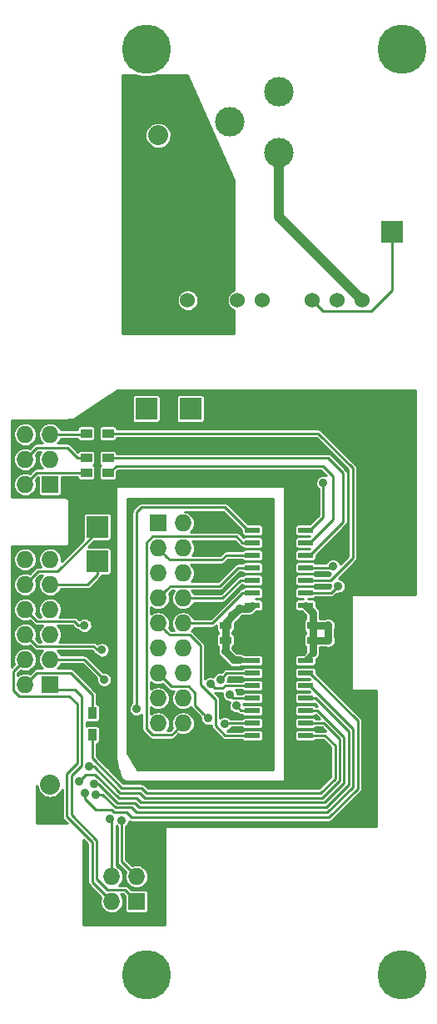
<source format=gbl>
G04 #@! TF.FileFunction,Copper,L2,Bot,Signal*
%FSLAX46Y46*%
G04 Gerber Fmt 4.6, Leading zero omitted, Abs format (unit mm)*
G04 Created by KiCad (PCBNEW 4.0.1-stable) date 13/02/2016 21:15:23*
%MOMM*%
G01*
G04 APERTURE LIST*
%ADD10C,0.100000*%
%ADD11R,1.727200X1.727200*%
%ADD12O,1.727200X1.727200*%
%ADD13R,1.200000X0.750000*%
%ADD14C,3.000000*%
%ADD15C,5.000000*%
%ADD16R,2.235200X2.235200*%
%ADD17R,2.032000X2.032000*%
%ADD18O,2.032000X2.032000*%
%ADD19R,0.900000X1.200000*%
%ADD20R,1.200000X0.900000*%
%ADD21C,1.524000*%
%ADD22R,1.500000X0.600000*%
%ADD23C,0.889000*%
%ADD24C,0.762000*%
%ADD25C,0.254000*%
%ADD26C,0.508000*%
%ADD27C,1.016000*%
%ADD28C,0.215900*%
G04 APERTURE END LIST*
D10*
D11*
X111040000Y-116540000D03*
D12*
X108500000Y-116540000D03*
X111040000Y-114000000D03*
X108500000Y-114000000D03*
D11*
X102235000Y-94500700D03*
D12*
X99695000Y-94500700D03*
X102235000Y-91960700D03*
X99695000Y-91960700D03*
X102235000Y-89420700D03*
X99695000Y-89420700D03*
X102235000Y-86880700D03*
X99695000Y-86880700D03*
X102235000Y-84340700D03*
X99695000Y-84340700D03*
X102235000Y-81800700D03*
X99695000Y-81800700D03*
D11*
X102222300Y-74180700D03*
D12*
X99682300Y-74180700D03*
X102222300Y-71640700D03*
X99682300Y-71640700D03*
X102222300Y-69100700D03*
X99682300Y-69100700D03*
D11*
X113210000Y-78120000D03*
D12*
X115750000Y-78120000D03*
X113210000Y-80660000D03*
X115750000Y-80660000D03*
X113210000Y-83200000D03*
X115750000Y-83200000D03*
X113210000Y-85740000D03*
X115750000Y-85740000D03*
X113210000Y-88280000D03*
X115750000Y-88280000D03*
X113210000Y-90820000D03*
X115750000Y-90820000D03*
X113210000Y-93360000D03*
X115750000Y-93360000D03*
X113210000Y-95900000D03*
X115750000Y-95900000D03*
X113210000Y-98440000D03*
X115750000Y-98440000D03*
X113210000Y-100980000D03*
X115750000Y-100980000D03*
D13*
X128950000Y-90000000D03*
X127050000Y-90000000D03*
X120050000Y-90000000D03*
X121950000Y-90000000D03*
X128950000Y-88500000D03*
X127050000Y-88500000D03*
X120050000Y-88500000D03*
X121950000Y-88500000D03*
D14*
X125500000Y-40500000D03*
X125500000Y-34300000D03*
X120500000Y-37400000D03*
D15*
X138000000Y-124000000D03*
X138000000Y-30000000D03*
X112000000Y-30000000D03*
X112000000Y-124000000D03*
D16*
X137000000Y-48500000D03*
D17*
X102235000Y-107213400D03*
D18*
X102235000Y-104673400D03*
D16*
X107000000Y-78500000D03*
X107000000Y-82000000D03*
X112000000Y-66500000D03*
X116500000Y-66500000D03*
D19*
X106500000Y-99600000D03*
X106500000Y-97400000D03*
D20*
X108100000Y-69000000D03*
X105900000Y-69000000D03*
X108100000Y-71500000D03*
X105900000Y-71500000D03*
X108100000Y-73000000D03*
X105900000Y-73000000D03*
D21*
X134000000Y-55500000D03*
X131460000Y-55500000D03*
X128920000Y-55500000D03*
X123840000Y-55500000D03*
X121300000Y-55500000D03*
X118760000Y-55500000D03*
X116220000Y-55500000D03*
D22*
X128200000Y-92055000D03*
X128200000Y-93325000D03*
X128200000Y-94595000D03*
X128200000Y-95865000D03*
X128200000Y-97135000D03*
X128200000Y-98405000D03*
X128200000Y-99675000D03*
X128200000Y-100945000D03*
X122800000Y-100945000D03*
X122800000Y-99675000D03*
X122800000Y-98405000D03*
X122800000Y-97135000D03*
X122800000Y-95865000D03*
X122800000Y-94595000D03*
X122800000Y-93325000D03*
X122800000Y-92055000D03*
X122800000Y-86445000D03*
X122800000Y-85175000D03*
X122800000Y-83905000D03*
X122800000Y-82635000D03*
X122800000Y-81365000D03*
X122800000Y-80095000D03*
X122800000Y-78825000D03*
X122800000Y-77555000D03*
X128200000Y-77555000D03*
X128200000Y-78825000D03*
X128200000Y-80095000D03*
X128200000Y-81365000D03*
X128200000Y-82635000D03*
X128200000Y-83905000D03*
X128200000Y-85175000D03*
X128200000Y-86445000D03*
D17*
X113210000Y-36210000D03*
D18*
X113210000Y-38750000D03*
D23*
X130000000Y-101000000D03*
X130000000Y-102000000D03*
X111500000Y-111000000D03*
X112500000Y-111000000D03*
X132500000Y-108000000D03*
X133500000Y-108000000D03*
X134500000Y-108000000D03*
X134500000Y-107000000D03*
X134500000Y-106000000D03*
X134500000Y-97000000D03*
X134500000Y-96000000D03*
X133500000Y-96000000D03*
X132000000Y-87500000D03*
X132000000Y-86500000D03*
X135500000Y-84500000D03*
X136500000Y-84500000D03*
X137500000Y-84500000D03*
X137500000Y-83500000D03*
X136500000Y-83500000D03*
X135500000Y-83500000D03*
X131500000Y-68000000D03*
X132500000Y-69000000D03*
X133500000Y-70000000D03*
X114000000Y-70000000D03*
X115500000Y-70000000D03*
X117000000Y-70000000D03*
X107000000Y-76000000D03*
X108000000Y-76000000D03*
X106000000Y-76000000D03*
X104000000Y-85500000D03*
X104000000Y-86500000D03*
X107500000Y-86500000D03*
X107500000Y-87500000D03*
X124000000Y-76500000D03*
X123000000Y-76500000D03*
X122000000Y-76500000D03*
X124000000Y-102000000D03*
X123000000Y-102000000D03*
X122000000Y-102000000D03*
X130500000Y-90000000D03*
X130500000Y-88500000D03*
X121486299Y-86774720D03*
X120761019Y-87500000D03*
X120050000Y-91137000D03*
X120913000Y-92000000D03*
X121142845Y-96656226D03*
X105774720Y-105500000D03*
X105725280Y-88500000D03*
X106697468Y-104586270D03*
X106216457Y-102843447D03*
X106856438Y-105666851D03*
X120500000Y-95500000D03*
X118274720Y-97934266D03*
X120000022Y-98500000D03*
X118547802Y-94452182D03*
X111000000Y-96999992D03*
X119534418Y-93983656D03*
X107725280Y-94000000D03*
X109500000Y-108274720D03*
X105148046Y-104319474D03*
X107500000Y-91000000D03*
X108331983Y-108141030D03*
X131500000Y-84500000D03*
X131000008Y-82500000D03*
X130000000Y-74000000D03*
D24*
X127050000Y-87363000D02*
X127050000Y-88500000D01*
X126865799Y-87178799D02*
X127050000Y-87363000D01*
X126865799Y-78057639D02*
X126865799Y-87178799D01*
X127368438Y-77555000D02*
X126865799Y-78057639D01*
X128200000Y-77555000D02*
X127368438Y-77555000D01*
X127050000Y-88500000D02*
X127050000Y-90000000D01*
X127368438Y-100945000D02*
X128200000Y-100945000D01*
X126865799Y-100442361D02*
X127368438Y-100945000D01*
X126865799Y-91321201D02*
X126865799Y-100442361D01*
X127050000Y-91137000D02*
X126865799Y-91321201D01*
X127050000Y-90000000D02*
X127050000Y-91137000D01*
X128145000Y-101000000D02*
X128200000Y-100945000D01*
X128255000Y-101000000D02*
X128200000Y-100945000D01*
X130000000Y-101000000D02*
X128255000Y-101000000D01*
X129255000Y-102000000D02*
X128200000Y-100945000D01*
X130000000Y-102000000D02*
X129255000Y-102000000D01*
D25*
X111500000Y-111000000D02*
X112500000Y-111000000D01*
X132500000Y-108000000D02*
X133500000Y-108000000D01*
X134500000Y-108000000D02*
X134500000Y-107000000D01*
X134500000Y-106000000D02*
X134500000Y-97000000D01*
X134500000Y-96000000D02*
X133500000Y-96000000D01*
X132000000Y-87500000D02*
X132000000Y-86500000D01*
X135500000Y-84500000D02*
X136500000Y-84500000D01*
X137500000Y-84500000D02*
X137500000Y-83500000D01*
X136500000Y-83500000D02*
X135500000Y-83500000D01*
X132500000Y-69000000D02*
X132000000Y-68500000D01*
X114000000Y-70000000D02*
X115500000Y-70000000D01*
X107955638Y-70000000D02*
X107000000Y-70955638D01*
X114000000Y-70000000D02*
X107955638Y-70000000D01*
X107000000Y-70955638D02*
X107000000Y-76000000D01*
X108000000Y-76000000D02*
X106000000Y-76000000D01*
X107628617Y-76000000D02*
X108500000Y-76871383D01*
X107000000Y-76000000D02*
X107628617Y-76000000D01*
X108500000Y-76871383D02*
X108500000Y-85000000D01*
X108000000Y-85500000D02*
X104000000Y-85500000D01*
X108500000Y-85000000D02*
X108000000Y-85500000D01*
X104000000Y-86500000D02*
X104000000Y-85500000D01*
X104000000Y-86500000D02*
X107500000Y-86500000D01*
D24*
X113210000Y-100980000D02*
X115750000Y-100980000D01*
X122765000Y-100980000D02*
X122800000Y-100945000D01*
X115750000Y-100980000D02*
X122765000Y-100980000D01*
X124312000Y-100945000D02*
X124500000Y-100757000D01*
X122800000Y-100945000D02*
X124312000Y-100945000D01*
X123312000Y-90000000D02*
X121950000Y-90000000D01*
X124500000Y-91188000D02*
X123312000Y-90000000D01*
X124500000Y-100757000D02*
X124500000Y-91188000D01*
X121950000Y-90000000D02*
X121950000Y-88500000D01*
X123312000Y-88500000D02*
X124500000Y-87312000D01*
X121950000Y-88500000D02*
X123312000Y-88500000D01*
X124312000Y-77555000D02*
X122800000Y-77555000D01*
X124500000Y-77743000D02*
X124312000Y-77555000D01*
X124500000Y-87312000D02*
X124500000Y-77743000D01*
D25*
X124312000Y-76812000D02*
X124000000Y-76500000D01*
X124312000Y-77555000D02*
X124312000Y-76812000D01*
X123000000Y-76500000D02*
X122000000Y-76500000D01*
X122945000Y-100945000D02*
X124000000Y-102000000D01*
X122800000Y-100945000D02*
X122945000Y-100945000D01*
X123000000Y-102000000D02*
X122000000Y-102000000D01*
D24*
X128950000Y-87195000D02*
X128200000Y-86445000D01*
X128950000Y-88500000D02*
X128950000Y-87195000D01*
X128950000Y-90000000D02*
X128950000Y-91305000D01*
X130500000Y-90000000D02*
X128950000Y-90000000D01*
D26*
X128950000Y-91305000D02*
X128200000Y-92055000D01*
D24*
X130500000Y-88500000D02*
X128950000Y-88500000D01*
X128950000Y-88500000D02*
X128950000Y-90000000D01*
X130500000Y-90000000D02*
X130500000Y-88500000D01*
X120050000Y-88500000D02*
X120050000Y-90000000D01*
X122470280Y-86774720D02*
X122114916Y-86774720D01*
X122800000Y-86445000D02*
X122470280Y-86774720D01*
X121041800Y-87219219D02*
X121486299Y-86774720D01*
X122114916Y-86774720D02*
X121486299Y-86774720D01*
X120050000Y-88500000D02*
X120050000Y-88211019D01*
X120050000Y-88211019D02*
X121041800Y-87219219D01*
X120050000Y-90000000D02*
X120050000Y-91137000D01*
X120913000Y-92000000D02*
X121500000Y-92000000D01*
D26*
X121542000Y-92055000D02*
X122800000Y-92055000D01*
X121500000Y-92013000D02*
X121542000Y-92055000D01*
X121500000Y-92000000D02*
X121500000Y-92013000D01*
D24*
X120050000Y-91137000D02*
X120913000Y-92000000D01*
D27*
X125500000Y-47000000D02*
X134000000Y-55500000D01*
X125500000Y-40500000D02*
X125500000Y-47000000D01*
D25*
X122800000Y-97135000D02*
X121621619Y-97135000D01*
X121621619Y-97135000D02*
X121587344Y-97100725D01*
X121587344Y-97100725D02*
X121142845Y-96656226D01*
X137000000Y-48500000D02*
X137000000Y-54500000D01*
X129681999Y-56261999D02*
X128920000Y-55500000D01*
X130012201Y-56592201D02*
X129681999Y-56261999D01*
X134907799Y-56592201D02*
X130012201Y-56592201D01*
X137000000Y-54500000D02*
X134907799Y-56592201D01*
X105774720Y-106128617D02*
X106871402Y-107225299D01*
X108492335Y-107225299D02*
X108767036Y-107500000D01*
X128650000Y-93325000D02*
X128200000Y-93325000D01*
X105774720Y-105500000D02*
X105774720Y-106128617D01*
X106871402Y-107225299D02*
X108492335Y-107225299D01*
X108767036Y-107500000D02*
X110000000Y-107500000D01*
X110000000Y-107500000D02*
X110500000Y-108000000D01*
X110500000Y-108000000D02*
X130586372Y-108000000D01*
X130586372Y-108000000D02*
X133500000Y-105086372D01*
X133500000Y-105086372D02*
X133500000Y-98175000D01*
X133500000Y-98175000D02*
X128650000Y-93325000D01*
X99695000Y-86880700D02*
X100888801Y-88074501D01*
X100888801Y-88074501D02*
X104671164Y-88074501D01*
X104671164Y-88074501D02*
X105096663Y-88500000D01*
X105096663Y-88500000D02*
X105725280Y-88500000D01*
X110853408Y-106500000D02*
X111310618Y-106957211D01*
X106697468Y-104586270D02*
X107146491Y-104586270D01*
X107146491Y-104586270D02*
X109060221Y-106500000D01*
X109060221Y-106500000D02*
X110853408Y-106500000D01*
X111310618Y-106957211D02*
X130335975Y-106957211D01*
X132585578Y-99246578D02*
X129204000Y-95865000D01*
X130335975Y-106957211D02*
X132585578Y-104707608D01*
X132585578Y-104707608D02*
X132585578Y-99246578D01*
X129204000Y-95865000D02*
X128200000Y-95865000D01*
X107000000Y-83371600D02*
X107000000Y-82000000D01*
X106030900Y-84340700D02*
X107000000Y-83371600D01*
X102235000Y-84340700D02*
X106030900Y-84340700D01*
X131671156Y-104242477D02*
X131671156Y-100024563D01*
X131671156Y-100024563D02*
X130051593Y-98405000D01*
X106216457Y-102843447D02*
X106696855Y-102843447D01*
X106696855Y-102843447D02*
X109353408Y-105500000D01*
X129204000Y-98405000D02*
X128200000Y-98405000D01*
X109353408Y-105500000D02*
X111353408Y-105500000D01*
X111353408Y-105500000D02*
X111853408Y-106000000D01*
X111853408Y-106000000D02*
X129913633Y-106000000D01*
X130051593Y-98405000D02*
X129204000Y-98405000D01*
X129913633Y-106000000D02*
X131671156Y-104242477D01*
X133042789Y-98987789D02*
X128650000Y-94595000D01*
X106856438Y-105666851D02*
X107580480Y-105666851D01*
X130439779Y-107500000D02*
X133042789Y-104896990D01*
X107580480Y-105666851D02*
X108913629Y-107000000D01*
X108913629Y-107000000D02*
X110500000Y-107000000D01*
X110500000Y-107000000D02*
X111000000Y-107500000D01*
X133042789Y-104896990D02*
X133042789Y-98987789D01*
X128650000Y-94595000D02*
X128200000Y-94595000D01*
X111000000Y-107500000D02*
X130439779Y-107500000D01*
X114073599Y-81523599D02*
X113210000Y-80660000D01*
X114403801Y-81853801D02*
X114073599Y-81523599D01*
X119646199Y-81853801D02*
X114403801Y-81853801D01*
X120135000Y-81365000D02*
X119646199Y-81853801D01*
X122800000Y-81365000D02*
X120135000Y-81365000D01*
X114073599Y-84876401D02*
X113210000Y-85740000D01*
X114450000Y-84500000D02*
X114073599Y-84876401D01*
X119500000Y-84500000D02*
X114450000Y-84500000D01*
X121365000Y-82635000D02*
X119500000Y-84500000D01*
X122800000Y-82635000D02*
X121365000Y-82635000D01*
X119760000Y-85740000D02*
X116971314Y-85740000D01*
X116971314Y-85740000D02*
X115750000Y-85740000D01*
X121595000Y-83905000D02*
X119760000Y-85740000D01*
X122800000Y-83905000D02*
X121595000Y-83905000D01*
X120028442Y-99675000D02*
X119049422Y-98695980D01*
X122800000Y-99675000D02*
X120028442Y-99675000D01*
X117500000Y-90500000D02*
X116473801Y-89473801D01*
X114073599Y-89143599D02*
X113210000Y-88280000D01*
X119049422Y-96049422D02*
X117500000Y-94500000D01*
X117500000Y-94500000D02*
X117500000Y-90500000D01*
X116473801Y-89473801D02*
X114403801Y-89473801D01*
X114403801Y-89473801D02*
X114073599Y-89143599D01*
X119049422Y-98695980D02*
X119049422Y-96049422D01*
X118700638Y-88280000D02*
X116971314Y-88280000D01*
X121805638Y-85175000D02*
X118700638Y-88280000D01*
X122800000Y-85175000D02*
X121805638Y-85175000D01*
X116971314Y-88280000D02*
X115750000Y-88280000D01*
X120865000Y-95865000D02*
X120500000Y-95500000D01*
X122800000Y-95865000D02*
X120865000Y-95865000D01*
X116943801Y-96603347D02*
X117830221Y-97489767D01*
X116323025Y-94706199D02*
X116943801Y-95326975D01*
X116943801Y-95326975D02*
X116943801Y-96603347D01*
X113210000Y-93360000D02*
X114556199Y-94706199D01*
X114556199Y-94706199D02*
X116323025Y-94706199D01*
X117830221Y-97489767D02*
X118274720Y-97934266D01*
X122800000Y-98405000D02*
X120095022Y-98405000D01*
X120095022Y-98405000D02*
X120000022Y-98500000D01*
X119749877Y-94896681D02*
X118992301Y-94896681D01*
X118992301Y-94896681D02*
X118547802Y-94452182D01*
X120051558Y-94595000D02*
X119749877Y-94896681D01*
X122800000Y-94595000D02*
X120051558Y-94595000D01*
X111000000Y-96371375D02*
X111000000Y-96999992D01*
X111500000Y-76500000D02*
X111000000Y-77000000D01*
X120000000Y-76500000D02*
X111500000Y-76500000D01*
X122325000Y-78825000D02*
X120000000Y-76500000D01*
X111000000Y-77000000D02*
X111000000Y-96371375D01*
X122800000Y-78825000D02*
X122325000Y-78825000D01*
X119978917Y-93539157D02*
X119534418Y-93983656D01*
X122800000Y-93325000D02*
X120193074Y-93325000D01*
X120193074Y-93325000D02*
X119978917Y-93539157D01*
X114886401Y-99303599D02*
X115750000Y-98440000D01*
X114556199Y-99633801D02*
X114886401Y-99303599D01*
X112636975Y-99633801D02*
X114556199Y-99633801D01*
X112636975Y-79466199D02*
X112016199Y-80086975D01*
X112016199Y-99013025D02*
X112636975Y-99633801D01*
X112016199Y-80086975D02*
X112016199Y-99013025D01*
X121167199Y-79466199D02*
X112636975Y-79466199D01*
X121796000Y-80095000D02*
X121167199Y-79466199D01*
X122800000Y-80095000D02*
X121796000Y-80095000D01*
X109846199Y-115346199D02*
X110000000Y-115500000D01*
X108078373Y-115346199D02*
X109846199Y-115346199D01*
X106957211Y-114225036D02*
X108078373Y-115346199D01*
X106957211Y-110310619D02*
X106957211Y-114225036D01*
X104373344Y-107726752D02*
X106957211Y-110310619D01*
X110000000Y-115500000D02*
X111040000Y-116540000D01*
X105457211Y-102689382D02*
X104373344Y-103773249D01*
X105457211Y-95699620D02*
X105457211Y-102689382D01*
X104757591Y-95000000D02*
X105457211Y-95699620D01*
X102734300Y-95000000D02*
X104757591Y-95000000D01*
X104373344Y-103773249D02*
X104373344Y-107726752D01*
X102235000Y-94500700D02*
X102734300Y-95000000D01*
X106500000Y-95500000D02*
X106500000Y-97400000D01*
X104306899Y-93306899D02*
X106500000Y-95500000D01*
X100888801Y-93306899D02*
X104306899Y-93306899D01*
X99695000Y-94500700D02*
X100888801Y-93306899D01*
X105685980Y-91960700D02*
X107280781Y-93555501D01*
X102235000Y-91960700D02*
X105685980Y-91960700D01*
X107280781Y-93555501D02*
X107725280Y-94000000D01*
X109500000Y-112460000D02*
X109500000Y-108903337D01*
X111040000Y-114000000D02*
X109500000Y-112460000D01*
X109500000Y-108903337D02*
X109500000Y-108274720D01*
X107636401Y-115676401D02*
X108500000Y-116540000D01*
X106500000Y-114540000D02*
X107636401Y-115676401D01*
X103916133Y-107916133D02*
X106500000Y-110500000D01*
X103916133Y-103583867D02*
X103916133Y-107916133D01*
X105000000Y-102500000D02*
X103916133Y-103583867D01*
X105000000Y-96500000D02*
X105000000Y-102500000D01*
X106500000Y-110500000D02*
X106500000Y-114540000D01*
X99121975Y-95694501D02*
X104194501Y-95694501D01*
X98501199Y-95073725D02*
X99121975Y-95694501D01*
X104194501Y-95694501D02*
X105000000Y-96500000D01*
X98501199Y-93154501D02*
X98501199Y-95073725D01*
X99695000Y-91960700D02*
X98501199Y-93154501D01*
X132128367Y-104518226D02*
X132128367Y-99835182D01*
X105849372Y-103618148D02*
X106824963Y-103618148D01*
X111000000Y-106000000D02*
X111457211Y-106457211D01*
X109206815Y-106000000D02*
X111000000Y-106000000D01*
X111457211Y-106457211D02*
X130189382Y-106457211D01*
X130189382Y-106457211D02*
X132128367Y-104518226D01*
X129204000Y-97135000D02*
X128200000Y-97135000D01*
X105148046Y-104319474D02*
X105849372Y-103618148D01*
X106824963Y-103618148D02*
X109206815Y-106000000D01*
X129428185Y-97135000D02*
X129204000Y-97135000D01*
X132128367Y-99835182D02*
X129428185Y-97135000D01*
X100888801Y-90614501D02*
X106614501Y-90614501D01*
X99695000Y-89420700D02*
X100888801Y-90614501D01*
X107000000Y-91000000D02*
X107500000Y-91000000D01*
X106614501Y-90614501D02*
X107000000Y-91000000D01*
X108500000Y-114000000D02*
X108500000Y-108309047D01*
X108500000Y-108309047D02*
X108331983Y-108141030D01*
X105046000Y-73000000D02*
X105900000Y-73000000D01*
X105032899Y-72986899D02*
X105046000Y-73000000D01*
X100876101Y-72986899D02*
X105032899Y-72986899D01*
X99682300Y-74180700D02*
X100876101Y-72986899D01*
X105046000Y-71500000D02*
X105900000Y-71500000D01*
X103992899Y-70446899D02*
X105046000Y-71500000D01*
X100876101Y-70446899D02*
X103992899Y-70446899D01*
X99682300Y-71640700D02*
X100876101Y-70446899D01*
X105799300Y-69100700D02*
X105900000Y-69000000D01*
X102222300Y-69100700D02*
X105799300Y-69100700D01*
X129204000Y-99675000D02*
X128200000Y-99675000D01*
X130175000Y-99675000D02*
X129204000Y-99675000D01*
X131213945Y-100713945D02*
X130175000Y-99675000D01*
X131213945Y-104053095D02*
X131213945Y-100713945D01*
X112000000Y-105500000D02*
X129767040Y-105500000D01*
X111500000Y-105000000D02*
X112000000Y-105500000D01*
X109500000Y-105000000D02*
X111500000Y-105000000D01*
X129767040Y-105500000D02*
X131213945Y-104053095D01*
X106500000Y-102000000D02*
X109500000Y-105000000D01*
X106500000Y-99600000D02*
X106500000Y-102000000D01*
X130825000Y-85175000D02*
X131500000Y-84500000D01*
X128200000Y-85175000D02*
X130825000Y-85175000D01*
X108954000Y-69000000D02*
X108100000Y-69000000D01*
X129500000Y-69000000D02*
X108954000Y-69000000D01*
X133000000Y-72500000D02*
X129500000Y-69000000D01*
X133000000Y-81646560D02*
X133000000Y-72500000D01*
X130741560Y-83905000D02*
X133000000Y-81646560D01*
X128200000Y-83905000D02*
X130741560Y-83905000D01*
X128200000Y-82635000D02*
X130865008Y-82635000D01*
X130865008Y-82635000D02*
X131000008Y-82500000D01*
X108954000Y-71500000D02*
X108100000Y-71500000D01*
X130500000Y-71500000D02*
X108954000Y-71500000D01*
X132042789Y-73042789D02*
X130500000Y-71500000D01*
X132042789Y-77972211D02*
X132042789Y-73042789D01*
X128650000Y-81365000D02*
X132042789Y-77972211D01*
X128200000Y-81365000D02*
X128650000Y-81365000D01*
X131000000Y-77745000D02*
X128650000Y-80095000D01*
X129942560Y-72296000D02*
X131000000Y-73353440D01*
X131000000Y-73353440D02*
X131000000Y-77745000D01*
X108250000Y-73000000D02*
X108954000Y-72296000D01*
X108100000Y-73000000D02*
X108250000Y-73000000D01*
X128650000Y-80095000D02*
X128200000Y-80095000D01*
X108954000Y-72296000D02*
X129942560Y-72296000D01*
X128650000Y-78825000D02*
X130000000Y-77475000D01*
X128200000Y-78825000D02*
X128650000Y-78825000D01*
X130000000Y-77475000D02*
X130000000Y-74000000D01*
X107000000Y-79000000D02*
X107000000Y-78500000D01*
X103005499Y-82994501D02*
X107000000Y-79000000D01*
X101041199Y-82994501D02*
X103005499Y-82994501D01*
X99695000Y-84340700D02*
X101041199Y-82994501D01*
D28*
X124892050Y-75607950D02*
X110107950Y-75607950D01*
X124892050Y-75773050D02*
X110107950Y-75773050D01*
X124892050Y-75938150D02*
X110107950Y-75938150D01*
X111290400Y-76103250D02*
X110107950Y-76103250D01*
X124892050Y-76103250D02*
X120209700Y-76103250D01*
X111094052Y-76268350D02*
X110107950Y-76268350D01*
X124892050Y-76268350D02*
X120405948Y-76268350D01*
X110928952Y-76433450D02*
X110107950Y-76433450D01*
X124892050Y-76433450D02*
X120571048Y-76433450D01*
X110763852Y-76598550D02*
X110107950Y-76598550D01*
X124892050Y-76598550D02*
X120736148Y-76598550D01*
X110617599Y-76763650D02*
X110107950Y-76763650D01*
X124892050Y-76763650D02*
X120901248Y-76763650D01*
X110556230Y-76928750D02*
X110107950Y-76928750D01*
X124892050Y-76928750D02*
X121066348Y-76928750D01*
X110549150Y-77093850D02*
X110107950Y-77093850D01*
X119956252Y-77093850D02*
X116342271Y-77093850D01*
X124892050Y-77093850D02*
X121231448Y-77093850D01*
X110549150Y-77258950D02*
X110107950Y-77258950D01*
X120121352Y-77258950D02*
X116568115Y-77258950D01*
X124892050Y-77258950D02*
X121396548Y-77258950D01*
X110549150Y-77424050D02*
X110107950Y-77424050D01*
X120286452Y-77424050D02*
X116712582Y-77424050D01*
X124892050Y-77424050D02*
X121561648Y-77424050D01*
X110549150Y-77589150D02*
X110107950Y-77589150D01*
X120451552Y-77589150D02*
X116811759Y-77589150D01*
X124892050Y-77589150D02*
X121726748Y-77589150D01*
X110549150Y-77754250D02*
X110107950Y-77754250D01*
X120616652Y-77754250D02*
X116880004Y-77754250D01*
X124892050Y-77754250D02*
X121891848Y-77754250D01*
X110549150Y-77919350D02*
X110107950Y-77919350D01*
X120781752Y-77919350D02*
X116924153Y-77919350D01*
X124892050Y-77919350D02*
X122056948Y-77919350D01*
X110549150Y-78084450D02*
X110107950Y-78084450D01*
X120946852Y-78084450D02*
X116939178Y-78084450D01*
X124892050Y-78084450D02*
X122222048Y-78084450D01*
X110549150Y-78249550D02*
X110107950Y-78249550D01*
X121111952Y-78249550D02*
X116930422Y-78249550D01*
X124892050Y-78249550D02*
X123722924Y-78249550D01*
X110549150Y-78414650D02*
X110107950Y-78414650D01*
X121277052Y-78414650D02*
X116901645Y-78414650D01*
X124892050Y-78414650D02*
X123853101Y-78414650D01*
X110549150Y-78579750D02*
X110107950Y-78579750D01*
X121442152Y-78579750D02*
X116850537Y-78579750D01*
X124892050Y-78579750D02*
X123875416Y-78579750D01*
X110549150Y-78744850D02*
X110107950Y-78744850D01*
X121607252Y-78744850D02*
X116761362Y-78744850D01*
X124892050Y-78744850D02*
X123875416Y-78744850D01*
X110549150Y-78909950D02*
X110107950Y-78909950D01*
X121724584Y-78909950D02*
X116636003Y-78909950D01*
X124892050Y-78909950D02*
X123875416Y-78909950D01*
X110549150Y-79075050D02*
X110107950Y-79075050D01*
X121724584Y-79075050D02*
X121387235Y-79075050D01*
X124892050Y-79075050D02*
X123875416Y-79075050D01*
X110549150Y-79240150D02*
X110107950Y-79240150D01*
X121748385Y-79240150D02*
X121578748Y-79240150D01*
X124892050Y-79240150D02*
X123851492Y-79240150D01*
X110549150Y-79405250D02*
X110107950Y-79405250D01*
X121887724Y-79405250D02*
X121743848Y-79405250D01*
X124892050Y-79405250D02*
X123710236Y-79405250D01*
X110549150Y-79570350D02*
X110107950Y-79570350D01*
X124892050Y-79570350D02*
X123783101Y-79570350D01*
X110549150Y-79735450D02*
X110107950Y-79735450D01*
X124892050Y-79735450D02*
X123868833Y-79735450D01*
X110549150Y-79900550D02*
X110107950Y-79900550D01*
X124892050Y-79900550D02*
X123875416Y-79900550D01*
X110549150Y-80065650D02*
X110107950Y-80065650D01*
X121129052Y-80065650D02*
X116778562Y-80065650D01*
X124892050Y-80065650D02*
X123875416Y-80065650D01*
X110549150Y-80230750D02*
X110107950Y-80230750D01*
X121294152Y-80230750D02*
X116861315Y-80230750D01*
X124892050Y-80230750D02*
X123875416Y-80230750D01*
X110549150Y-80395850D02*
X110107950Y-80395850D01*
X121459252Y-80395850D02*
X116909907Y-80395850D01*
X124892050Y-80395850D02*
X123875295Y-80395850D01*
X110549150Y-80560950D02*
X110107950Y-80560950D01*
X121773515Y-80560950D02*
X116933399Y-80560950D01*
X124892050Y-80560950D02*
X123828593Y-80560950D01*
X110549150Y-80726050D02*
X110107950Y-80726050D01*
X124892050Y-80726050D02*
X116937096Y-80726050D01*
X110549150Y-80891150D02*
X110107950Y-80891150D01*
X121774968Y-80891150D02*
X116919743Y-80891150D01*
X124892050Y-80891150D02*
X123821280Y-80891150D01*
X110549150Y-81056250D02*
X110107950Y-81056250D01*
X119806152Y-81056250D02*
X116870194Y-81056250D01*
X124892050Y-81056250D02*
X123874719Y-81056250D01*
X110549150Y-81221350D02*
X110107950Y-81221350D01*
X119641052Y-81221350D02*
X116795696Y-81221350D01*
X124892050Y-81221350D02*
X123875416Y-81221350D01*
X110549150Y-81386450D02*
X110107950Y-81386450D01*
X119475952Y-81386450D02*
X116688534Y-81386450D01*
X124892050Y-81386450D02*
X123875416Y-81386450D01*
X110549150Y-81551550D02*
X110107950Y-81551550D01*
X124892050Y-81551550D02*
X123875416Y-81551550D01*
X110549150Y-81716650D02*
X110107950Y-81716650D01*
X124892050Y-81716650D02*
X123868076Y-81716650D01*
X110549150Y-81881750D02*
X110107950Y-81881750D01*
X121807629Y-81881750D02*
X120255848Y-81881750D01*
X124892050Y-81881750D02*
X123788585Y-81881750D01*
X110549150Y-82046850D02*
X110107950Y-82046850D01*
X121901753Y-82046850D02*
X120090748Y-82046850D01*
X124892050Y-82046850D02*
X123694750Y-82046850D01*
X110549150Y-82211950D02*
X110107950Y-82211950D01*
X121212859Y-82211950D02*
X119916998Y-82211950D01*
X124892050Y-82211950D02*
X123849168Y-82211950D01*
X110549150Y-82377050D02*
X110107950Y-82377050D01*
X120985352Y-82377050D02*
X116610471Y-82377050D01*
X124892050Y-82377050D02*
X123875416Y-82377050D01*
X110549150Y-82542150D02*
X110107950Y-82542150D01*
X120820252Y-82542150D02*
X116743215Y-82542150D01*
X124892050Y-82542150D02*
X123875416Y-82542150D01*
X110549150Y-82707250D02*
X110107950Y-82707250D01*
X120655152Y-82707250D02*
X116831677Y-82707250D01*
X124892050Y-82707250D02*
X123875416Y-82707250D01*
X110549150Y-82872350D02*
X110107950Y-82872350D01*
X120490052Y-82872350D02*
X116891218Y-82872350D01*
X124892050Y-82872350D02*
X123875416Y-82872350D01*
X110549150Y-83037450D02*
X110107950Y-83037450D01*
X120324952Y-83037450D02*
X116927620Y-83037450D01*
X124892050Y-83037450D02*
X123857217Y-83037450D01*
X110549150Y-83202550D02*
X110107950Y-83202550D01*
X120159852Y-83202550D02*
X116942645Y-83202550D01*
X121867234Y-83202550D02*
X121435048Y-83202550D01*
X124892050Y-83202550D02*
X123729509Y-83202550D01*
X110549150Y-83367650D02*
X110107950Y-83367650D01*
X119994752Y-83367650D02*
X116926417Y-83367650D01*
X121828972Y-83367650D02*
X121269948Y-83367650D01*
X124892050Y-83367650D02*
X123768200Y-83367650D01*
X110549150Y-83532750D02*
X110107950Y-83532750D01*
X119829652Y-83532750D02*
X116889850Y-83532750D01*
X121341490Y-83532750D02*
X121104848Y-83532750D01*
X124892050Y-83532750D02*
X123864900Y-83532750D01*
X110549150Y-83697850D02*
X110107950Y-83697850D01*
X119664552Y-83697850D02*
X116830030Y-83697850D01*
X121164552Y-83697850D02*
X120939748Y-83697850D01*
X124892050Y-83697850D02*
X123875416Y-83697850D01*
X110549150Y-83862950D02*
X110107950Y-83862950D01*
X119499452Y-83862950D02*
X116740762Y-83862950D01*
X120999452Y-83862950D02*
X120774648Y-83862950D01*
X124892050Y-83862950D02*
X123875416Y-83862950D01*
X110549150Y-84028050D02*
X110107950Y-84028050D01*
X119334352Y-84028050D02*
X116604484Y-84028050D01*
X120834352Y-84028050D02*
X120609548Y-84028050D01*
X124892050Y-84028050D02*
X123875416Y-84028050D01*
X110549150Y-84193150D02*
X110107950Y-84193150D01*
X120669252Y-84193150D02*
X120444448Y-84193150D01*
X124892050Y-84193150D02*
X123875416Y-84193150D01*
X110549150Y-84358250D02*
X110107950Y-84358250D01*
X120504152Y-84358250D02*
X120279348Y-84358250D01*
X124892050Y-84358250D02*
X123834318Y-84358250D01*
X110549150Y-84523350D02*
X110107950Y-84523350D01*
X120339052Y-84523350D02*
X120114248Y-84523350D01*
X122000275Y-84523350D02*
X121614248Y-84523350D01*
X124892050Y-84523350D02*
X123611107Y-84523350D01*
X110549150Y-84688450D02*
X110107950Y-84688450D01*
X120173952Y-84688450D02*
X119949148Y-84688450D01*
X121785676Y-84688450D02*
X121449148Y-84688450D01*
X124892050Y-84688450D02*
X123812911Y-84688450D01*
X110549150Y-84853550D02*
X110107950Y-84853550D01*
X120008852Y-84853550D02*
X119776438Y-84853550D01*
X121489527Y-84853550D02*
X121284048Y-84853550D01*
X124892050Y-84853550D02*
X123873706Y-84853550D01*
X110549150Y-85018650D02*
X110107950Y-85018650D01*
X114807246Y-85018650D02*
X114568948Y-85018650D01*
X119843752Y-85018650D02*
X116692160Y-85018650D01*
X121324390Y-85018650D02*
X121118948Y-85018650D01*
X124892050Y-85018650D02*
X123875416Y-85018650D01*
X110549150Y-85183750D02*
X110107950Y-85183750D01*
X114701546Y-85183750D02*
X114403848Y-85183750D01*
X119678652Y-85183750D02*
X116798480Y-85183750D01*
X121159290Y-85183750D02*
X120953848Y-85183750D01*
X124892050Y-85183750D02*
X123875416Y-85183750D01*
X110549150Y-85348850D02*
X110107950Y-85348850D01*
X114628228Y-85348850D02*
X114332529Y-85348850D01*
X120994190Y-85348850D02*
X120788748Y-85348850D01*
X124892050Y-85348850D02*
X123875416Y-85348850D01*
X110549150Y-85513950D02*
X110107950Y-85513950D01*
X114579721Y-85513950D02*
X114381120Y-85513950D01*
X120829090Y-85513950D02*
X120623648Y-85513950D01*
X124892050Y-85513950D02*
X123869881Y-85513950D01*
X110549150Y-85679050D02*
X110107950Y-85679050D01*
X114562368Y-85679050D02*
X114396866Y-85679050D01*
X120663990Y-85679050D02*
X120458548Y-85679050D01*
X124892050Y-85679050D02*
X123799409Y-85679050D01*
X110549150Y-85844150D02*
X110107950Y-85844150D01*
X114567065Y-85844150D02*
X114393091Y-85844150D01*
X120498890Y-85844150D02*
X120293448Y-85844150D01*
X124892050Y-85844150D02*
X123666577Y-85844150D01*
X110549150Y-86009250D02*
X110107950Y-86009250D01*
X114591594Y-86009250D02*
X114369507Y-86009250D01*
X120333790Y-86009250D02*
X120128348Y-86009250D01*
X124892050Y-86009250D02*
X123845235Y-86009250D01*
X110549150Y-86174350D02*
X110107950Y-86174350D01*
X114640186Y-86174350D02*
X114318400Y-86174350D01*
X120168690Y-86174350D02*
X119873783Y-86174350D01*
X124892050Y-86174350D02*
X123875416Y-86174350D01*
X110549150Y-86339450D02*
X110107950Y-86339450D01*
X114724104Y-86339450D02*
X114235096Y-86339450D01*
X120003590Y-86339450D02*
X116775096Y-86339450D01*
X124892050Y-86339450D02*
X123875416Y-86339450D01*
X110549150Y-86504550D02*
X110107950Y-86504550D01*
X114842574Y-86504550D02*
X114117016Y-86504550D01*
X119838490Y-86504550D02*
X116657016Y-86504550D01*
X124892050Y-86504550D02*
X123875416Y-86504550D01*
X110549150Y-86669650D02*
X110107950Y-86669650D01*
X112473640Y-86669650D02*
X112467049Y-86669650D01*
X115013640Y-86669650D02*
X113945705Y-86669650D01*
X119673390Y-86669650D02*
X116485705Y-86669650D01*
X124892050Y-86669650D02*
X123875416Y-86669650D01*
X110549150Y-86834750D02*
X110107950Y-86834750D01*
X112746943Y-86834750D02*
X112467049Y-86834750D01*
X115286943Y-86834750D02*
X113674082Y-86834750D01*
X119508290Y-86834750D02*
X116214082Y-86834750D01*
X124892050Y-86834750D02*
X123862662Y-86834750D01*
X110549150Y-86999850D02*
X110107950Y-86999850D01*
X119343190Y-86999850D02*
X112467049Y-86999850D01*
X124892050Y-86999850D02*
X123748782Y-86999850D01*
X110549150Y-87164950D02*
X110107950Y-87164950D01*
X112808715Y-87164950D02*
X112467049Y-87164950D01*
X115348715Y-87164950D02*
X113609063Y-87164950D01*
X119178090Y-87164950D02*
X116149063Y-87164950D01*
X124892050Y-87164950D02*
X123076858Y-87164950D01*
X110549150Y-87330050D02*
X110107950Y-87330050D01*
X112499185Y-87330050D02*
X112467049Y-87330050D01*
X115039186Y-87330050D02*
X113922168Y-87330050D01*
X119012990Y-87330050D02*
X116462168Y-87330050D01*
X124892050Y-87330050D02*
X122899273Y-87330050D01*
X110549150Y-87495150D02*
X110107950Y-87495150D01*
X114859778Y-87495150D02*
X114101104Y-87495150D01*
X118847890Y-87495150D02*
X116641104Y-87495150D01*
X124892050Y-87495150D02*
X121762677Y-87495150D01*
X110549150Y-87660250D02*
X110107950Y-87660250D01*
X114735880Y-87660250D02*
X114225283Y-87660250D01*
X118682790Y-87660250D02*
X116765283Y-87660250D01*
X124892050Y-87660250D02*
X121597577Y-87660250D01*
X110549150Y-87825350D02*
X110107950Y-87825350D01*
X114647884Y-87825350D02*
X114311595Y-87825350D01*
X118517690Y-87825350D02*
X116851595Y-87825350D01*
X124892050Y-87825350D02*
X121457264Y-87825350D01*
X110549150Y-87990450D02*
X110107950Y-87990450D01*
X114596777Y-87990450D02*
X114362431Y-87990450D01*
X124892050Y-87990450D02*
X121355371Y-87990450D01*
X110549150Y-88155550D02*
X110107950Y-88155550D01*
X114569042Y-88155550D02*
X114391087Y-88155550D01*
X124892050Y-88155550D02*
X121162051Y-88155550D01*
X110549150Y-88320650D02*
X110107950Y-88320650D01*
X114561286Y-88320650D02*
X114399765Y-88320650D01*
X124892050Y-88320650D02*
X120975416Y-88320650D01*
X110549150Y-88485750D02*
X110107950Y-88485750D01*
X114576312Y-88485750D02*
X114382413Y-88485750D01*
X124892050Y-88485750D02*
X120975416Y-88485750D01*
X110549150Y-88650850D02*
X110107950Y-88650850D01*
X114621497Y-88650850D02*
X114338056Y-88650850D01*
X119124584Y-88650850D02*
X118955864Y-88650850D01*
X124892050Y-88650850D02*
X120975416Y-88650850D01*
X110549150Y-88815950D02*
X110107950Y-88815950D01*
X114690907Y-88815950D02*
X114383548Y-88815950D01*
X119124584Y-88815950D02*
X116809430Y-88815950D01*
X124892050Y-88815950D02*
X120975416Y-88815950D01*
X110549150Y-88981050D02*
X110107950Y-88981050D01*
X114791519Y-88981050D02*
X114548648Y-88981050D01*
X119145567Y-88981050D02*
X116709548Y-88981050D01*
X124892050Y-88981050D02*
X120955595Y-88981050D01*
X110549150Y-89146150D02*
X110107950Y-89146150D01*
X119271458Y-89146150D02*
X116781824Y-89146150D01*
X124892050Y-89146150D02*
X120824046Y-89146150D01*
X110549150Y-89311250D02*
X110107950Y-89311250D01*
X119345150Y-89311250D02*
X116948848Y-89311250D01*
X124892050Y-89311250D02*
X120754850Y-89311250D01*
X110549150Y-89476350D02*
X110107950Y-89476350D01*
X119163609Y-89476350D02*
X117113948Y-89476350D01*
X124892050Y-89476350D02*
X120937885Y-89476350D01*
X110549150Y-89641450D02*
X110107950Y-89641450D01*
X119124584Y-89641450D02*
X117279048Y-89641450D01*
X124892050Y-89641450D02*
X120975416Y-89641450D01*
X110549150Y-89806550D02*
X110107950Y-89806550D01*
X119124584Y-89806550D02*
X117444148Y-89806550D01*
X124892050Y-89806550D02*
X120975416Y-89806550D01*
X110549150Y-89971650D02*
X110107950Y-89971650D01*
X119124584Y-89971650D02*
X117609248Y-89971650D01*
X124892050Y-89971650D02*
X120975416Y-89971650D01*
X110549150Y-90136750D02*
X110107950Y-90136750D01*
X119124584Y-90136750D02*
X117774348Y-90136750D01*
X124892050Y-90136750D02*
X120975416Y-90136750D01*
X110549150Y-90301850D02*
X110107950Y-90301850D01*
X119124584Y-90301850D02*
X117902825Y-90301850D01*
X124892050Y-90301850D02*
X120975416Y-90301850D01*
X110549150Y-90466950D02*
X110107950Y-90466950D01*
X119141201Y-90466950D02*
X117947610Y-90466950D01*
X124892050Y-90466950D02*
X120961951Y-90466950D01*
X110549150Y-90632050D02*
X110107950Y-90632050D01*
X119254914Y-90632050D02*
X117950850Y-90632050D01*
X124892050Y-90632050D02*
X120845444Y-90632050D01*
X110549150Y-90797150D02*
X110107950Y-90797150D01*
X119345150Y-90797150D02*
X117950850Y-90797150D01*
X124892050Y-90797150D02*
X120754850Y-90797150D01*
X110549150Y-90962250D02*
X110107950Y-90962250D01*
X119301596Y-90962250D02*
X117950850Y-90962250D01*
X124892050Y-90962250D02*
X120872058Y-90962250D01*
X110549150Y-91127350D02*
X110107950Y-91127350D01*
X119281677Y-91127350D02*
X117950850Y-91127350D01*
X124892050Y-91127350D02*
X121037158Y-91127350D01*
X110549150Y-91292450D02*
X110107950Y-91292450D01*
X119297313Y-91292450D02*
X117950850Y-91292450D01*
X124892050Y-91292450D02*
X121212651Y-91292450D01*
X110549150Y-91457550D02*
X110107950Y-91457550D01*
X119350497Y-91457550D02*
X117950850Y-91457550D01*
X124892050Y-91457550D02*
X123674119Y-91457550D01*
X110549150Y-91622650D02*
X110107950Y-91622650D01*
X119450808Y-91622650D02*
X117950850Y-91622650D01*
X124892050Y-91622650D02*
X123846288Y-91622650D01*
X110549150Y-91787750D02*
X110107950Y-91787750D01*
X119639951Y-91787750D02*
X117950850Y-91787750D01*
X124892050Y-91787750D02*
X123875416Y-91787750D01*
X110549150Y-91952850D02*
X110107950Y-91952850D01*
X119869042Y-91952850D02*
X117950850Y-91952850D01*
X124892050Y-91952850D02*
X123875416Y-91952850D01*
X110549150Y-92117950D02*
X110107950Y-92117950D01*
X120034142Y-92117950D02*
X117950850Y-92117950D01*
X124892050Y-92117950D02*
X123875416Y-92117950D01*
X110549150Y-92283050D02*
X110107950Y-92283050D01*
X120198650Y-92283050D02*
X117950850Y-92283050D01*
X124892050Y-92283050D02*
X123875416Y-92283050D01*
X110549150Y-92448150D02*
X110107950Y-92448150D01*
X120287687Y-92448150D02*
X117950850Y-92448150D01*
X124892050Y-92448150D02*
X123861410Y-92448150D01*
X110549150Y-92613250D02*
X110107950Y-92613250D01*
X120448995Y-92613250D02*
X117950850Y-92613250D01*
X124892050Y-92613250D02*
X123743622Y-92613250D01*
X110549150Y-92778350D02*
X110107950Y-92778350D01*
X121838774Y-92778350D02*
X117950850Y-92778350D01*
X124892050Y-92778350D02*
X123757288Y-92778350D01*
X110549150Y-92943450D02*
X110107950Y-92943450D01*
X119954151Y-92943450D02*
X117950850Y-92943450D01*
X124892050Y-92943450D02*
X123862020Y-92943450D01*
X110549150Y-93108550D02*
X110107950Y-93108550D01*
X119771926Y-93108550D02*
X117950850Y-93108550D01*
X124892050Y-93108550D02*
X123875416Y-93108550D01*
X110549150Y-93273650D02*
X110107950Y-93273650D01*
X119240571Y-93273650D02*
X117950850Y-93273650D01*
X124892050Y-93273650D02*
X123875416Y-93273650D01*
X110549150Y-93438750D02*
X110107950Y-93438750D01*
X118992640Y-93438750D02*
X117950850Y-93438750D01*
X124892050Y-93438750D02*
X123875416Y-93438750D01*
X110549150Y-93603850D02*
X110107950Y-93603850D01*
X118863232Y-93603850D02*
X117950850Y-93603850D01*
X124892050Y-93603850D02*
X123875416Y-93603850D01*
X110549150Y-93768950D02*
X110107950Y-93768950D01*
X118188613Y-93768950D02*
X117950850Y-93768950D01*
X124892050Y-93768950D02*
X123838510Y-93768950D01*
X110549150Y-93934050D02*
X110107950Y-93934050D01*
X117978683Y-93934050D02*
X117950850Y-93934050D01*
X121951614Y-93934050D02*
X120302441Y-93934050D01*
X124892050Y-93934050D02*
X123641138Y-93934050D01*
X110549150Y-94099150D02*
X110107950Y-94099150D01*
X121793602Y-94099150D02*
X120296142Y-94099150D01*
X124892050Y-94099150D02*
X123806783Y-94099150D01*
X110549150Y-94264250D02*
X110107950Y-94264250D01*
X124892050Y-94264250D02*
X123872964Y-94264250D01*
X110549150Y-94429350D02*
X110107950Y-94429350D01*
X112696309Y-94429350D02*
X112467049Y-94429350D01*
X124892050Y-94429350D02*
X123875416Y-94429350D01*
X110549150Y-94594450D02*
X110107950Y-94594450D01*
X113806852Y-94594450D02*
X112467049Y-94594450D01*
X124892050Y-94594450D02*
X123875416Y-94594450D01*
X110549150Y-94759550D02*
X110107950Y-94759550D01*
X112892844Y-94759550D02*
X112467049Y-94759550D01*
X113971952Y-94759550D02*
X113528993Y-94759550D01*
X124892050Y-94759550D02*
X123875416Y-94759550D01*
X110549150Y-94924650D02*
X110107950Y-94924650D01*
X112530329Y-94924650D02*
X112467049Y-94924650D01*
X114137052Y-94924650D02*
X113891897Y-94924650D01*
X124892050Y-94924650D02*
X123871202Y-94924650D01*
X110549150Y-95089750D02*
X110107950Y-95089750D01*
X114321993Y-95089750D02*
X114080682Y-95089750D01*
X121792492Y-95089750D02*
X121149948Y-95089750D01*
X124892050Y-95089750D02*
X123807335Y-95089750D01*
X110549150Y-95254850D02*
X110107950Y-95254850D01*
X114749614Y-95254850D02*
X114212005Y-95254850D01*
X121962414Y-95254850D02*
X121230050Y-95254850D01*
X124892050Y-95254850D02*
X123645946Y-95254850D01*
X110549150Y-95419950D02*
X110107950Y-95419950D01*
X114660346Y-95419950D02*
X114298316Y-95419950D01*
X119732661Y-95419950D02*
X119057548Y-95419950D01*
X124892050Y-95419950D02*
X123840257Y-95419950D01*
X110549150Y-95585050D02*
X110107950Y-95585050D01*
X114604639Y-95585050D02*
X114354956Y-95585050D01*
X119734392Y-95585050D02*
X119222648Y-95585050D01*
X124892050Y-95585050D02*
X123875416Y-95585050D01*
X110549150Y-95750150D02*
X110107950Y-95750150D01*
X114571712Y-95750150D02*
X114388776Y-95750150D01*
X119772624Y-95750150D02*
X119384651Y-95750150D01*
X124892050Y-95750150D02*
X123875416Y-95750150D01*
X110549150Y-95915250D02*
X110107950Y-95915250D01*
X114558975Y-95915250D02*
X114402435Y-95915250D01*
X119853484Y-95915250D02*
X119477693Y-95915250D01*
X124892050Y-95915250D02*
X123875416Y-95915250D01*
X110549150Y-96080350D02*
X110107950Y-96080350D01*
X114574000Y-96080350D02*
X114385083Y-96080350D01*
X119992259Y-96080350D02*
X119500272Y-96080350D01*
X124892050Y-96080350D02*
X123875416Y-96080350D01*
X110549150Y-96245450D02*
X110107950Y-96245450D01*
X114614021Y-96245450D02*
X114345919Y-96245450D01*
X120312221Y-96245450D02*
X119500272Y-96245450D01*
X124892050Y-96245450D02*
X123863983Y-96245450D01*
X110503700Y-96410550D02*
X110107950Y-96410550D01*
X114677628Y-96410550D02*
X114283163Y-96410550D01*
X120412158Y-96410550D02*
X119500272Y-96410550D01*
X124892050Y-96410550D02*
X123762896Y-96410550D01*
X110359308Y-96575650D02*
X110107950Y-96575650D01*
X114771097Y-96575650D02*
X114190560Y-96575650D01*
X120375513Y-96575650D02*
X119500272Y-96575650D01*
X124892050Y-96575650D02*
X123742387Y-96575650D01*
X110275127Y-96740750D02*
X110107950Y-96740750D01*
X114907693Y-96740750D02*
X114053977Y-96740750D01*
X120377140Y-96740750D02*
X119500272Y-96740750D01*
X124892050Y-96740750D02*
X123858087Y-96740750D01*
X110234462Y-96905850D02*
X110107950Y-96905850D01*
X112580803Y-96905850D02*
X112467049Y-96905850D01*
X115120803Y-96905850D02*
X113841278Y-96905850D01*
X116611150Y-96905850D02*
X116381278Y-96905850D01*
X120415261Y-96905850D02*
X119500272Y-96905850D01*
X124892050Y-96905850D02*
X123875416Y-96905850D01*
X110231805Y-97070950D02*
X110107950Y-97070950D01*
X113041608Y-97070950D02*
X112467049Y-97070950D01*
X115581608Y-97070950D02*
X113384024Y-97070950D01*
X116773806Y-97070950D02*
X115924024Y-97070950D01*
X120495990Y-97070950D02*
X119500272Y-97070950D01*
X124892050Y-97070950D02*
X123875416Y-97070950D01*
X110267045Y-97236050D02*
X110107950Y-97236050D01*
X116938906Y-97236050D02*
X112467049Y-97236050D01*
X120634596Y-97236050D02*
X119500272Y-97236050D01*
X124892050Y-97236050D02*
X123875416Y-97236050D01*
X110344403Y-97401150D02*
X110107950Y-97401150D01*
X112640786Y-97401150D02*
X112467049Y-97401150D01*
X115180786Y-97401150D02*
X113779170Y-97401150D01*
X117104006Y-97401150D02*
X116319170Y-97401150D01*
X120952674Y-97401150D02*
X119500272Y-97401150D01*
X124892050Y-97401150D02*
X123875416Y-97401150D01*
X110478650Y-97566250D02*
X110107950Y-97566250D01*
X111565349Y-97566250D02*
X111519584Y-97566250D01*
X114945755Y-97566250D02*
X114012979Y-97566250D01*
X117269106Y-97566250D02*
X116552979Y-97566250D01*
X121497153Y-97566250D02*
X119500272Y-97566250D01*
X124892050Y-97566250D02*
X123844235Y-97566250D01*
X110754729Y-97731350D02*
X110107950Y-97731350D01*
X111565349Y-97731350D02*
X111239255Y-97731350D01*
X114796740Y-97731350D02*
X114162371Y-97731350D01*
X117434206Y-97731350D02*
X116702371Y-97731350D01*
X119928789Y-97731350D02*
X119500272Y-97731350D01*
X121923440Y-97731350D02*
X119964455Y-97731350D01*
X124892050Y-97731350D02*
X123682148Y-97731350D01*
X111565349Y-97896450D02*
X110107950Y-97896450D01*
X114694680Y-97896450D02*
X114265120Y-97896450D01*
X117506791Y-97896450D02*
X116805120Y-97896450D01*
X119519066Y-97896450D02*
X119500272Y-97896450D01*
X121804426Y-97896450D02*
X120479317Y-97896450D01*
X124892050Y-97896450D02*
X123798414Y-97896450D01*
X111565349Y-98061550D02*
X110107950Y-98061550D01*
X114624296Y-98061550D02*
X114336266Y-98061550D01*
X117516863Y-98061550D02*
X116876266Y-98061550D01*
X124892050Y-98061550D02*
X123871951Y-98061550D01*
X111565349Y-98226650D02*
X110107950Y-98226650D01*
X114578386Y-98226650D02*
X114382997Y-98226650D01*
X117564065Y-98226650D02*
X116922997Y-98226650D01*
X124892050Y-98226650D02*
X123875416Y-98226650D01*
X111565349Y-98391750D02*
X110107950Y-98391750D01*
X114561033Y-98391750D02*
X114398022Y-98391750D01*
X117655422Y-98391750D02*
X116938022Y-98391750D01*
X124892050Y-98391750D02*
X123875416Y-98391750D01*
X111565349Y-98556850D02*
X110107950Y-98556850D01*
X114568221Y-98556850D02*
X114391757Y-98556850D01*
X117824145Y-98556850D02*
X116931757Y-98556850D01*
X124892050Y-98556850D02*
X123875416Y-98556850D01*
X111565349Y-98721950D02*
X110107950Y-98721950D01*
X114595332Y-98721950D02*
X114365576Y-98721950D01*
X118601118Y-98721950D02*
X116905576Y-98721950D01*
X124892050Y-98721950D02*
X123873007Y-98721950D01*
X111565349Y-98887050D02*
X110107950Y-98887050D01*
X114644432Y-98887050D02*
X114314468Y-98887050D01*
X118642832Y-98887050D02*
X116854468Y-98887050D01*
X121784124Y-98887050D02*
X120667315Y-98887050D01*
X124892050Y-98887050D02*
X123818159Y-98887050D01*
X111569185Y-99052150D02*
X110107950Y-99052150D01*
X114500252Y-99052150D02*
X114228229Y-99052150D01*
X118767994Y-99052150D02*
X116768229Y-99052150D01*
X122017826Y-99052150D02*
X120534421Y-99052150D01*
X124892050Y-99052150D02*
X123568058Y-99052150D01*
X111616604Y-99217250D02*
X110107950Y-99217250D01*
X118933094Y-99217250D02*
X116646509Y-99217250D01*
X121767711Y-99217250D02*
X120275650Y-99217250D01*
X124892050Y-99217250D02*
X123831889Y-99217250D01*
X111747926Y-99382350D02*
X110107950Y-99382350D01*
X119098194Y-99382350D02*
X116470133Y-99382350D01*
X124892050Y-99382350D02*
X123875416Y-99382350D01*
X111913026Y-99547450D02*
X110107950Y-99547450D01*
X115326978Y-99547450D02*
X115280148Y-99547450D01*
X119263294Y-99547450D02*
X116176457Y-99547450D01*
X124892050Y-99547450D02*
X123875416Y-99547450D01*
X112078126Y-99712550D02*
X110107950Y-99712550D01*
X119428394Y-99712550D02*
X115115048Y-99712550D01*
X124892050Y-99712550D02*
X123875416Y-99712550D01*
X112243226Y-99877650D02*
X110107950Y-99877650D01*
X119593494Y-99877650D02*
X114949948Y-99877650D01*
X124892050Y-99877650D02*
X123875416Y-99877650D01*
X112449465Y-100042750D02*
X110107950Y-100042750D01*
X119768659Y-100042750D02*
X114742830Y-100042750D01*
X124892050Y-100042750D02*
X123865788Y-100042750D01*
X121826520Y-100207850D02*
X110107950Y-100207850D01*
X124892050Y-100207850D02*
X123774863Y-100207850D01*
X124892050Y-100372950D02*
X110107950Y-100372950D01*
X124892050Y-100538050D02*
X110107950Y-100538050D01*
X124892050Y-100703150D02*
X110107950Y-100703150D01*
X124892050Y-100868250D02*
X110107950Y-100868250D01*
X124892050Y-101033350D02*
X110107950Y-101033350D01*
X124892050Y-101198450D02*
X110107950Y-101198450D01*
X124892050Y-101363550D02*
X110107950Y-101363550D01*
X124892050Y-101528650D02*
X110140704Y-101528650D01*
X124892050Y-101693750D02*
X110235046Y-101693750D01*
X124892050Y-101858850D02*
X110329389Y-101858850D01*
X124892050Y-102023950D02*
X110423732Y-102023950D01*
X124892050Y-102189050D02*
X110518075Y-102189050D01*
X124892050Y-102354150D02*
X110612418Y-102354150D01*
X124892050Y-102519250D02*
X110706761Y-102519250D01*
X124892050Y-102684350D02*
X110801104Y-102684350D01*
X124892050Y-102849450D02*
X110895446Y-102849450D01*
X124892050Y-103014550D02*
X110989789Y-103014550D01*
X124892050Y-103142050D02*
X111062646Y-103142050D01*
X110107950Y-101471332D01*
X110107950Y-97064597D01*
X110230640Y-97064597D01*
X110257841Y-97212803D01*
X110313310Y-97352903D01*
X110394935Y-97479560D01*
X110499607Y-97587951D01*
X110623339Y-97673947D01*
X110761418Y-97734272D01*
X110908584Y-97766629D01*
X111059232Y-97769785D01*
X111207624Y-97743619D01*
X111348108Y-97689129D01*
X111475333Y-97608390D01*
X111565349Y-97522669D01*
X111565349Y-99013025D01*
X111569418Y-99054524D01*
X111573043Y-99095959D01*
X111573703Y-99098231D01*
X111573935Y-99100596D01*
X111585991Y-99140527D01*
X111597591Y-99180456D01*
X111598681Y-99182559D01*
X111599367Y-99184831D01*
X111618930Y-99221624D01*
X111638084Y-99258576D01*
X111639563Y-99260429D01*
X111640676Y-99262522D01*
X111666996Y-99294793D01*
X111692980Y-99327342D01*
X111696234Y-99330642D01*
X111696289Y-99330709D01*
X111696351Y-99330760D01*
X111697400Y-99331824D01*
X112318176Y-99952600D01*
X112350400Y-99979070D01*
X112382260Y-100005803D01*
X112384332Y-100006942D01*
X112386169Y-100008451D01*
X112422935Y-100028165D01*
X112459366Y-100048193D01*
X112461624Y-100048909D01*
X112463716Y-100050031D01*
X112503594Y-100062223D01*
X112543238Y-100074799D01*
X112545591Y-100075063D01*
X112547861Y-100075757D01*
X112589316Y-100079967D01*
X112630680Y-100084607D01*
X112635316Y-100084639D01*
X112635401Y-100084648D01*
X112635480Y-100084641D01*
X112636975Y-100084651D01*
X114556199Y-100084651D01*
X114597698Y-100080582D01*
X114639133Y-100076957D01*
X114641405Y-100076297D01*
X114643770Y-100076065D01*
X114683701Y-100064009D01*
X114723630Y-100052409D01*
X114725733Y-100051319D01*
X114728005Y-100050633D01*
X114764798Y-100031070D01*
X114801750Y-100011916D01*
X114803603Y-100010437D01*
X114805696Y-100009324D01*
X114837967Y-99983004D01*
X114870516Y-99957020D01*
X114873816Y-99953766D01*
X114873883Y-99953711D01*
X114873934Y-99953649D01*
X114874998Y-99952600D01*
X115291426Y-99536172D01*
X115497369Y-99601501D01*
X115727675Y-99627334D01*
X115744254Y-99627450D01*
X115755746Y-99627450D01*
X115986390Y-99604835D01*
X116208248Y-99537852D01*
X116412871Y-99429052D01*
X116592464Y-99282580D01*
X116740187Y-99104014D01*
X116850412Y-98900155D01*
X116918943Y-98678770D01*
X116943167Y-98448290D01*
X116922163Y-98217494D01*
X116856730Y-97995173D01*
X116749362Y-97789796D01*
X116604147Y-97609185D01*
X116426616Y-97460219D01*
X116223532Y-97348573D01*
X116002631Y-97278499D01*
X115772325Y-97252666D01*
X115755746Y-97252550D01*
X115744254Y-97252550D01*
X115513610Y-97275165D01*
X115291752Y-97342148D01*
X115087129Y-97450948D01*
X114907536Y-97597420D01*
X114759813Y-97775986D01*
X114649588Y-97979845D01*
X114581057Y-98201230D01*
X114556833Y-98431710D01*
X114577837Y-98662506D01*
X114643270Y-98884827D01*
X114651614Y-98900788D01*
X114369451Y-99182951D01*
X114134884Y-99182951D01*
X114200187Y-99104014D01*
X114310412Y-98900155D01*
X114378943Y-98678770D01*
X114403167Y-98448290D01*
X114382163Y-98217494D01*
X114316730Y-97995173D01*
X114209362Y-97789796D01*
X114064147Y-97609185D01*
X113886616Y-97460219D01*
X113683532Y-97348573D01*
X113462631Y-97278499D01*
X113232325Y-97252666D01*
X113215746Y-97252550D01*
X113204254Y-97252550D01*
X112973610Y-97275165D01*
X112751752Y-97342148D01*
X112547129Y-97450948D01*
X112467049Y-97516259D01*
X112467049Y-96824119D01*
X112533384Y-96879781D01*
X112736468Y-96991427D01*
X112957369Y-97061501D01*
X113187675Y-97087334D01*
X113204254Y-97087450D01*
X113215746Y-97087450D01*
X113446390Y-97064835D01*
X113668248Y-96997852D01*
X113872871Y-96889052D01*
X114052464Y-96742580D01*
X114200187Y-96564014D01*
X114310412Y-96360155D01*
X114378943Y-96138770D01*
X114403167Y-95908290D01*
X114382163Y-95677494D01*
X114316730Y-95455173D01*
X114209362Y-95249796D01*
X114064147Y-95069185D01*
X113886616Y-94920219D01*
X113683532Y-94808573D01*
X113462631Y-94738499D01*
X113232325Y-94712666D01*
X113215746Y-94712550D01*
X113204254Y-94712550D01*
X112973610Y-94735165D01*
X112751752Y-94802148D01*
X112547129Y-94910948D01*
X112467049Y-94976259D01*
X112467049Y-94284119D01*
X112533384Y-94339781D01*
X112736468Y-94451427D01*
X112957369Y-94521501D01*
X113187675Y-94547334D01*
X113204254Y-94547450D01*
X113215746Y-94547450D01*
X113446390Y-94524835D01*
X113668248Y-94457852D01*
X113669558Y-94457156D01*
X114237400Y-95024998D01*
X114269624Y-95051468D01*
X114301484Y-95078201D01*
X114303556Y-95079340D01*
X114305393Y-95080849D01*
X114342159Y-95100563D01*
X114378590Y-95120591D01*
X114380848Y-95121307D01*
X114382940Y-95122429D01*
X114422818Y-95134621D01*
X114462462Y-95147197D01*
X114464815Y-95147461D01*
X114467085Y-95148155D01*
X114508540Y-95152365D01*
X114549904Y-95157005D01*
X114554540Y-95157037D01*
X114554625Y-95157046D01*
X114554704Y-95157039D01*
X114556199Y-95157049D01*
X114825116Y-95157049D01*
X114759813Y-95235986D01*
X114649588Y-95439845D01*
X114581057Y-95661230D01*
X114556833Y-95891710D01*
X114577837Y-96122506D01*
X114643270Y-96344827D01*
X114750638Y-96550204D01*
X114895853Y-96730815D01*
X115073384Y-96879781D01*
X115276468Y-96991427D01*
X115497369Y-97061501D01*
X115727675Y-97087334D01*
X115744254Y-97087450D01*
X115755746Y-97087450D01*
X115986390Y-97064835D01*
X116208248Y-96997852D01*
X116412871Y-96889052D01*
X116534699Y-96789692D01*
X116546532Y-96811946D01*
X116565686Y-96848898D01*
X116567165Y-96850751D01*
X116568278Y-96852844D01*
X116594598Y-96885115D01*
X116620582Y-96917664D01*
X116623836Y-96920964D01*
X116623891Y-96921031D01*
X116623953Y-96921082D01*
X116625002Y-96922146D01*
X117515106Y-97812250D01*
X117507464Y-97848204D01*
X117505360Y-97998871D01*
X117532561Y-98147077D01*
X117588030Y-98287177D01*
X117669655Y-98413834D01*
X117774327Y-98522225D01*
X117898059Y-98608221D01*
X118036138Y-98668546D01*
X118183304Y-98700903D01*
X118333952Y-98704059D01*
X118482344Y-98677893D01*
X118598572Y-98632811D01*
X118598572Y-98695980D01*
X118602641Y-98737479D01*
X118606266Y-98778914D01*
X118606926Y-98781186D01*
X118607158Y-98783551D01*
X118619214Y-98823482D01*
X118630814Y-98863411D01*
X118631904Y-98865514D01*
X118632590Y-98867786D01*
X118652153Y-98904579D01*
X118671307Y-98941531D01*
X118672786Y-98943384D01*
X118673899Y-98945477D01*
X118700219Y-98977748D01*
X118726203Y-99010297D01*
X118729457Y-99013597D01*
X118729512Y-99013664D01*
X118729574Y-99013715D01*
X118730623Y-99014779D01*
X119709643Y-99993799D01*
X119741867Y-100020269D01*
X119773727Y-100047002D01*
X119775799Y-100048141D01*
X119777636Y-100049650D01*
X119814421Y-100069374D01*
X119850833Y-100089392D01*
X119853089Y-100090108D01*
X119855182Y-100091230D01*
X119895075Y-100103426D01*
X119934705Y-100115998D01*
X119937058Y-100116262D01*
X119939328Y-100116956D01*
X119980783Y-100121166D01*
X120022147Y-100125806D01*
X120026783Y-100125838D01*
X120026868Y-100125847D01*
X120026947Y-100125840D01*
X120028442Y-100125850D01*
X121763565Y-100125850D01*
X121806169Y-100190505D01*
X121875861Y-100249902D01*
X121959341Y-100287533D01*
X122050000Y-100300416D01*
X123550000Y-100300416D01*
X123601572Y-100296303D01*
X123689043Y-100269215D01*
X123765505Y-100218831D01*
X123824902Y-100149139D01*
X123862533Y-100065659D01*
X123875416Y-99975000D01*
X123875416Y-99375000D01*
X123871303Y-99323428D01*
X123844215Y-99235957D01*
X123793831Y-99159495D01*
X123724139Y-99100098D01*
X123640659Y-99062467D01*
X123550000Y-99049584D01*
X122050000Y-99049584D01*
X121998428Y-99053697D01*
X121910957Y-99080785D01*
X121834495Y-99131169D01*
X121775098Y-99200861D01*
X121764600Y-99224150D01*
X120257861Y-99224150D01*
X120348130Y-99189137D01*
X120475355Y-99108398D01*
X120584474Y-99004485D01*
X120671331Y-98881357D01*
X120682688Y-98855850D01*
X121763565Y-98855850D01*
X121806169Y-98920505D01*
X121875861Y-98979902D01*
X121959341Y-99017533D01*
X122050000Y-99030416D01*
X123550000Y-99030416D01*
X123601572Y-99026303D01*
X123689043Y-98999215D01*
X123765505Y-98948831D01*
X123824902Y-98879139D01*
X123862533Y-98795659D01*
X123875416Y-98705000D01*
X123875416Y-98105000D01*
X123871303Y-98053428D01*
X123844215Y-97965957D01*
X123793831Y-97889495D01*
X123724139Y-97830098D01*
X123640659Y-97792467D01*
X123550000Y-97779584D01*
X122050000Y-97779584D01*
X121998428Y-97783697D01*
X121910957Y-97810785D01*
X121834495Y-97861169D01*
X121775098Y-97930861D01*
X121764600Y-97954150D01*
X120540855Y-97954150D01*
X120492157Y-97905111D01*
X120367236Y-97820851D01*
X120228329Y-97762460D01*
X120080725Y-97732161D01*
X119930047Y-97731110D01*
X119782035Y-97759344D01*
X119642326Y-97815791D01*
X119516241Y-97898298D01*
X119500272Y-97913936D01*
X119500272Y-96049422D01*
X119496203Y-96007919D01*
X119492578Y-95966488D01*
X119491918Y-95964216D01*
X119491686Y-95961851D01*
X119479630Y-95921920D01*
X119468030Y-95881991D01*
X119466940Y-95879888D01*
X119466254Y-95877616D01*
X119446680Y-95840802D01*
X119427537Y-95803872D01*
X119426060Y-95802021D01*
X119424945Y-95799925D01*
X119398587Y-95767607D01*
X119372641Y-95735106D01*
X119369388Y-95731807D01*
X119369332Y-95731738D01*
X119369269Y-95731686D01*
X119368221Y-95730623D01*
X118984969Y-95347371D01*
X118986006Y-95347487D01*
X118990642Y-95347519D01*
X118990727Y-95347528D01*
X118990806Y-95347521D01*
X118992301Y-95347531D01*
X119746859Y-95347531D01*
X119732744Y-95413938D01*
X119730640Y-95564605D01*
X119757841Y-95712811D01*
X119813310Y-95852911D01*
X119894935Y-95979568D01*
X119999607Y-96087959D01*
X120123339Y-96173955D01*
X120261418Y-96234280D01*
X120408584Y-96266637D01*
X120477370Y-96268078D01*
X120466277Y-96284279D01*
X120406917Y-96422776D01*
X120375589Y-96570164D01*
X120373485Y-96720831D01*
X120400686Y-96869037D01*
X120456155Y-97009137D01*
X120537780Y-97135794D01*
X120642452Y-97244185D01*
X120766184Y-97330181D01*
X120904263Y-97390506D01*
X121051429Y-97422863D01*
X121202077Y-97426019D01*
X121264103Y-97415082D01*
X121302820Y-97453799D01*
X121335044Y-97480269D01*
X121366904Y-97507002D01*
X121368976Y-97508141D01*
X121370813Y-97509650D01*
X121407598Y-97529374D01*
X121444010Y-97549392D01*
X121446266Y-97550108D01*
X121448359Y-97551230D01*
X121488252Y-97563426D01*
X121527882Y-97575998D01*
X121530235Y-97576262D01*
X121532505Y-97576956D01*
X121573960Y-97581166D01*
X121615324Y-97585806D01*
X121619960Y-97585838D01*
X121620045Y-97585847D01*
X121620124Y-97585840D01*
X121621619Y-97585850D01*
X121763565Y-97585850D01*
X121806169Y-97650505D01*
X121875861Y-97709902D01*
X121959341Y-97747533D01*
X122050000Y-97760416D01*
X123550000Y-97760416D01*
X123601572Y-97756303D01*
X123689043Y-97729215D01*
X123765505Y-97678831D01*
X123824902Y-97609139D01*
X123862533Y-97525659D01*
X123875416Y-97435000D01*
X123875416Y-96835000D01*
X123871303Y-96783428D01*
X123844215Y-96695957D01*
X123793831Y-96619495D01*
X123724139Y-96560098D01*
X123640659Y-96522467D01*
X123550000Y-96509584D01*
X122050000Y-96509584D01*
X121998428Y-96513697D01*
X121910957Y-96540785D01*
X121904173Y-96545255D01*
X121884043Y-96443590D01*
X121959341Y-96477533D01*
X122050000Y-96490416D01*
X123550000Y-96490416D01*
X123601572Y-96486303D01*
X123689043Y-96459215D01*
X123765505Y-96408831D01*
X123824902Y-96339139D01*
X123862533Y-96255659D01*
X123875416Y-96165000D01*
X123875416Y-95565000D01*
X123871303Y-95513428D01*
X123844215Y-95425957D01*
X123793831Y-95349495D01*
X123724139Y-95290098D01*
X123640659Y-95252467D01*
X123550000Y-95239584D01*
X122050000Y-95239584D01*
X121998428Y-95243697D01*
X121910957Y-95270785D01*
X121834495Y-95321169D01*
X121775098Y-95390861D01*
X121764600Y-95414150D01*
X121266302Y-95414150D01*
X121239116Y-95276848D01*
X121181696Y-95137536D01*
X121120780Y-95045850D01*
X121763565Y-95045850D01*
X121806169Y-95110505D01*
X121875861Y-95169902D01*
X121959341Y-95207533D01*
X122050000Y-95220416D01*
X123550000Y-95220416D01*
X123601572Y-95216303D01*
X123689043Y-95189215D01*
X123765505Y-95138831D01*
X123824902Y-95069139D01*
X123862533Y-94985659D01*
X123875416Y-94895000D01*
X123875416Y-94295000D01*
X123871303Y-94243428D01*
X123844215Y-94155957D01*
X123793831Y-94079495D01*
X123724139Y-94020098D01*
X123640659Y-93982467D01*
X123550000Y-93969584D01*
X122050000Y-93969584D01*
X121998428Y-93973697D01*
X121910957Y-94000785D01*
X121834495Y-94051169D01*
X121775098Y-94120861D01*
X121764600Y-94144150D01*
X120285919Y-94144150D01*
X120300398Y-94080422D01*
X120302801Y-93908315D01*
X120293637Y-93862035D01*
X120379822Y-93775850D01*
X121763565Y-93775850D01*
X121806169Y-93840505D01*
X121875861Y-93899902D01*
X121959341Y-93937533D01*
X122050000Y-93950416D01*
X123550000Y-93950416D01*
X123601572Y-93946303D01*
X123689043Y-93919215D01*
X123765505Y-93868831D01*
X123824902Y-93799139D01*
X123862533Y-93715659D01*
X123875416Y-93625000D01*
X123875416Y-93025000D01*
X123871303Y-92973428D01*
X123844215Y-92885957D01*
X123793831Y-92809495D01*
X123724139Y-92750098D01*
X123640659Y-92712467D01*
X123550000Y-92699584D01*
X122050000Y-92699584D01*
X121998428Y-92703697D01*
X121910957Y-92730785D01*
X121834495Y-92781169D01*
X121775098Y-92850861D01*
X121764600Y-92874150D01*
X120193074Y-92874150D01*
X120151571Y-92878219D01*
X120110140Y-92881844D01*
X120107868Y-92882504D01*
X120105503Y-92882736D01*
X120065572Y-92894792D01*
X120025643Y-92906392D01*
X120023540Y-92907482D01*
X120021268Y-92908168D01*
X119984454Y-92927742D01*
X119947524Y-92946885D01*
X119945673Y-92948362D01*
X119943577Y-92949477D01*
X119911284Y-92975815D01*
X119878757Y-93001781D01*
X119875457Y-93005035D01*
X119875390Y-93005090D01*
X119875339Y-93005152D01*
X119874275Y-93006201D01*
X119656222Y-93224254D01*
X119615121Y-93215817D01*
X119464443Y-93214766D01*
X119316431Y-93243000D01*
X119176722Y-93299447D01*
X119050637Y-93381954D01*
X118942980Y-93487380D01*
X118857850Y-93611709D01*
X118807989Y-93728043D01*
X118776109Y-93714642D01*
X118628505Y-93684343D01*
X118477827Y-93683292D01*
X118329815Y-93711526D01*
X118190106Y-93767973D01*
X118064021Y-93850480D01*
X117956364Y-93955906D01*
X117950850Y-93963959D01*
X117950850Y-90500000D01*
X117946781Y-90458497D01*
X117943156Y-90417066D01*
X117942496Y-90414794D01*
X117942264Y-90412429D01*
X117930208Y-90372498D01*
X117918608Y-90332569D01*
X117917518Y-90330466D01*
X117916832Y-90328194D01*
X117897258Y-90291380D01*
X117878115Y-90254450D01*
X117876638Y-90252599D01*
X117875523Y-90250503D01*
X117849190Y-90218216D01*
X117823220Y-90185684D01*
X117819965Y-90182383D01*
X117819910Y-90182316D01*
X117819848Y-90182265D01*
X117818799Y-90181201D01*
X116792600Y-89155002D01*
X116760376Y-89128532D01*
X116728516Y-89101799D01*
X116726444Y-89100660D01*
X116724607Y-89099151D01*
X116687822Y-89079427D01*
X116651410Y-89059409D01*
X116649154Y-89058693D01*
X116647061Y-89057571D01*
X116646409Y-89057372D01*
X116740187Y-88944014D01*
X116850412Y-88740155D01*
X116853292Y-88730850D01*
X118700638Y-88730850D01*
X118742137Y-88726781D01*
X118783572Y-88723156D01*
X118785844Y-88722496D01*
X118788209Y-88722264D01*
X118828140Y-88710208D01*
X118868069Y-88698608D01*
X118870172Y-88697518D01*
X118872444Y-88696832D01*
X118909237Y-88677269D01*
X118946189Y-88658115D01*
X118948042Y-88656636D01*
X118950135Y-88655523D01*
X118982406Y-88629203D01*
X119014955Y-88603219D01*
X119018255Y-88599965D01*
X119018322Y-88599910D01*
X119018373Y-88599848D01*
X119019437Y-88598799D01*
X119124584Y-88493652D01*
X119124584Y-88875000D01*
X119128697Y-88926572D01*
X119155785Y-89014043D01*
X119206169Y-89090505D01*
X119275861Y-89149902D01*
X119345150Y-89181136D01*
X119345150Y-89320196D01*
X119310957Y-89330785D01*
X119234495Y-89381169D01*
X119175098Y-89450861D01*
X119137467Y-89534341D01*
X119124584Y-89625000D01*
X119124584Y-90375000D01*
X119128697Y-90426572D01*
X119155785Y-90514043D01*
X119206169Y-90590505D01*
X119275861Y-90649902D01*
X119345150Y-90681136D01*
X119345150Y-90831040D01*
X119314072Y-90903550D01*
X119282744Y-91050938D01*
X119280640Y-91201605D01*
X119307841Y-91349811D01*
X119363310Y-91489911D01*
X119444935Y-91616568D01*
X119549607Y-91724959D01*
X119673339Y-91810955D01*
X119768894Y-91852702D01*
X120198263Y-92282071D01*
X120226310Y-92352911D01*
X120307935Y-92479568D01*
X120412607Y-92587959D01*
X120536339Y-92673955D01*
X120674418Y-92734280D01*
X120821584Y-92766637D01*
X120972232Y-92769793D01*
X121120624Y-92743627D01*
X121220597Y-92704850D01*
X121500000Y-92704850D01*
X121636906Y-92691426D01*
X121768597Y-92651666D01*
X121803985Y-92632850D01*
X121882401Y-92632850D01*
X121959341Y-92667533D01*
X122050000Y-92680416D01*
X123550000Y-92680416D01*
X123601572Y-92676303D01*
X123689043Y-92649215D01*
X123765505Y-92598831D01*
X123824902Y-92529139D01*
X123862533Y-92445659D01*
X123875416Y-92355000D01*
X123875416Y-91755000D01*
X123871303Y-91703428D01*
X123844215Y-91615957D01*
X123793831Y-91539495D01*
X123724139Y-91480098D01*
X123640659Y-91442467D01*
X123550000Y-91429584D01*
X122050000Y-91429584D01*
X121998428Y-91433697D01*
X121938531Y-91452246D01*
X121898217Y-91418419D01*
X121777670Y-91352147D01*
X121646547Y-91310553D01*
X121509841Y-91295219D01*
X121500000Y-91295150D01*
X121219074Y-91295150D01*
X121194721Y-91284913D01*
X120764898Y-90855090D01*
X120754850Y-90830712D01*
X120754850Y-90679804D01*
X120789043Y-90669215D01*
X120865505Y-90618831D01*
X120924902Y-90549139D01*
X120962533Y-90465659D01*
X120975416Y-90375000D01*
X120975416Y-89625000D01*
X120971303Y-89573428D01*
X120944215Y-89485957D01*
X120893831Y-89409495D01*
X120824139Y-89350098D01*
X120754850Y-89318864D01*
X120754850Y-89179804D01*
X120789043Y-89169215D01*
X120865505Y-89118831D01*
X120924902Y-89049139D01*
X120962533Y-88965659D01*
X120975416Y-88875000D01*
X120975416Y-88282411D01*
X121043067Y-88214760D01*
X121109127Y-88189137D01*
X121236352Y-88108398D01*
X121345471Y-88004485D01*
X121432328Y-87881357D01*
X121477157Y-87780670D01*
X121540204Y-87717623D01*
X121768348Y-87489480D01*
X121793896Y-87479570D01*
X122470280Y-87479570D01*
X122535037Y-87473220D01*
X122599938Y-87467542D01*
X122603499Y-87466508D01*
X122607186Y-87466146D01*
X122669446Y-87447348D01*
X122732039Y-87429164D01*
X122735335Y-87427455D01*
X122738877Y-87426386D01*
X122796341Y-87395832D01*
X122854168Y-87365857D01*
X122857062Y-87363547D01*
X122860338Y-87361805D01*
X122910825Y-87320629D01*
X122961677Y-87280034D01*
X122966835Y-87274948D01*
X122966941Y-87274861D01*
X122967022Y-87274763D01*
X122968684Y-87273124D01*
X123171393Y-87070416D01*
X123550000Y-87070416D01*
X123601572Y-87066303D01*
X123689043Y-87039215D01*
X123765505Y-86988831D01*
X123824902Y-86919139D01*
X123862533Y-86835659D01*
X123875416Y-86745000D01*
X123875416Y-86145000D01*
X123871303Y-86093428D01*
X123844215Y-86005957D01*
X123793831Y-85929495D01*
X123724139Y-85870098D01*
X123640659Y-85832467D01*
X123550000Y-85819584D01*
X123118327Y-85819584D01*
X123083171Y-85800416D01*
X123550000Y-85800416D01*
X123601572Y-85796303D01*
X123689043Y-85769215D01*
X123765505Y-85718831D01*
X123824902Y-85649139D01*
X123862533Y-85565659D01*
X123875416Y-85475000D01*
X123875416Y-84875000D01*
X123871303Y-84823428D01*
X123844215Y-84735957D01*
X123793831Y-84659495D01*
X123724139Y-84600098D01*
X123640659Y-84562467D01*
X123550000Y-84549584D01*
X122050000Y-84549584D01*
X121998428Y-84553697D01*
X121910957Y-84580785D01*
X121834495Y-84631169D01*
X121775098Y-84700861D01*
X121762709Y-84728344D01*
X121722703Y-84731844D01*
X121720430Y-84732504D01*
X121718067Y-84732736D01*
X121678148Y-84744788D01*
X121638207Y-84756392D01*
X121636104Y-84757482D01*
X121633832Y-84758168D01*
X121597039Y-84777731D01*
X121560087Y-84796885D01*
X121558234Y-84798364D01*
X121556141Y-84799477D01*
X121523870Y-84825797D01*
X121491321Y-84851781D01*
X121488021Y-84855035D01*
X121487954Y-84855090D01*
X121487903Y-84855152D01*
X121486839Y-84856201D01*
X118513890Y-87829150D01*
X116853581Y-87829150D01*
X116749362Y-87629796D01*
X116604147Y-87449185D01*
X116426616Y-87300219D01*
X116223532Y-87188573D01*
X116002631Y-87118499D01*
X115772325Y-87092666D01*
X115755746Y-87092550D01*
X115744254Y-87092550D01*
X115513610Y-87115165D01*
X115291752Y-87182148D01*
X115087129Y-87290948D01*
X114907536Y-87437420D01*
X114759813Y-87615986D01*
X114649588Y-87819845D01*
X114581057Y-88041230D01*
X114556833Y-88271710D01*
X114577837Y-88502506D01*
X114643270Y-88724827D01*
X114750638Y-88930204D01*
X114825209Y-89022951D01*
X114590549Y-89022951D01*
X114309479Y-88741881D01*
X114310412Y-88740155D01*
X114378943Y-88518770D01*
X114403167Y-88288290D01*
X114382163Y-88057494D01*
X114316730Y-87835173D01*
X114209362Y-87629796D01*
X114064147Y-87449185D01*
X113886616Y-87300219D01*
X113683532Y-87188573D01*
X113462631Y-87118499D01*
X113232325Y-87092666D01*
X113215746Y-87092550D01*
X113204254Y-87092550D01*
X112973610Y-87115165D01*
X112751752Y-87182148D01*
X112547129Y-87290948D01*
X112467049Y-87356259D01*
X112467049Y-86664119D01*
X112533384Y-86719781D01*
X112736468Y-86831427D01*
X112957369Y-86901501D01*
X113187675Y-86927334D01*
X113204254Y-86927450D01*
X113215746Y-86927450D01*
X113446390Y-86904835D01*
X113668248Y-86837852D01*
X113872871Y-86729052D01*
X114052464Y-86582580D01*
X114200187Y-86404014D01*
X114310412Y-86200155D01*
X114378943Y-85978770D01*
X114403167Y-85748290D01*
X114382163Y-85517494D01*
X114316730Y-85295173D01*
X114308386Y-85279212D01*
X114636748Y-84950850D01*
X114863335Y-84950850D01*
X114759813Y-85075986D01*
X114649588Y-85279845D01*
X114581057Y-85501230D01*
X114556833Y-85731710D01*
X114577837Y-85962506D01*
X114643270Y-86184827D01*
X114750638Y-86390204D01*
X114895853Y-86570815D01*
X115073384Y-86719781D01*
X115276468Y-86831427D01*
X115497369Y-86901501D01*
X115727675Y-86927334D01*
X115744254Y-86927450D01*
X115755746Y-86927450D01*
X115986390Y-86904835D01*
X116208248Y-86837852D01*
X116412871Y-86729052D01*
X116592464Y-86582580D01*
X116740187Y-86404014D01*
X116850412Y-86200155D01*
X116853292Y-86190850D01*
X119760000Y-86190850D01*
X119801499Y-86186781D01*
X119842934Y-86183156D01*
X119845206Y-86182496D01*
X119847571Y-86182264D01*
X119887502Y-86170208D01*
X119927431Y-86158608D01*
X119929534Y-86157518D01*
X119931806Y-86156832D01*
X119968599Y-86137269D01*
X120005551Y-86118115D01*
X120007404Y-86116636D01*
X120009497Y-86115523D01*
X120041768Y-86089203D01*
X120074317Y-86063219D01*
X120077617Y-86059965D01*
X120077684Y-86059910D01*
X120077735Y-86059848D01*
X120078799Y-86058799D01*
X121770787Y-84366811D01*
X121806169Y-84420505D01*
X121875861Y-84479902D01*
X121959341Y-84517533D01*
X122050000Y-84530416D01*
X123550000Y-84530416D01*
X123601572Y-84526303D01*
X123689043Y-84499215D01*
X123765505Y-84448831D01*
X123824902Y-84379139D01*
X123862533Y-84295659D01*
X123875416Y-84205000D01*
X123875416Y-83605000D01*
X123871303Y-83553428D01*
X123844215Y-83465957D01*
X123793831Y-83389495D01*
X123724139Y-83330098D01*
X123640659Y-83292467D01*
X123550000Y-83279584D01*
X122050000Y-83279584D01*
X121998428Y-83283697D01*
X121910957Y-83310785D01*
X121834495Y-83361169D01*
X121775098Y-83430861D01*
X121764600Y-83454150D01*
X121595000Y-83454150D01*
X121553501Y-83458219D01*
X121512066Y-83461844D01*
X121509794Y-83462504D01*
X121507429Y-83462736D01*
X121467498Y-83474792D01*
X121427569Y-83486392D01*
X121425466Y-83487482D01*
X121423194Y-83488168D01*
X121386401Y-83507731D01*
X121349449Y-83526885D01*
X121347596Y-83528364D01*
X121345503Y-83529477D01*
X121313232Y-83555797D01*
X121280683Y-83581781D01*
X121277383Y-83585035D01*
X121277316Y-83585090D01*
X121277265Y-83585152D01*
X121276201Y-83586201D01*
X119573252Y-85289150D01*
X116853581Y-85289150D01*
X116749362Y-85089796D01*
X116637647Y-84950850D01*
X119500000Y-84950850D01*
X119541499Y-84946781D01*
X119582934Y-84943156D01*
X119585206Y-84942496D01*
X119587571Y-84942264D01*
X119627502Y-84930208D01*
X119667431Y-84918608D01*
X119669534Y-84917518D01*
X119671806Y-84916832D01*
X119708599Y-84897269D01*
X119745551Y-84878115D01*
X119747404Y-84876636D01*
X119749497Y-84875523D01*
X119781768Y-84849203D01*
X119814317Y-84823219D01*
X119817617Y-84819965D01*
X119817684Y-84819910D01*
X119817735Y-84819848D01*
X119818799Y-84818799D01*
X121551748Y-83085850D01*
X121763565Y-83085850D01*
X121806169Y-83150505D01*
X121875861Y-83209902D01*
X121959341Y-83247533D01*
X122050000Y-83260416D01*
X123550000Y-83260416D01*
X123601572Y-83256303D01*
X123689043Y-83229215D01*
X123765505Y-83178831D01*
X123824902Y-83109139D01*
X123862533Y-83025659D01*
X123875416Y-82935000D01*
X123875416Y-82335000D01*
X123871303Y-82283428D01*
X123844215Y-82195957D01*
X123793831Y-82119495D01*
X123724139Y-82060098D01*
X123640659Y-82022467D01*
X123550000Y-82009584D01*
X122050000Y-82009584D01*
X121998428Y-82013697D01*
X121910957Y-82040785D01*
X121834495Y-82091169D01*
X121775098Y-82160861D01*
X121764600Y-82184150D01*
X121365000Y-82184150D01*
X121323505Y-82188218D01*
X121282065Y-82191844D01*
X121279792Y-82192504D01*
X121277429Y-82192736D01*
X121237510Y-82204788D01*
X121197569Y-82216392D01*
X121195466Y-82217482D01*
X121193194Y-82218168D01*
X121156401Y-82237731D01*
X121119449Y-82256885D01*
X121117596Y-82258364D01*
X121115503Y-82259477D01*
X121083232Y-82285797D01*
X121050683Y-82311781D01*
X121047383Y-82315035D01*
X121047316Y-82315090D01*
X121047265Y-82315152D01*
X121046201Y-82316201D01*
X119313252Y-84049150D01*
X116584408Y-84049150D01*
X116592464Y-84042580D01*
X116740187Y-83864014D01*
X116850412Y-83660155D01*
X116918943Y-83438770D01*
X116943167Y-83208290D01*
X116922163Y-82977494D01*
X116856730Y-82755173D01*
X116749362Y-82549796D01*
X116604147Y-82369185D01*
X116527238Y-82304651D01*
X119646199Y-82304651D01*
X119687698Y-82300582D01*
X119729133Y-82296957D01*
X119731405Y-82296297D01*
X119733770Y-82296065D01*
X119773701Y-82284009D01*
X119813630Y-82272409D01*
X119815733Y-82271319D01*
X119818005Y-82270633D01*
X119854798Y-82251070D01*
X119891750Y-82231916D01*
X119893603Y-82230437D01*
X119895696Y-82229324D01*
X119927967Y-82203004D01*
X119960516Y-82177020D01*
X119963816Y-82173766D01*
X119963883Y-82173711D01*
X119963934Y-82173649D01*
X119964998Y-82172600D01*
X120321748Y-81815850D01*
X121763565Y-81815850D01*
X121806169Y-81880505D01*
X121875861Y-81939902D01*
X121959341Y-81977533D01*
X122050000Y-81990416D01*
X123550000Y-81990416D01*
X123601572Y-81986303D01*
X123689043Y-81959215D01*
X123765505Y-81908831D01*
X123824902Y-81839139D01*
X123862533Y-81755659D01*
X123875416Y-81665000D01*
X123875416Y-81065000D01*
X123871303Y-81013428D01*
X123844215Y-80925957D01*
X123793831Y-80849495D01*
X123724139Y-80790098D01*
X123640659Y-80752467D01*
X123550000Y-80739584D01*
X122050000Y-80739584D01*
X121998428Y-80743697D01*
X121910957Y-80770785D01*
X121834495Y-80821169D01*
X121775098Y-80890861D01*
X121764600Y-80914150D01*
X120135000Y-80914150D01*
X120093501Y-80918219D01*
X120052066Y-80921844D01*
X120049794Y-80922504D01*
X120047429Y-80922736D01*
X120007498Y-80934792D01*
X119967569Y-80946392D01*
X119965466Y-80947482D01*
X119963194Y-80948168D01*
X119926401Y-80967731D01*
X119889449Y-80986885D01*
X119887596Y-80988364D01*
X119885503Y-80989477D01*
X119853232Y-81015797D01*
X119820683Y-81041781D01*
X119817383Y-81045035D01*
X119817316Y-81045090D01*
X119817265Y-81045152D01*
X119816201Y-81046201D01*
X119459451Y-81402951D01*
X116674884Y-81402951D01*
X116740187Y-81324014D01*
X116850412Y-81120155D01*
X116918943Y-80898770D01*
X116943167Y-80668290D01*
X116922163Y-80437494D01*
X116856730Y-80215173D01*
X116749362Y-80009796D01*
X116674791Y-79917049D01*
X120980451Y-79917049D01*
X121477201Y-80413799D01*
X121509425Y-80440269D01*
X121541285Y-80467002D01*
X121543357Y-80468141D01*
X121545194Y-80469650D01*
X121581960Y-80489364D01*
X121618391Y-80509392D01*
X121620649Y-80510108D01*
X121622741Y-80511230D01*
X121662619Y-80523422D01*
X121702263Y-80535998D01*
X121704616Y-80536262D01*
X121706886Y-80536956D01*
X121748341Y-80541166D01*
X121761448Y-80542636D01*
X121806169Y-80610505D01*
X121875861Y-80669902D01*
X121959341Y-80707533D01*
X122050000Y-80720416D01*
X123550000Y-80720416D01*
X123601572Y-80716303D01*
X123689043Y-80689215D01*
X123765505Y-80638831D01*
X123824902Y-80569139D01*
X123862533Y-80485659D01*
X123875416Y-80395000D01*
X123875416Y-79795000D01*
X123871303Y-79743428D01*
X123844215Y-79655957D01*
X123793831Y-79579495D01*
X123724139Y-79520098D01*
X123640659Y-79482467D01*
X123550000Y-79469584D01*
X122050000Y-79469584D01*
X121998428Y-79473697D01*
X121910957Y-79500785D01*
X121867813Y-79529215D01*
X121485998Y-79147400D01*
X121453774Y-79120930D01*
X121421914Y-79094197D01*
X121419842Y-79093058D01*
X121418005Y-79091549D01*
X121381220Y-79071825D01*
X121344808Y-79051807D01*
X121342552Y-79051091D01*
X121340459Y-79049969D01*
X121300566Y-79037773D01*
X121260936Y-79025201D01*
X121258583Y-79024937D01*
X121256313Y-79024243D01*
X121214858Y-79020033D01*
X121173494Y-79015393D01*
X121168858Y-79015361D01*
X121168773Y-79015352D01*
X121168694Y-79015359D01*
X121167199Y-79015349D01*
X116527763Y-79015349D01*
X116592464Y-78962580D01*
X116740187Y-78784014D01*
X116850412Y-78580155D01*
X116918943Y-78358770D01*
X116943167Y-78128290D01*
X116922163Y-77897494D01*
X116856730Y-77675173D01*
X116749362Y-77469796D01*
X116604147Y-77289185D01*
X116426616Y-77140219D01*
X116223532Y-77028573D01*
X116002631Y-76958499D01*
X115934439Y-76950850D01*
X119813252Y-76950850D01*
X121724584Y-78862182D01*
X121724584Y-79125000D01*
X121728697Y-79176572D01*
X121755785Y-79264043D01*
X121806169Y-79340505D01*
X121875861Y-79399902D01*
X121959341Y-79437533D01*
X122050000Y-79450416D01*
X123550000Y-79450416D01*
X123601572Y-79446303D01*
X123689043Y-79419215D01*
X123765505Y-79368831D01*
X123824902Y-79299139D01*
X123862533Y-79215659D01*
X123875416Y-79125000D01*
X123875416Y-78525000D01*
X123871303Y-78473428D01*
X123844215Y-78385957D01*
X123793831Y-78309495D01*
X123724139Y-78250098D01*
X123640659Y-78212467D01*
X123550000Y-78199584D01*
X122337182Y-78199584D01*
X120318799Y-76181201D01*
X120286575Y-76154731D01*
X120254715Y-76127998D01*
X120252643Y-76126859D01*
X120250806Y-76125350D01*
X120214021Y-76105626D01*
X120177609Y-76085608D01*
X120175353Y-76084892D01*
X120173260Y-76083770D01*
X120133367Y-76071574D01*
X120093737Y-76059002D01*
X120091384Y-76058738D01*
X120089114Y-76058044D01*
X120047659Y-76053834D01*
X120006295Y-76049194D01*
X120001659Y-76049162D01*
X120001574Y-76049153D01*
X120001495Y-76049160D01*
X120000000Y-76049150D01*
X111500000Y-76049150D01*
X111458497Y-76053219D01*
X111417066Y-76056844D01*
X111414794Y-76057504D01*
X111412429Y-76057736D01*
X111372498Y-76069792D01*
X111332569Y-76081392D01*
X111330466Y-76082482D01*
X111328194Y-76083168D01*
X111291380Y-76102742D01*
X111254450Y-76121885D01*
X111252599Y-76123362D01*
X111250503Y-76124477D01*
X111218210Y-76150815D01*
X111185683Y-76176781D01*
X111182383Y-76180035D01*
X111182316Y-76180090D01*
X111182265Y-76180152D01*
X111181201Y-76181201D01*
X110681201Y-76681201D01*
X110654731Y-76713425D01*
X110627998Y-76745285D01*
X110626859Y-76747357D01*
X110625350Y-76749194D01*
X110605626Y-76785979D01*
X110585608Y-76822391D01*
X110584892Y-76824647D01*
X110583770Y-76826740D01*
X110571574Y-76866633D01*
X110559002Y-76906263D01*
X110558738Y-76908616D01*
X110558044Y-76910886D01*
X110553834Y-76952341D01*
X110549194Y-76993705D01*
X110549162Y-76998341D01*
X110549153Y-76998426D01*
X110549160Y-76998505D01*
X110549150Y-77000000D01*
X110549150Y-96376741D01*
X110516219Y-96398290D01*
X110408562Y-96503716D01*
X110323432Y-96628045D01*
X110264072Y-96766542D01*
X110232744Y-96913930D01*
X110230640Y-97064597D01*
X110107950Y-97064597D01*
X110107950Y-75607950D01*
X124892050Y-75607950D01*
X124892050Y-103142050D01*
X139392050Y-64607950D02*
X109032685Y-64607950D01*
X139392050Y-64773050D02*
X108785035Y-64773050D01*
X139392050Y-64938150D02*
X108537385Y-64938150D01*
X110720495Y-65103250D02*
X108289735Y-65103250D01*
X115220495Y-65103250D02*
X113282316Y-65103250D01*
X139392050Y-65103250D02*
X117782316Y-65103250D01*
X110580412Y-65268350D02*
X108042085Y-65268350D01*
X115080412Y-65268350D02*
X113419555Y-65268350D01*
X139392050Y-65268350D02*
X117919555Y-65268350D01*
X110556984Y-65433450D02*
X107794435Y-65433450D01*
X115056984Y-65433450D02*
X113443016Y-65433450D01*
X139392050Y-65433450D02*
X117943016Y-65433450D01*
X110556984Y-65598550D02*
X107546785Y-65598550D01*
X115056984Y-65598550D02*
X113443016Y-65598550D01*
X139392050Y-65598550D02*
X117943016Y-65598550D01*
X110556984Y-65763650D02*
X107299135Y-65763650D01*
X115056984Y-65763650D02*
X113443016Y-65763650D01*
X139392050Y-65763650D02*
X117943016Y-65763650D01*
X110556984Y-65928750D02*
X107051485Y-65928750D01*
X115056984Y-65928750D02*
X113443016Y-65928750D01*
X139392050Y-65928750D02*
X117943016Y-65928750D01*
X110556984Y-66093850D02*
X106803835Y-66093850D01*
X115056984Y-66093850D02*
X113443016Y-66093850D01*
X139392050Y-66093850D02*
X117943016Y-66093850D01*
X110556984Y-66258950D02*
X106556185Y-66258950D01*
X115056984Y-66258950D02*
X113443016Y-66258950D01*
X139392050Y-66258950D02*
X117943016Y-66258950D01*
X110556984Y-66424050D02*
X106308535Y-66424050D01*
X115056984Y-66424050D02*
X113443016Y-66424050D01*
X139392050Y-66424050D02*
X117943016Y-66424050D01*
X110556984Y-66589150D02*
X106060885Y-66589150D01*
X115056984Y-66589150D02*
X113443016Y-66589150D01*
X139392050Y-66589150D02*
X117943016Y-66589150D01*
X110556984Y-66754250D02*
X105813235Y-66754250D01*
X115056984Y-66754250D02*
X113443016Y-66754250D01*
X139392050Y-66754250D02*
X117943016Y-66754250D01*
X110556984Y-66919350D02*
X105565585Y-66919350D01*
X115056984Y-66919350D02*
X113443016Y-66919350D01*
X139392050Y-66919350D02*
X117943016Y-66919350D01*
X110556984Y-67084450D02*
X105317935Y-67084450D01*
X115056984Y-67084450D02*
X113443016Y-67084450D01*
X139392050Y-67084450D02*
X117943016Y-67084450D01*
X110556984Y-67249550D02*
X105070285Y-67249550D01*
X115056984Y-67249550D02*
X113443016Y-67249550D01*
X139392050Y-67249550D02*
X117943016Y-67249550D01*
X110556984Y-67414650D02*
X104822635Y-67414650D01*
X115056984Y-67414650D02*
X113443016Y-67414650D01*
X139392050Y-67414650D02*
X117943016Y-67414650D01*
X110556984Y-67579750D02*
X104574985Y-67579750D01*
X115056984Y-67579750D02*
X113443016Y-67579750D01*
X139392050Y-67579750D02*
X117943016Y-67579750D01*
X110584532Y-67744850D02*
X98298850Y-67744850D01*
X115084532Y-67744850D02*
X113413638Y-67744850D01*
X139392050Y-67744850D02*
X117913638Y-67744850D01*
X110746967Y-67909950D02*
X98298850Y-67909950D01*
X115246967Y-67909950D02*
X113259473Y-67909950D01*
X139392050Y-67909950D02*
X117759473Y-67909950D01*
X99088260Y-68075050D02*
X98298850Y-68075050D01*
X101628260Y-68075050D02*
X100275481Y-68075050D01*
X139392050Y-68075050D02*
X102815481Y-68075050D01*
X98861870Y-68240150D02*
X98298850Y-68240150D01*
X101401870Y-68240150D02*
X100501011Y-68240150D01*
X105211445Y-68240150D02*
X103041011Y-68240150D01*
X107411445Y-68240150D02*
X106596611Y-68240150D01*
X139392050Y-68240150D02*
X108796611Y-68240150D01*
X98718120Y-68405250D02*
X98298850Y-68405250D01*
X101258120Y-68405250D02*
X100645284Y-68405250D01*
X105011851Y-68405250D02*
X103185284Y-68405250D01*
X107211851Y-68405250D02*
X106790455Y-68405250D01*
X139392050Y-68405250D02*
X108990455Y-68405250D01*
X98619842Y-68570350D02*
X98298850Y-68570350D01*
X101159842Y-68570350D02*
X100744320Y-68570350D01*
X104974584Y-68570350D02*
X103284320Y-68570350D01*
X107174584Y-68570350D02*
X106825416Y-68570350D01*
X139392050Y-68570350D02*
X129629509Y-68570350D01*
X98552510Y-68735450D02*
X98298850Y-68735450D01*
X101092510Y-68735450D02*
X100812451Y-68735450D01*
X107174584Y-68735450D02*
X106825416Y-68735450D01*
X139392050Y-68735450D02*
X129873048Y-68735450D01*
X98509298Y-68900550D02*
X98298850Y-68900550D01*
X101049298Y-68900550D02*
X100856498Y-68900550D01*
X107174584Y-68900550D02*
X106825416Y-68900550D01*
X139392050Y-68900550D02*
X130038148Y-68900550D01*
X98491946Y-69065650D02*
X98298850Y-69065650D01*
X101031946Y-69065650D02*
X100871523Y-69065650D01*
X107174584Y-69065650D02*
X106825416Y-69065650D01*
X139392050Y-69065650D02*
X130203248Y-69065650D01*
X98501722Y-69230750D02*
X98298850Y-69230750D01*
X101041722Y-69230750D02*
X100862669Y-69230750D01*
X107174584Y-69230750D02*
X106825416Y-69230750D01*
X139392050Y-69230750D02*
X130368348Y-69230750D01*
X98531517Y-69395850D02*
X98298850Y-69395850D01*
X101071517Y-69395850D02*
X100833790Y-69395850D01*
X107174584Y-69395850D02*
X106825416Y-69395850D01*
X139392050Y-69395850D02*
X130533448Y-69395850D01*
X98583632Y-69560950D02*
X98298850Y-69560950D01*
X101123632Y-69560950D02*
X100782660Y-69560950D01*
X104997085Y-69560950D02*
X103322660Y-69560950D01*
X107197085Y-69560950D02*
X106803386Y-69560950D01*
X129423352Y-69560950D02*
X109003386Y-69560950D01*
X139392050Y-69560950D02*
X130698548Y-69560950D01*
X98669944Y-69726050D02*
X98298850Y-69726050D01*
X101209944Y-69726050D02*
X100693392Y-69726050D01*
X105128407Y-69726050D02*
X103233392Y-69726050D01*
X107328407Y-69726050D02*
X106666609Y-69726050D01*
X129588452Y-69726050D02*
X108866609Y-69726050D01*
X139392050Y-69726050D02*
X130863648Y-69726050D01*
X98795698Y-69891150D02*
X98298850Y-69891150D01*
X101335698Y-69891150D02*
X100567889Y-69891150D01*
X129753552Y-69891150D02*
X103107889Y-69891150D01*
X139392050Y-69891150D02*
X131028748Y-69891150D01*
X98976806Y-70056250D02*
X98298850Y-70056250D01*
X100654732Y-70056250D02*
X100386248Y-70056250D01*
X129918652Y-70056250D02*
X104213868Y-70056250D01*
X139392050Y-70056250D02*
X131193848Y-70056250D01*
X99300890Y-70221350D02*
X98298850Y-70221350D01*
X100464052Y-70221350D02*
X100065037Y-70221350D01*
X130083752Y-70221350D02*
X104404948Y-70221350D01*
X139392050Y-70221350D02*
X131358948Y-70221350D01*
X100298952Y-70386450D02*
X98298850Y-70386450D01*
X130248852Y-70386450D02*
X104570048Y-70386450D01*
X139392050Y-70386450D02*
X131524048Y-70386450D01*
X99207686Y-70551550D02*
X98298850Y-70551550D01*
X130413952Y-70551550D02*
X104735148Y-70551550D01*
X139392050Y-70551550D02*
X131689148Y-70551550D01*
X98939729Y-70716650D02*
X98298850Y-70716650D01*
X130579052Y-70716650D02*
X104900248Y-70716650D01*
X139392050Y-70716650D02*
X131854248Y-70716650D01*
X98770652Y-70881750D02*
X98298850Y-70881750D01*
X107222444Y-70881750D02*
X106774970Y-70881750D01*
X130744152Y-70881750D02*
X108974970Y-70881750D01*
X139392050Y-70881750D02*
X132019348Y-70881750D01*
X98654176Y-71046850D02*
X98298850Y-71046850D01*
X101194176Y-71046850D02*
X100913748Y-71046850D01*
X107175032Y-71046850D02*
X106825165Y-71046850D01*
X130909252Y-71046850D02*
X109025165Y-71046850D01*
X139392050Y-71046850D02*
X132184448Y-71046850D01*
X98572167Y-71211950D02*
X98298850Y-71211950D01*
X101112167Y-71211950D02*
X100793762Y-71211950D01*
X107174584Y-71211950D02*
X106825416Y-71211950D01*
X131074352Y-71211950D02*
X130849548Y-71211950D01*
X139392050Y-71211950D02*
X132349548Y-71211950D01*
X98521059Y-71377050D02*
X98298850Y-71377050D01*
X101061059Y-71377050D02*
X100842354Y-71377050D01*
X107174584Y-71377050D02*
X106825416Y-71377050D01*
X131239452Y-71377050D02*
X131014648Y-71377050D01*
X139392050Y-71377050D02*
X132514648Y-71377050D01*
X98498620Y-71542150D02*
X98298850Y-71542150D01*
X101038620Y-71542150D02*
X100865744Y-71542150D01*
X107174584Y-71542150D02*
X106825416Y-71542150D01*
X131404552Y-71542150D02*
X131179748Y-71542150D01*
X139392050Y-71542150D02*
X132679748Y-71542150D01*
X98495943Y-71707250D02*
X98298850Y-71707250D01*
X101035943Y-71707250D02*
X100869343Y-71707250D01*
X107174584Y-71707250D02*
X106825416Y-71707250D01*
X131569652Y-71707250D02*
X131344848Y-71707250D01*
X139392050Y-71707250D02*
X132844848Y-71707250D01*
X98512828Y-71872350D02*
X98298850Y-71872350D01*
X101052828Y-71872350D02*
X100851991Y-71872350D01*
X107174584Y-71872350D02*
X106825416Y-71872350D01*
X131734752Y-71872350D02*
X131509948Y-71872350D01*
X139392050Y-71872350D02*
X133009948Y-71872350D01*
X98561420Y-72037450D02*
X98298850Y-72037450D01*
X101101420Y-72037450D02*
X100802339Y-72037450D01*
X107189807Y-72037450D02*
X106812989Y-72037450D01*
X131899852Y-72037450D02*
X131675048Y-72037450D01*
X139392050Y-72037450D02*
X133175048Y-72037450D01*
X98636747Y-72202550D02*
X98298850Y-72202550D01*
X101176747Y-72202550D02*
X100727726Y-72202550D01*
X107299634Y-72202550D02*
X106702273Y-72202550D01*
X132064952Y-72202550D02*
X131840148Y-72202550D01*
X139392050Y-72202550D02*
X133336684Y-72202550D01*
X98744643Y-72367650D02*
X98298850Y-72367650D01*
X101284643Y-72367650D02*
X100620421Y-72367650D01*
X107232097Y-72367650D02*
X106765679Y-72367650D01*
X132230052Y-72367650D02*
X132005248Y-72367650D01*
X139392050Y-72367650D02*
X133428801Y-72367650D01*
X98901130Y-72532750D02*
X98298850Y-72532750D01*
X101441130Y-72532750D02*
X100464107Y-72532750D01*
X107177036Y-72532750D02*
X106824041Y-72532750D01*
X132395152Y-72532750D02*
X132170348Y-72532750D01*
X139392050Y-72532750D02*
X133450850Y-72532750D01*
X99146418Y-72697850D02*
X98298850Y-72697850D01*
X100527552Y-72697850D02*
X100217097Y-72697850D01*
X107174584Y-72697850D02*
X106825416Y-72697850D01*
X132549150Y-72697850D02*
X132335448Y-72697850D01*
X139392050Y-72697850D02*
X133450850Y-72697850D01*
X100362452Y-72862950D02*
X98298850Y-72862950D01*
X107174584Y-72862950D02*
X106825416Y-72862950D01*
X129871912Y-72862950D02*
X109025416Y-72862950D01*
X132549150Y-72862950D02*
X132455350Y-72862950D01*
X139392050Y-72862950D02*
X133450850Y-72862950D01*
X99405552Y-73028050D02*
X98298850Y-73028050D01*
X100197352Y-73028050D02*
X99962833Y-73028050D01*
X107174584Y-73028050D02*
X106825416Y-73028050D01*
X130037012Y-73028050D02*
X109025416Y-73028050D01*
X132549150Y-73028050D02*
X132492195Y-73028050D01*
X139392050Y-73028050D02*
X133450850Y-73028050D01*
X99017588Y-73193150D02*
X98298850Y-73193150D01*
X107174584Y-73193150D02*
X106825416Y-73193150D01*
X130202112Y-73193150D02*
X109025416Y-73193150D01*
X132549150Y-73193150D02*
X132493639Y-73193150D01*
X139392050Y-73193150D02*
X133450850Y-73193150D01*
X98823183Y-73358250D02*
X98298850Y-73358250D01*
X107174584Y-73358250D02*
X106825416Y-73358250D01*
X129577420Y-73358250D02*
X109025416Y-73358250D01*
X132549150Y-73358250D02*
X132493639Y-73358250D01*
X139392050Y-73358250D02*
X133450850Y-73358250D01*
X98688510Y-73523350D02*
X98298850Y-73523350D01*
X101033284Y-73523350D02*
X100977248Y-73523350D01*
X104985441Y-73523350D02*
X103411316Y-73523350D01*
X107185441Y-73523350D02*
X106814992Y-73523350D01*
X129395124Y-73523350D02*
X109014992Y-73523350D01*
X132549150Y-73523350D02*
X132493639Y-73523350D01*
X139392050Y-73523350D02*
X133450850Y-73523350D01*
X98599242Y-73688450D02*
X98298850Y-73688450D01*
X101033284Y-73688450D02*
X100812148Y-73688450D01*
X105083090Y-73688450D02*
X103411316Y-73688450D01*
X107283090Y-73688450D02*
X106720091Y-73688450D01*
X129297546Y-73688450D02*
X108920091Y-73688450D01*
X132549150Y-73688450D02*
X132493639Y-73688450D01*
X139392050Y-73688450D02*
X133450850Y-73688450D01*
X98540716Y-73853550D02*
X98298850Y-73853550D01*
X101033284Y-73853550D02*
X100823665Y-73853550D01*
X129245580Y-73853550D02*
X103411316Y-73853550D01*
X132549150Y-73853550D02*
X132493639Y-73853550D01*
X139392050Y-73853550D02*
X133450850Y-73853550D01*
X98505294Y-74018650D02*
X98298850Y-74018650D01*
X101033284Y-74018650D02*
X100859965Y-74018650D01*
X129231282Y-74018650D02*
X103411316Y-74018650D01*
X132549150Y-74018650D02*
X132493639Y-74018650D01*
X139392050Y-74018650D02*
X133450850Y-74018650D01*
X98490165Y-74183750D02*
X98298850Y-74183750D01*
X101033284Y-74183750D02*
X100874991Y-74183750D01*
X129252507Y-74183750D02*
X103411316Y-74183750D01*
X132549150Y-74183750D02*
X132493639Y-74183750D01*
X139392050Y-74183750D02*
X133450850Y-74183750D01*
X98505190Y-74348850D02*
X98298850Y-74348850D01*
X101033284Y-74348850D02*
X100858665Y-74348850D01*
X129311702Y-74348850D02*
X103411316Y-74348850D01*
X132549150Y-74348850D02*
X132493639Y-74348850D01*
X139392050Y-74348850D02*
X133450850Y-74348850D01*
X98542730Y-74513950D02*
X98298850Y-74513950D01*
X101033284Y-74513950D02*
X100821996Y-74513950D01*
X108892050Y-74513950D02*
X103411316Y-74513950D01*
X129428137Y-74513950D02*
X126107950Y-74513950D01*
X132549150Y-74513950D02*
X132493639Y-74513950D01*
X139392050Y-74513950D02*
X133450850Y-74513950D01*
X98603551Y-74679050D02*
X98298850Y-74679050D01*
X101033284Y-74679050D02*
X100762060Y-74679050D01*
X108892050Y-74679050D02*
X103411316Y-74679050D01*
X129549150Y-74679050D02*
X126107950Y-74679050D01*
X132549150Y-74679050D02*
X132493639Y-74679050D01*
X139392050Y-74679050D02*
X133450850Y-74679050D01*
X98693588Y-74844150D02*
X98298850Y-74844150D01*
X101033284Y-74844150D02*
X100672791Y-74844150D01*
X108892050Y-74844150D02*
X103411316Y-74844150D01*
X129549150Y-74844150D02*
X126107950Y-74844150D01*
X132549150Y-74844150D02*
X132493639Y-74844150D01*
X139392050Y-74844150D02*
X133450850Y-74844150D01*
X98826331Y-75009250D02*
X98298850Y-75009250D01*
X101033284Y-75009250D02*
X100536370Y-75009250D01*
X108892050Y-75009250D02*
X103411316Y-75009250D01*
X129549150Y-75009250D02*
X126107950Y-75009250D01*
X132549150Y-75009250D02*
X132493639Y-75009250D01*
X139392050Y-75009250D02*
X133450850Y-75009250D01*
X99030911Y-75174350D02*
X98298850Y-75174350D01*
X101061700Y-75174350D02*
X100336523Y-75174350D01*
X108892050Y-75174350D02*
X103380676Y-75174350D01*
X129549150Y-75174350D02*
X126107950Y-75174350D01*
X132549150Y-75174350D02*
X132493639Y-75174350D01*
X139392050Y-75174350D02*
X133450850Y-75174350D01*
X99420996Y-75339450D02*
X98298850Y-75339450D01*
X101229478Y-75339450D02*
X99938844Y-75339450D01*
X108892050Y-75339450D02*
X103221923Y-75339450D01*
X129549150Y-75339450D02*
X126107950Y-75339450D01*
X132549150Y-75339450D02*
X132493639Y-75339450D01*
X139392050Y-75339450D02*
X133450850Y-75339450D01*
X108892050Y-75504550D02*
X103835536Y-75504550D01*
X129549150Y-75504550D02*
X126107950Y-75504550D01*
X132549150Y-75504550D02*
X132493639Y-75504550D01*
X139392050Y-75504550D02*
X133450850Y-75504550D01*
X108892050Y-75669650D02*
X104124357Y-75669650D01*
X129549150Y-75669650D02*
X126107950Y-75669650D01*
X132549150Y-75669650D02*
X132493639Y-75669650D01*
X139392050Y-75669650D02*
X133450850Y-75669650D01*
X108892050Y-75834750D02*
X104192649Y-75834750D01*
X129549150Y-75834750D02*
X126107950Y-75834750D01*
X132549150Y-75834750D02*
X132493639Y-75834750D01*
X139392050Y-75834750D02*
X133450850Y-75834750D01*
X108892050Y-75999850D02*
X104198850Y-75999850D01*
X129549150Y-75999850D02*
X126107950Y-75999850D01*
X132549150Y-75999850D02*
X132493639Y-75999850D01*
X139392050Y-75999850D02*
X133450850Y-75999850D01*
X108892050Y-76164950D02*
X104198850Y-76164950D01*
X129549150Y-76164950D02*
X126107950Y-76164950D01*
X132549150Y-76164950D02*
X132493639Y-76164950D01*
X139392050Y-76164950D02*
X133450850Y-76164950D01*
X108892050Y-76330050D02*
X104198850Y-76330050D01*
X129549150Y-76330050D02*
X126107950Y-76330050D01*
X132549150Y-76330050D02*
X132493639Y-76330050D01*
X139392050Y-76330050D02*
X133450850Y-76330050D01*
X108892050Y-76495150D02*
X104198850Y-76495150D01*
X129549150Y-76495150D02*
X126107950Y-76495150D01*
X132549150Y-76495150D02*
X132493639Y-76495150D01*
X139392050Y-76495150D02*
X133450850Y-76495150D01*
X108892050Y-76660250D02*
X104198850Y-76660250D01*
X129549150Y-76660250D02*
X126107950Y-76660250D01*
X132549150Y-76660250D02*
X132493639Y-76660250D01*
X139392050Y-76660250D02*
X133450850Y-76660250D01*
X108892050Y-76825350D02*
X104198850Y-76825350D01*
X129549150Y-76825350D02*
X126107950Y-76825350D01*
X132549150Y-76825350D02*
X132493639Y-76825350D01*
X139392050Y-76825350D02*
X133450850Y-76825350D01*
X108892050Y-76990450D02*
X104198850Y-76990450D01*
X129549150Y-76990450D02*
X126107950Y-76990450D01*
X132549150Y-76990450D02*
X132493639Y-76990450D01*
X139392050Y-76990450D02*
X133450850Y-76990450D01*
X105652423Y-77155550D02*
X104198850Y-77155550D01*
X108892050Y-77155550D02*
X108348120Y-77155550D01*
X129549150Y-77155550D02*
X126107950Y-77155550D01*
X132549150Y-77155550D02*
X132493639Y-77155550D01*
X139392050Y-77155550D02*
X133450850Y-77155550D01*
X105565759Y-77320650D02*
X104198850Y-77320650D01*
X108892050Y-77320650D02*
X108435752Y-77320650D01*
X129516752Y-77320650D02*
X126107950Y-77320650D01*
X132549150Y-77320650D02*
X132493639Y-77320650D01*
X139392050Y-77320650D02*
X133450850Y-77320650D01*
X105556984Y-77485750D02*
X104198850Y-77485750D01*
X108892050Y-77485750D02*
X108443016Y-77485750D01*
X129351652Y-77485750D02*
X126107950Y-77485750D01*
X132549150Y-77485750D02*
X132493639Y-77485750D01*
X139392050Y-77485750D02*
X133450850Y-77485750D01*
X105556984Y-77650850D02*
X104198850Y-77650850D01*
X108892050Y-77650850D02*
X108443016Y-77650850D01*
X129186552Y-77650850D02*
X126107950Y-77650850D01*
X132549150Y-77650850D02*
X132493639Y-77650850D01*
X139392050Y-77650850D02*
X133450850Y-77650850D01*
X105556984Y-77815950D02*
X104198850Y-77815950D01*
X108892050Y-77815950D02*
X108443016Y-77815950D01*
X129021452Y-77815950D02*
X126107950Y-77815950D01*
X132549150Y-77815950D02*
X132493639Y-77815950D01*
X139392050Y-77815950D02*
X133450850Y-77815950D01*
X105556984Y-77981050D02*
X104198850Y-77981050D01*
X108892050Y-77981050D02*
X108443016Y-77981050D01*
X128856352Y-77981050D02*
X126107950Y-77981050D01*
X132549150Y-77981050D02*
X132493309Y-77981050D01*
X139392050Y-77981050D02*
X133450850Y-77981050D01*
X105556984Y-78146150D02*
X104198850Y-78146150D01*
X108892050Y-78146150D02*
X108443016Y-78146150D01*
X128691252Y-78146150D02*
X126107950Y-78146150D01*
X132549150Y-78146150D02*
X132458655Y-78146150D01*
X139392050Y-78146150D02*
X133450850Y-78146150D01*
X105556984Y-78311250D02*
X104198850Y-78311250D01*
X108892050Y-78311250D02*
X108443016Y-78311250D01*
X127208858Y-78311250D02*
X126107950Y-78311250D01*
X132549150Y-78311250D02*
X132341348Y-78311250D01*
X139392050Y-78311250D02*
X133450850Y-78311250D01*
X105556984Y-78476350D02*
X104198850Y-78476350D01*
X108892050Y-78476350D02*
X108443016Y-78476350D01*
X127131498Y-78476350D02*
X126107950Y-78476350D01*
X132549150Y-78476350D02*
X132176248Y-78476350D01*
X139392050Y-78476350D02*
X133450850Y-78476350D01*
X105556984Y-78641450D02*
X104198850Y-78641450D01*
X108892050Y-78641450D02*
X108443016Y-78641450D01*
X127124584Y-78641450D02*
X126107950Y-78641450D01*
X132549150Y-78641450D02*
X132011148Y-78641450D01*
X139392050Y-78641450D02*
X133450850Y-78641450D01*
X105556984Y-78806550D02*
X104198850Y-78806550D01*
X108892050Y-78806550D02*
X108443016Y-78806550D01*
X127124584Y-78806550D02*
X126107950Y-78806550D01*
X132549150Y-78806550D02*
X131846048Y-78806550D01*
X139392050Y-78806550D02*
X133450850Y-78806550D01*
X105556984Y-78971650D02*
X104198850Y-78971650D01*
X108892050Y-78971650D02*
X108443016Y-78971650D01*
X127124584Y-78971650D02*
X126107950Y-78971650D01*
X132549150Y-78971650D02*
X131680948Y-78971650D01*
X139392050Y-78971650D02*
X133450850Y-78971650D01*
X105556984Y-79136750D02*
X104198850Y-79136750D01*
X108892050Y-79136750D02*
X108443016Y-79136750D01*
X127125521Y-79136750D02*
X126107950Y-79136750D01*
X132549150Y-79136750D02*
X131515848Y-79136750D01*
X139392050Y-79136750D02*
X133450850Y-79136750D01*
X105556984Y-79301850D02*
X104198850Y-79301850D01*
X108892050Y-79301850D02*
X108443016Y-79301850D01*
X127180697Y-79301850D02*
X126107950Y-79301850D01*
X132549150Y-79301850D02*
X131350748Y-79301850D01*
X139392050Y-79301850D02*
X133450850Y-79301850D01*
X105556984Y-79466950D02*
X104198850Y-79466950D01*
X108892050Y-79466950D02*
X108443016Y-79466950D01*
X128640452Y-79466950D02*
X126107950Y-79466950D01*
X132549150Y-79466950D02*
X131185648Y-79466950D01*
X139392050Y-79466950D02*
X133450850Y-79466950D01*
X105558136Y-79632050D02*
X104198850Y-79632050D01*
X108892050Y-79632050D02*
X108440962Y-79632050D01*
X127170055Y-79632050D02*
X126107950Y-79632050D01*
X132549150Y-79632050D02*
X131020548Y-79632050D01*
X139392050Y-79632050D02*
X133450850Y-79632050D01*
X105565252Y-79797150D02*
X104198850Y-79797150D01*
X108892050Y-79797150D02*
X108387890Y-79797150D01*
X127124584Y-79797150D02*
X126107950Y-79797150D01*
X132549150Y-79797150D02*
X130855448Y-79797150D01*
X139392050Y-79797150D02*
X133450850Y-79797150D01*
X105400152Y-79962250D02*
X104198850Y-79962250D01*
X108892050Y-79962250D02*
X106675348Y-79962250D01*
X127124584Y-79962250D02*
X126107950Y-79962250D01*
X132549150Y-79962250D02*
X130690348Y-79962250D01*
X139392050Y-79962250D02*
X133450850Y-79962250D01*
X105235052Y-80127350D02*
X104196368Y-80127350D01*
X108892050Y-80127350D02*
X106510248Y-80127350D01*
X127124584Y-80127350D02*
X126107950Y-80127350D01*
X132549150Y-80127350D02*
X130525248Y-80127350D01*
X139392050Y-80127350D02*
X133450850Y-80127350D01*
X105069952Y-80292450D02*
X104147198Y-80292450D01*
X108892050Y-80292450D02*
X106345148Y-80292450D01*
X127124584Y-80292450D02*
X126107950Y-80292450D01*
X132549150Y-80292450D02*
X130360148Y-80292450D01*
X139392050Y-80292450D02*
X133450850Y-80292450D01*
X104904852Y-80457550D02*
X103973063Y-80457550D01*
X108892050Y-80457550D02*
X106180048Y-80457550D01*
X127132096Y-80457550D02*
X126107950Y-80457550D01*
X132549150Y-80457550D02*
X130195048Y-80457550D01*
X139392050Y-80457550D02*
X133450850Y-80457550D01*
X99593387Y-80622650D02*
X98298850Y-80622650D01*
X102133387Y-80622650D02*
X99800094Y-80622650D01*
X104739752Y-80622650D02*
X102340094Y-80622650D01*
X108892050Y-80622650D02*
X108309518Y-80622650D01*
X127220419Y-80622650D02*
X126107950Y-80622650D01*
X132549150Y-80622650D02*
X130029948Y-80622650D01*
X139392050Y-80622650D02*
X133450850Y-80622650D01*
X99077075Y-80787750D02*
X98298850Y-80787750D01*
X101617075Y-80787750D02*
X100311282Y-80787750D01*
X104574652Y-80787750D02*
X102851282Y-80787750D01*
X108892050Y-80787750D02*
X108425563Y-80787750D01*
X127285212Y-80787750D02*
X126107950Y-80787750D01*
X132549150Y-80787750D02*
X129864848Y-80787750D01*
X139392050Y-80787750D02*
X133450850Y-80787750D01*
X98858998Y-80952850D02*
X98298850Y-80952850D01*
X101398998Y-80952850D02*
X100528846Y-80952850D01*
X104409552Y-80952850D02*
X103068846Y-80952850D01*
X108892050Y-80952850D02*
X108443016Y-80952850D01*
X127147155Y-80952850D02*
X126107950Y-80952850D01*
X132549150Y-80952850D02*
X129699748Y-80952850D01*
X139392050Y-80952850D02*
X133450850Y-80952850D01*
X98720313Y-81117950D02*
X98298850Y-81117950D01*
X101260313Y-81117950D02*
X100668195Y-81117950D01*
X104244452Y-81117950D02*
X103208195Y-81117950D01*
X108892050Y-81117950D02*
X108443016Y-81117950D01*
X127124584Y-81117950D02*
X126107950Y-81117950D01*
X132549150Y-81117950D02*
X129534648Y-81117950D01*
X139392050Y-81117950D02*
X133450850Y-81117950D01*
X98625676Y-81283050D02*
X98298850Y-81283050D01*
X101165676Y-81283050D02*
X100763660Y-81283050D01*
X104079352Y-81283050D02*
X103303660Y-81283050D01*
X108892050Y-81283050D02*
X108443016Y-81283050D01*
X127124584Y-81283050D02*
X126107950Y-81283050D01*
X132549150Y-81283050D02*
X129369548Y-81283050D01*
X139392050Y-81283050D02*
X133450850Y-81283050D01*
X98561279Y-81448150D02*
X98298850Y-81448150D01*
X101101279Y-81448150D02*
X100828889Y-81448150D01*
X103914252Y-81448150D02*
X103368889Y-81448150D01*
X108892050Y-81448150D02*
X108443016Y-81448150D01*
X127124584Y-81448150D02*
X126107950Y-81448150D01*
X132549150Y-81448150D02*
X129275416Y-81448150D01*
X139392050Y-81448150D02*
X133450850Y-81448150D01*
X98520664Y-81613250D02*
X98298850Y-81613250D01*
X101060664Y-81613250D02*
X100870354Y-81613250D01*
X103749152Y-81613250D02*
X103410354Y-81613250D01*
X108892050Y-81613250D02*
X108443016Y-81613250D01*
X127124584Y-81613250D02*
X126107950Y-81613250D01*
X132395712Y-81613250D02*
X129275416Y-81613250D01*
X139392050Y-81613250D02*
X133450850Y-81613250D01*
X98503311Y-81778350D02*
X98298850Y-81778350D01*
X101043311Y-81778350D02*
X100885379Y-81778350D01*
X103584052Y-81778350D02*
X103425379Y-81778350D01*
X108892050Y-81778350D02*
X108443016Y-81778350D01*
X127147828Y-81778350D02*
X126107950Y-81778350D01*
X130734981Y-81778350D02*
X129252304Y-81778350D01*
X132230612Y-81778350D02*
X131266116Y-81778350D01*
X139392050Y-81778350D02*
X133428926Y-81778350D01*
X98515578Y-81943450D02*
X98298850Y-81943450D01*
X101055578Y-81943450D02*
X100874034Y-81943450D01*
X103418952Y-81943450D02*
X103414034Y-81943450D01*
X108892050Y-81943450D02*
X108443016Y-81943450D01*
X127283731Y-81943450D02*
X126107950Y-81943450D01*
X130470120Y-81943450D02*
X129112967Y-81943450D01*
X132065512Y-81943450D02*
X131530216Y-81943450D01*
X139392050Y-81943450D02*
X133336795Y-81943450D01*
X98547955Y-82108550D02*
X98298850Y-82108550D01*
X101087955Y-82108550D02*
X100842558Y-82108550D01*
X108892050Y-82108550D02*
X108443016Y-82108550D01*
X127219682Y-82108550D02*
X126107950Y-82108550D01*
X130336795Y-82108550D02*
X129180989Y-82108550D01*
X131900412Y-82108550D02*
X131662446Y-82108550D01*
X139392050Y-82108550D02*
X133175608Y-82108550D01*
X98602972Y-82273650D02*
X98298850Y-82273650D01*
X101142972Y-82273650D02*
X100788493Y-82273650D01*
X108892050Y-82273650D02*
X108443016Y-82273650D01*
X127133303Y-82273650D02*
X126107950Y-82273650D01*
X139392050Y-82273650D02*
X133010508Y-82273650D01*
X98689284Y-82438750D02*
X98298850Y-82438750D01*
X101229284Y-82438750D02*
X100699225Y-82438750D01*
X108892050Y-82438750D02*
X108443016Y-82438750D01*
X127124584Y-82438750D02*
X126107950Y-82438750D01*
X139392050Y-82438750D02*
X132845408Y-82438750D01*
X98818609Y-82603850D02*
X98298850Y-82603850D01*
X100819833Y-82603850D02*
X100570083Y-82603850D01*
X108892050Y-82603850D02*
X108443016Y-82603850D01*
X127124584Y-82603850D02*
X126107950Y-82603850D01*
X139392050Y-82603850D02*
X132680308Y-82603850D01*
X99004641Y-82768950D02*
X98298850Y-82768950D01*
X100629152Y-82768950D02*
X100383376Y-82768950D01*
X108892050Y-82768950D02*
X108443016Y-82768950D01*
X127124584Y-82768950D02*
X126107950Y-82768950D01*
X139392050Y-82768950D02*
X132515208Y-82768950D01*
X99353625Y-82934050D02*
X98298850Y-82934050D01*
X100464052Y-82934050D02*
X100035673Y-82934050D01*
X108892050Y-82934050D02*
X108443016Y-82934050D01*
X127124584Y-82934050D02*
X126107950Y-82934050D01*
X139392050Y-82934050D02*
X132350108Y-82934050D01*
X100298952Y-83099150D02*
X98298850Y-83099150D01*
X108892050Y-83099150D02*
X108443016Y-83099150D01*
X127172329Y-83099150D02*
X126107950Y-83099150D01*
X130515716Y-83099150D02*
X129229404Y-83099150D01*
X139392050Y-83099150D02*
X132185008Y-83099150D01*
X99196501Y-83264250D02*
X98298850Y-83264250D01*
X108892050Y-83264250D02*
X108404893Y-83264250D01*
X130744712Y-83264250D02*
X126107950Y-83264250D01*
X139392050Y-83264250D02*
X132019908Y-83264250D01*
X98936857Y-83429350D02*
X98298850Y-83429350D01*
X108892050Y-83429350D02*
X108200019Y-83429350D01*
X127176386Y-83429350D02*
X126107950Y-83429350D01*
X130579612Y-83429350D02*
X129220094Y-83429350D01*
X139392050Y-83429350D02*
X131854808Y-83429350D01*
X98772845Y-83594450D02*
X98298850Y-83594450D01*
X101312845Y-83594450D02*
X101078848Y-83594450D01*
X108892050Y-83594450D02*
X107389639Y-83594450D01*
X127126084Y-83594450D02*
X126107950Y-83594450D01*
X139392050Y-83594450D02*
X131689708Y-83594450D01*
X98660010Y-83759550D02*
X98298850Y-83759550D01*
X101200010Y-83759550D02*
X100913748Y-83759550D01*
X108892050Y-83759550D02*
X107249648Y-83759550D01*
X127124584Y-83759550D02*
X126107950Y-83759550D01*
X139392050Y-83759550D02*
X131714131Y-83759550D01*
X98580936Y-83924650D02*
X98298850Y-83924650D01*
X101120936Y-83924650D02*
X100810200Y-83924650D01*
X108892050Y-83924650D02*
X107084548Y-83924650D01*
X127124584Y-83924650D02*
X126107950Y-83924650D01*
X139392050Y-83924650D02*
X132011539Y-83924650D01*
X98529828Y-84089750D02*
X98298850Y-84089750D01*
X101069828Y-84089750D02*
X100858792Y-84089750D01*
X108892050Y-84089750D02*
X106919448Y-84089750D01*
X127124584Y-84089750D02*
X126107950Y-84089750D01*
X139392050Y-84089750D02*
X132149948Y-84089750D01*
X98509985Y-84254850D02*
X98298850Y-84254850D01*
X101049985Y-84254850D02*
X100879600Y-84254850D01*
X108892050Y-84254850D02*
X106754348Y-84254850D01*
X127128559Y-84254850D02*
X126107950Y-84254850D01*
X139392050Y-84254850D02*
X132230050Y-84254850D01*
X98509799Y-84419950D02*
X98298850Y-84419950D01*
X101049799Y-84419950D02*
X100880708Y-84419950D01*
X108892050Y-84419950D02*
X106589248Y-84419950D01*
X127205803Y-84419950D02*
X126107950Y-84419950D01*
X130732661Y-84419950D02*
X129190119Y-84419950D01*
X139392050Y-84419950D02*
X132267451Y-84419950D01*
X98529266Y-84585050D02*
X98298850Y-84585050D01*
X101069266Y-84585050D02*
X100862215Y-84585050D01*
X108892050Y-84585050D02*
X106424148Y-84585050D01*
X127304485Y-84585050D02*
X126107950Y-84585050D01*
X130734392Y-84585050D02*
X129090757Y-84585050D01*
X139392050Y-84585050D02*
X132266143Y-84585050D01*
X98577857Y-84750150D02*
X98298850Y-84750150D01*
X101117857Y-84750150D02*
X100811108Y-84750150D01*
X108892050Y-84750150D02*
X106216589Y-84750150D01*
X127152880Y-84750150D02*
X126107950Y-84750150D01*
X139392050Y-84750150D02*
X132229726Y-84750150D01*
X98656087Y-84915250D02*
X98298850Y-84915250D01*
X101196087Y-84915250D02*
X100733559Y-84915250D01*
X108892050Y-84915250D02*
X103273559Y-84915250D01*
X127124584Y-84915250D02*
X126107950Y-84915250D01*
X139392050Y-84915250D02*
X132147400Y-84915250D01*
X98767554Y-85080350D02*
X98298850Y-85080350D01*
X101307554Y-85080350D02*
X100622615Y-85080350D01*
X108892050Y-85080350D02*
X103162615Y-85080350D01*
X127124584Y-85080350D02*
X126107950Y-85080350D01*
X139392050Y-85080350D02*
X132004786Y-85080350D01*
X98928965Y-85245450D02*
X98298850Y-85245450D01*
X101468965Y-85245450D02*
X100461235Y-85245450D01*
X108892050Y-85245450D02*
X103001235Y-85245450D01*
X127124584Y-85245450D02*
X126107950Y-85245450D01*
X139392050Y-85245450D02*
X131697285Y-85245450D01*
X99182219Y-85410550D02*
X98298850Y-85410550D01*
X101722219Y-85410550D02*
X100205912Y-85410550D01*
X108892050Y-85410550D02*
X102745912Y-85410550D01*
X127124584Y-85410550D02*
X126107950Y-85410550D01*
X132940188Y-85410550D02*
X131227048Y-85410550D01*
X108892050Y-85575650D02*
X98298850Y-85575650D01*
X127143895Y-85575650D02*
X126107950Y-85575650D01*
X132892050Y-85575650D02*
X131027240Y-85575650D01*
X99376188Y-85740750D02*
X98298850Y-85740750D01*
X101916188Y-85740750D02*
X100015569Y-85740750D01*
X108892050Y-85740750D02*
X102555569Y-85740750D01*
X127265122Y-85740750D02*
X126107950Y-85740750D01*
X132892050Y-85740750D02*
X129132241Y-85740750D01*
X99014716Y-85905850D02*
X98298850Y-85905850D01*
X101554716Y-85905850D02*
X100377493Y-85905850D01*
X108892050Y-85905850D02*
X102917493Y-85905850D01*
X127230506Y-85905850D02*
X126107950Y-85905850D01*
X132892050Y-85905850D02*
X129166088Y-85905850D01*
X98825377Y-86070950D02*
X98298850Y-86070950D01*
X101365377Y-86070950D02*
X100566084Y-86070950D01*
X108892050Y-86070950D02*
X103106084Y-86070950D01*
X127135107Y-86070950D02*
X126107950Y-86070950D01*
X132892050Y-86070950D02*
X129264343Y-86070950D01*
X98694344Y-86236050D02*
X98298850Y-86236050D01*
X101234344Y-86236050D02*
X100697266Y-86236050D01*
X108892050Y-86236050D02*
X103237266Y-86236050D01*
X127124584Y-86236050D02*
X126107950Y-86236050D01*
X132892050Y-86236050D02*
X129275416Y-86236050D01*
X98605075Y-86401150D02*
X98298850Y-86401150D01*
X101145075Y-86401150D02*
X100783578Y-86401150D01*
X108892050Y-86401150D02*
X103323578Y-86401150D01*
X127124584Y-86401150D02*
X126107950Y-86401150D01*
X132892050Y-86401150D02*
X129275416Y-86401150D01*
X98549485Y-86566250D02*
X98298850Y-86566250D01*
X101089485Y-86566250D02*
X100840103Y-86566250D01*
X108892050Y-86566250D02*
X103380103Y-86566250D01*
X127124584Y-86566250D02*
X126107950Y-86566250D01*
X132892050Y-86566250D02*
X129318058Y-86566250D01*
X98516659Y-86731350D02*
X98298850Y-86731350D01*
X101056659Y-86731350D02*
X100873821Y-86731350D01*
X108892050Y-86731350D02*
X103413821Y-86731350D01*
X127124584Y-86731350D02*
X126107950Y-86731350D01*
X132892050Y-86731350D02*
X129477465Y-86731350D01*
X98504020Y-86896450D02*
X98298850Y-86896450D01*
X101044020Y-86896450D02*
X100887382Y-86896450D01*
X108892050Y-86896450D02*
X103427382Y-86896450D01*
X127163960Y-86896450D02*
X126107950Y-86896450D01*
X132892050Y-86896450D02*
X129585740Y-86896450D01*
X98519046Y-87061550D02*
X98298850Y-87061550D01*
X101059046Y-87061550D02*
X100870030Y-87061550D01*
X108892050Y-87061550D02*
X103410030Y-87061550D01*
X127387609Y-87061550D02*
X126107950Y-87061550D01*
X132892050Y-87061550D02*
X129641766Y-87061550D01*
X98559168Y-87226650D02*
X98298850Y-87226650D01*
X101099168Y-87226650D02*
X100830764Y-87226650D01*
X108892050Y-87226650D02*
X103370764Y-87226650D01*
X127984842Y-87226650D02*
X126107950Y-87226650D01*
X132892050Y-87226650D02*
X129654850Y-87226650D01*
X98622890Y-87391750D02*
X98298850Y-87391750D01*
X101162890Y-87391750D02*
X100843648Y-87391750D01*
X108892050Y-87391750D02*
X103307893Y-87391750D01*
X128149942Y-87391750D02*
X126107950Y-87391750D01*
X132892050Y-87391750D02*
X129654850Y-87391750D01*
X98716499Y-87556850D02*
X98298850Y-87556850D01*
X101256499Y-87556850D02*
X101008748Y-87556850D01*
X108892050Y-87556850D02*
X103215147Y-87556850D01*
X128245150Y-87556850D02*
X126107950Y-87556850D01*
X132892050Y-87556850D02*
X129654850Y-87556850D01*
X98853288Y-87721950D02*
X98298850Y-87721950D01*
X108892050Y-87721950D02*
X104949061Y-87721950D01*
X128245150Y-87721950D02*
X126107950Y-87721950D01*
X132892050Y-87721950D02*
X129654850Y-87721950D01*
X99066712Y-87887050D02*
X98298850Y-87887050D01*
X105258688Y-87887050D02*
X105121311Y-87887050D01*
X108892050Y-87887050D02*
X106190639Y-87887050D01*
X128129483Y-87887050D02*
X126107950Y-87887050D01*
X132892050Y-87887050D02*
X130965359Y-87887050D01*
X99531066Y-88052150D02*
X98298850Y-88052150D01*
X100228852Y-88052150D02*
X99863925Y-88052150D01*
X108892050Y-88052150D02*
X106350246Y-88052150D01*
X128034937Y-88052150D02*
X126107950Y-88052150D01*
X132892050Y-88052150D02*
X131124966Y-88052150D01*
X100393952Y-88217250D02*
X98298850Y-88217250D01*
X108892050Y-88217250D02*
X106439832Y-88217250D01*
X128024584Y-88217250D02*
X126107950Y-88217250D01*
X132892050Y-88217250D02*
X131214552Y-88217250D01*
X99124846Y-88382350D02*
X98298850Y-88382350D01*
X100559052Y-88382350D02*
X100265080Y-88382350D01*
X108892050Y-88382350D02*
X106485286Y-88382350D01*
X128024584Y-88382350D02*
X126107950Y-88382350D01*
X132892050Y-88382350D02*
X131260006Y-88382350D01*
X98890142Y-88547450D02*
X98298850Y-88547450D01*
X101430142Y-88547450D02*
X100498575Y-88547450D01*
X104506515Y-88547450D02*
X103038575Y-88547450D01*
X108892050Y-88547450D02*
X106491948Y-88547450D01*
X128024584Y-88547450D02*
X126107950Y-88547450D01*
X132892050Y-88547450D02*
X131266668Y-88547450D01*
X98741326Y-88712550D02*
X98298850Y-88712550D01*
X101281326Y-88712550D02*
X100647773Y-88712550D01*
X104671615Y-88712550D02*
X103187773Y-88712550D01*
X108892050Y-88712550D02*
X106464954Y-88712550D01*
X128024584Y-88712550D02*
X126107950Y-88712550D01*
X132892050Y-88712550D02*
X131239674Y-88712550D01*
X98639409Y-88877650D02*
X98298850Y-88877650D01*
X101179409Y-88877650D02*
X100750381Y-88877650D01*
X104851451Y-88877650D02*
X103290381Y-88877650D01*
X108892050Y-88877650D02*
X106398239Y-88877650D01*
X128024795Y-88877650D02*
X126107950Y-88877650D01*
X132892050Y-88877650D02*
X131204850Y-88877650D01*
X98569141Y-89042750D02*
X98298850Y-89042750D01*
X101109141Y-89042750D02*
X100821414Y-89042750D01*
X105181229Y-89042750D02*
X103361414Y-89042750D01*
X108892050Y-89042750D02*
X106269549Y-89042750D01*
X128074701Y-89042750D02*
X126107950Y-89042750D01*
X132892050Y-89042750D02*
X131204850Y-89042750D01*
X98523333Y-89207850D02*
X98298850Y-89207850D01*
X101063333Y-89207850D02*
X100868042Y-89207850D01*
X105426201Y-89207850D02*
X103408042Y-89207850D01*
X108892050Y-89207850D02*
X106025142Y-89207850D01*
X128245150Y-89207850D02*
X126107950Y-89207850D01*
X132892050Y-89207850D02*
X131204850Y-89207850D01*
X98505981Y-89372950D02*
X98298850Y-89372950D01*
X101045981Y-89372950D02*
X100883067Y-89372950D01*
X108892050Y-89372950D02*
X103423067Y-89372950D01*
X128146969Y-89372950D02*
X126107950Y-89372950D01*
X132892050Y-89372950D02*
X131204850Y-89372950D01*
X98513267Y-89538050D02*
X98298850Y-89538050D01*
X101053267Y-89538050D02*
X100876704Y-89538050D01*
X108892050Y-89538050D02*
X103416704Y-89538050D01*
X128036940Y-89538050D02*
X126107950Y-89538050D01*
X132892050Y-89538050D02*
X131204850Y-89538050D01*
X98540479Y-89703150D02*
X98298850Y-89703150D01*
X101080479Y-89703150D02*
X100850421Y-89703150D01*
X108892050Y-89703150D02*
X103390421Y-89703150D01*
X128024584Y-89703150D02*
X126107950Y-89703150D01*
X132892050Y-89703150D02*
X131208741Y-89703150D01*
X98589693Y-89868250D02*
X98298850Y-89868250D01*
X101129693Y-89868250D02*
X100799313Y-89868250D01*
X108892050Y-89868250D02*
X103339313Y-89868250D01*
X128024584Y-89868250D02*
X126107950Y-89868250D01*
X132892050Y-89868250D02*
X131257214Y-89868250D01*
X98676005Y-90033350D02*
X98298850Y-90033350D01*
X101216005Y-90033350D02*
X100945248Y-90033350D01*
X108892050Y-90033350D02*
X103252959Y-90033350D01*
X128024584Y-90033350D02*
X126107950Y-90033350D01*
X132892050Y-90033350D02*
X131266865Y-90033350D01*
X98798187Y-90198450D02*
X98298850Y-90198450D01*
X108892050Y-90198450D02*
X106788095Y-90198450D01*
X128024584Y-90198450D02*
X126107950Y-90198450D01*
X132892050Y-90198450D02*
X131242878Y-90198450D01*
X98974371Y-90363550D02*
X98298850Y-90363550D01*
X107069321Y-90363550D02*
X107001148Y-90363550D01*
X108892050Y-90363550D02*
X107930519Y-90363550D01*
X128024584Y-90363550D02*
X126107950Y-90363550D01*
X132892050Y-90363550D02*
X131179237Y-90363550D01*
X99273555Y-90528650D02*
X98298850Y-90528650D01*
X100165352Y-90528650D02*
X100119801Y-90528650D01*
X108892050Y-90528650D02*
X108109353Y-90528650D01*
X128065410Y-90528650D02*
X126107950Y-90528650D01*
X132892050Y-90528650D02*
X131059076Y-90528650D01*
X100330452Y-90693750D02*
X98298850Y-90693750D01*
X108892050Y-90693750D02*
X108204866Y-90693750D01*
X128245150Y-90693750D02*
X126107950Y-90693750D01*
X132892050Y-90693750D02*
X130836214Y-90693750D01*
X99249994Y-90858850D02*
X98298850Y-90858850D01*
X100495552Y-90858850D02*
X100135675Y-90858850D01*
X108892050Y-90858850D02*
X108255353Y-90858850D01*
X128245150Y-90858850D02*
X126107950Y-90858850D01*
X132892050Y-90858850D02*
X129654850Y-90858850D01*
X98968001Y-91023950D02*
X98298850Y-91023950D01*
X100702200Y-91023950D02*
X100422899Y-91023950D01*
X108892050Y-91023950D02*
X108266996Y-91023950D01*
X128245150Y-91023950D02*
X126107950Y-91023950D01*
X132892050Y-91023950D02*
X129654850Y-91023950D01*
X98793858Y-91189050D02*
X98298850Y-91189050D01*
X101333858Y-91189050D02*
X100596717Y-91189050D01*
X106551452Y-91189050D02*
X103136717Y-91189050D01*
X108892050Y-91189050D02*
X108245013Y-91189050D01*
X128245150Y-91189050D02*
X126107950Y-91189050D01*
X132892050Y-91189050D02*
X129654850Y-91189050D01*
X98673743Y-91354150D02*
X98298850Y-91354150D01*
X101213743Y-91354150D02*
X100717184Y-91354150D01*
X106724009Y-91354150D02*
X103257184Y-91354150D01*
X108892050Y-91354150D02*
X108183422Y-91354150D01*
X128083646Y-91354150D02*
X126107950Y-91354150D01*
X132892050Y-91354150D02*
X129650371Y-91354150D01*
X98588798Y-91519250D02*
X98298850Y-91519250D01*
X101128798Y-91519250D02*
X100802724Y-91519250D01*
X106933255Y-91519250D02*
X105776750Y-91519250D01*
X108892050Y-91519250D02*
X108068947Y-91519250D01*
X127227608Y-91519250D02*
X126107950Y-91519250D01*
X132892050Y-91519250D02*
X129617970Y-91519250D01*
X98537691Y-91684350D02*
X98298850Y-91684350D01*
X101077691Y-91684350D02*
X100851316Y-91684350D01*
X107147132Y-91684350D02*
X106047228Y-91684350D01*
X108892050Y-91684350D02*
X107855651Y-91684350D01*
X127134624Y-91684350D02*
X126107950Y-91684350D01*
X132892050Y-91684350D02*
X129541953Y-91684350D01*
X98512655Y-91849450D02*
X98298850Y-91849450D01*
X101052655Y-91849450D02*
X100877289Y-91849450D01*
X108892050Y-91849450D02*
X106212328Y-91849450D01*
X127124584Y-91849450D02*
X126107950Y-91849450D01*
X132892050Y-91849450D02*
X129392345Y-91849450D01*
X98507488Y-92014550D02*
X98298850Y-92014550D01*
X101047488Y-92014550D02*
X100883378Y-92014550D01*
X108892050Y-92014550D02*
X106377428Y-92014550D01*
X127124584Y-92014550D02*
X126107950Y-92014550D01*
X132892050Y-92014550D02*
X129275416Y-92014550D01*
X98522513Y-92179650D02*
X98298850Y-92179650D01*
X101062513Y-92179650D02*
X100866026Y-92179650D01*
X108892050Y-92179650D02*
X106542528Y-92179650D01*
X127124584Y-92179650D02*
X126107950Y-92179650D01*
X132892050Y-92179650D02*
X129275416Y-92179650D01*
X98570382Y-92344750D02*
X98298850Y-92344750D01*
X101110382Y-92344750D02*
X100818970Y-92344750D01*
X108892050Y-92344750D02*
X106707628Y-92344750D01*
X127124584Y-92344750D02*
X126107950Y-92344750D01*
X132892050Y-92344750D02*
X129275416Y-92344750D01*
X98508252Y-92509850D02*
X98298850Y-92509850D01*
X101182808Y-92509850D02*
X100747293Y-92509850D01*
X105597532Y-92509850D02*
X103287293Y-92509850D01*
X108892050Y-92509850D02*
X106872728Y-92509850D01*
X127166200Y-92509850D02*
X126107950Y-92509850D01*
X132892050Y-92509850D02*
X129233597Y-92509850D01*
X98343152Y-92674950D02*
X98298850Y-92674950D01*
X101287132Y-92674950D02*
X100643628Y-92674950D01*
X105762632Y-92674950D02*
X103183628Y-92674950D01*
X108892050Y-92674950D02*
X107037828Y-92674950D01*
X127411535Y-92674950D02*
X126107950Y-92674950D01*
X132892050Y-92674950D02*
X129005941Y-92674950D01*
X101438695Y-92840050D02*
X100492379Y-92840050D01*
X105927732Y-92840050D02*
X103032379Y-92840050D01*
X108892050Y-92840050D02*
X107202928Y-92840050D01*
X127184312Y-92840050D02*
X126107950Y-92840050D01*
X132892050Y-92840050D02*
X129213965Y-92840050D01*
X100552952Y-93005150D02*
X100253682Y-93005150D01*
X106092832Y-93005150D02*
X104642748Y-93005150D01*
X108892050Y-93005150D02*
X107368028Y-93005150D01*
X127127405Y-93005150D02*
X126107950Y-93005150D01*
X132892050Y-93005150D02*
X129273833Y-93005150D01*
X100387852Y-93170250D02*
X99123048Y-93170250D01*
X106257932Y-93170250D02*
X104807848Y-93170250D01*
X108892050Y-93170250D02*
X107533128Y-93170250D01*
X127124584Y-93170250D02*
X126107950Y-93170250D01*
X132892050Y-93170250D02*
X129275416Y-93170250D01*
X99463863Y-93335350D02*
X98957948Y-93335350D01*
X100222752Y-93335350D02*
X99913317Y-93335350D01*
X106423032Y-93335350D02*
X104972948Y-93335350D01*
X108892050Y-93335350D02*
X108113990Y-93335350D01*
X127124584Y-93335350D02*
X126107950Y-93335350D01*
X132892050Y-93335350D02*
X129297948Y-93335350D01*
X99053190Y-93500450D02*
X98952049Y-93500450D01*
X106588132Y-93500450D02*
X105138048Y-93500450D01*
X108892050Y-93500450D02*
X108312091Y-93500450D01*
X127124584Y-93500450D02*
X126107950Y-93500450D01*
X132892050Y-93500450D02*
X129463048Y-93500450D01*
X106753232Y-93665550D02*
X105303148Y-93665550D01*
X108892050Y-93665550D02*
X108418523Y-93665550D01*
X127127817Y-93665550D02*
X126107950Y-93665550D01*
X132892050Y-93665550D02*
X129628148Y-93665550D01*
X106918332Y-93830650D02*
X105468248Y-93830650D01*
X108892050Y-93830650D02*
X108475049Y-93830650D01*
X127199675Y-93830650D02*
X126107950Y-93830650D01*
X132892050Y-93830650D02*
X129793248Y-93830650D01*
X106956882Y-93995750D02*
X105633348Y-93995750D01*
X108892050Y-93995750D02*
X108492670Y-93995750D01*
X127327216Y-93995750D02*
X126107950Y-93995750D01*
X132892050Y-93995750D02*
X129958348Y-93995750D01*
X106973584Y-94160850D02*
X105798448Y-94160850D01*
X108892050Y-94160850D02*
X108476700Y-94160850D01*
X127157072Y-94160850D02*
X126107950Y-94160850D01*
X132892050Y-94160850D02*
X130123448Y-94160850D01*
X107027915Y-94325950D02*
X105963548Y-94325950D01*
X108892050Y-94325950D02*
X108421257Y-94325950D01*
X127124584Y-94325950D02*
X126107950Y-94325950D01*
X132892050Y-94325950D02*
X130288548Y-94325950D01*
X107131303Y-94491050D02*
X106128648Y-94491050D01*
X108892050Y-94491050D02*
X108319209Y-94491050D01*
X127124584Y-94491050D02*
X126107950Y-94491050D01*
X132892050Y-94491050D02*
X130453648Y-94491050D01*
X107323000Y-94656150D02*
X106293748Y-94656150D01*
X108892050Y-94656150D02*
X108125367Y-94656150D01*
X127124584Y-94656150D02*
X126107950Y-94656150D01*
X132892050Y-94656150D02*
X130618748Y-94656150D01*
X108892050Y-94821250D02*
X106458848Y-94821250D01*
X127124584Y-94821250D02*
X126107950Y-94821250D01*
X132892050Y-94821250D02*
X130783848Y-94821250D01*
X108892050Y-94986350D02*
X106623948Y-94986350D01*
X127141015Y-94986350D02*
X126107950Y-94986350D01*
X132892050Y-94986350D02*
X130948948Y-94986350D01*
X108892050Y-95151450D02*
X106789048Y-95151450D01*
X127254210Y-95151450D02*
X126107950Y-95151450D01*
X135392050Y-95151450D02*
X131114048Y-95151450D01*
X108892050Y-95316550D02*
X106910641Y-95316550D01*
X127241505Y-95316550D02*
X126107950Y-95316550D01*
X135392050Y-95316550D02*
X131279148Y-95316550D01*
X108892050Y-95481650D02*
X106949052Y-95481650D01*
X127136429Y-95481650D02*
X126107950Y-95481650D01*
X135392050Y-95481650D02*
X131444248Y-95481650D01*
X108892050Y-95646750D02*
X106950850Y-95646750D01*
X127124584Y-95646750D02*
X126107950Y-95646750D01*
X135392050Y-95646750D02*
X131609348Y-95646750D01*
X108892050Y-95811850D02*
X106950850Y-95811850D01*
X127124584Y-95811850D02*
X126107950Y-95811850D01*
X135392050Y-95811850D02*
X131774448Y-95811850D01*
X108892050Y-95976950D02*
X106950850Y-95976950D01*
X127124584Y-95976950D02*
X126107950Y-95976950D01*
X135392050Y-95976950D02*
X131939548Y-95976950D01*
X108892050Y-96142050D02*
X106950850Y-96142050D01*
X127124584Y-96142050D02*
X126107950Y-96142050D01*
X135392050Y-96142050D02*
X132104648Y-96142050D01*
X108892050Y-96307150D02*
X106950850Y-96307150D01*
X127157832Y-96307150D02*
X126107950Y-96307150D01*
X135392050Y-96307150D02*
X132269748Y-96307150D01*
X108892050Y-96472250D02*
X106950850Y-96472250D01*
X127347621Y-96472250D02*
X126107950Y-96472250D01*
X129173652Y-96472250D02*
X129046951Y-96472250D01*
X135392050Y-96472250D02*
X132434848Y-96472250D01*
X108892050Y-96637350D02*
X107228660Y-96637350D01*
X127195136Y-96637350D02*
X126107950Y-96637350D01*
X129338752Y-96637350D02*
X129205597Y-96637350D01*
X135392050Y-96637350D02*
X132599948Y-96637350D01*
X108892050Y-96802450D02*
X107275416Y-96802450D01*
X127129210Y-96802450D02*
X126107950Y-96802450D01*
X135392050Y-96802450D02*
X132765048Y-96802450D01*
X108892050Y-96967550D02*
X107275416Y-96967550D01*
X127124584Y-96967550D02*
X126107950Y-96967550D01*
X135392050Y-96967550D02*
X132930148Y-96967550D01*
X108892050Y-97132650D02*
X107275416Y-97132650D01*
X127124584Y-97132650D02*
X126107950Y-97132650D01*
X135392050Y-97132650D02*
X133095248Y-97132650D01*
X108892050Y-97297750D02*
X107275416Y-97297750D01*
X127124584Y-97297750D02*
X126107950Y-97297750D01*
X135392050Y-97297750D02*
X133260348Y-97297750D01*
X108892050Y-97462850D02*
X107275416Y-97462850D01*
X127126805Y-97462850D02*
X126107950Y-97462850D01*
X135392050Y-97462850D02*
X133425448Y-97462850D01*
X108892050Y-97627950D02*
X107275416Y-97627950D01*
X127191306Y-97627950D02*
X126107950Y-97627950D01*
X129283537Y-97627950D02*
X129208869Y-97627950D01*
X135392050Y-97627950D02*
X133590548Y-97627950D01*
X108892050Y-97793050D02*
X107275416Y-97793050D01*
X127368226Y-97793050D02*
X126107950Y-97793050D01*
X129448637Y-97793050D02*
X129041953Y-97793050D01*
X135392050Y-97793050D02*
X133755648Y-97793050D01*
X108892050Y-97958150D02*
X107275416Y-97958150D01*
X127162797Y-97958150D02*
X126107950Y-97958150D01*
X135392050Y-97958150D02*
X133892992Y-97958150D01*
X108892050Y-98123250D02*
X107247841Y-98123250D01*
X127124584Y-98123250D02*
X126107950Y-98123250D01*
X135392050Y-98123250D02*
X133945885Y-98123250D01*
X108892050Y-98288350D02*
X107097943Y-98288350D01*
X127124584Y-98288350D02*
X126107950Y-98288350D01*
X135392050Y-98288350D02*
X133950850Y-98288350D01*
X108892050Y-98453450D02*
X105908061Y-98453450D01*
X127124584Y-98453450D02*
X126107950Y-98453450D01*
X135392050Y-98453450D02*
X133950850Y-98453450D01*
X108892050Y-98618550D02*
X105908061Y-98618550D01*
X127124584Y-98618550D02*
X126107950Y-98618550D01*
X135392050Y-98618550D02*
X133950850Y-98618550D01*
X108892050Y-98783650D02*
X107192840Y-98783650D01*
X127137082Y-98783650D02*
X126107950Y-98783650D01*
X135392050Y-98783650D02*
X133950850Y-98783650D01*
X108892050Y-98948750D02*
X107271329Y-98948750D01*
X127239309Y-98948750D02*
X126107950Y-98948750D01*
X129957745Y-98948750D02*
X129165574Y-98948750D01*
X135392050Y-98948750D02*
X133950850Y-98948750D01*
X108892050Y-99113850D02*
X107275416Y-99113850D01*
X127260779Y-99113850D02*
X126107950Y-99113850D01*
X130122845Y-99113850D02*
X129140275Y-99113850D01*
X135392050Y-99113850D02*
X133950850Y-99113850D01*
X108892050Y-99278950D02*
X107275416Y-99278950D01*
X127139898Y-99278950D02*
X126107950Y-99278950D01*
X135392050Y-99278950D02*
X133950850Y-99278950D01*
X108892050Y-99444050D02*
X107275416Y-99444050D01*
X127124584Y-99444050D02*
X126107950Y-99444050D01*
X135392050Y-99444050D02*
X133950850Y-99444050D01*
X108892050Y-99609150D02*
X107275416Y-99609150D01*
X127124584Y-99609150D02*
X126107950Y-99609150D01*
X135392050Y-99609150D02*
X133950850Y-99609150D01*
X108892050Y-99774250D02*
X107275416Y-99774250D01*
X127124584Y-99774250D02*
X126107950Y-99774250D01*
X135392050Y-99774250D02*
X133950850Y-99774250D01*
X108892050Y-99939350D02*
X107275416Y-99939350D01*
X127124584Y-99939350D02*
X126107950Y-99939350D01*
X135392050Y-99939350D02*
X133950850Y-99939350D01*
X108892050Y-100104450D02*
X107275416Y-100104450D01*
X127152814Y-100104450D02*
X126107950Y-100104450D01*
X135392050Y-100104450D02*
X133950850Y-100104450D01*
X108892050Y-100269550D02*
X107265532Y-100269550D01*
X127319447Y-100269550D02*
X126107950Y-100269550D01*
X130131952Y-100269550D02*
X129087961Y-100269550D01*
X135392050Y-100269550D02*
X133950850Y-100269550D01*
X108892050Y-100434650D02*
X107173329Y-100434650D01*
X130297052Y-100434650D02*
X126107950Y-100434650D01*
X135392050Y-100434650D02*
X133950850Y-100434650D01*
X108892050Y-100599750D02*
X106950850Y-100599750D01*
X130462152Y-100599750D02*
X126107950Y-100599750D01*
X135392050Y-100599750D02*
X133950850Y-100599750D01*
X108892050Y-100764850D02*
X106950850Y-100764850D01*
X130627252Y-100764850D02*
X126107950Y-100764850D01*
X135392050Y-100764850D02*
X133950850Y-100764850D01*
X108892050Y-100929950D02*
X106950850Y-100929950D01*
X130763095Y-100929950D02*
X126107950Y-100929950D01*
X135392050Y-100929950D02*
X133950850Y-100929950D01*
X108892050Y-101095050D02*
X106950850Y-101095050D01*
X130763095Y-101095050D02*
X126107950Y-101095050D01*
X135392050Y-101095050D02*
X133950850Y-101095050D01*
X108892050Y-101260150D02*
X106950850Y-101260150D01*
X130763095Y-101260150D02*
X126107950Y-101260150D01*
X135392050Y-101260150D02*
X133950850Y-101260150D01*
X108892050Y-101425250D02*
X106950850Y-101425250D01*
X130763095Y-101425250D02*
X126107950Y-101425250D01*
X135392050Y-101425250D02*
X133950850Y-101425250D01*
X108892050Y-101590350D02*
X106950850Y-101590350D01*
X130763095Y-101590350D02*
X126107950Y-101590350D01*
X135392050Y-101590350D02*
X133950850Y-101590350D01*
X108892050Y-101755450D02*
X106950850Y-101755450D01*
X130763095Y-101755450D02*
X126107950Y-101755450D01*
X135392050Y-101755450D02*
X133950850Y-101755450D01*
X108892050Y-101920550D02*
X107058148Y-101920550D01*
X130763095Y-101920550D02*
X126107950Y-101920550D01*
X135392050Y-101920550D02*
X133950850Y-101920550D01*
X108910140Y-102085650D02*
X107223248Y-102085650D01*
X130763095Y-102085650D02*
X126107950Y-102085650D01*
X135392050Y-102085650D02*
X133950850Y-102085650D01*
X108951415Y-102250750D02*
X107388348Y-102250750D01*
X130763095Y-102250750D02*
X126107950Y-102250750D01*
X135392050Y-102250750D02*
X133950850Y-102250750D01*
X108992690Y-102415850D02*
X107553448Y-102415850D01*
X130763095Y-102415850D02*
X126107950Y-102415850D01*
X135392050Y-102415850D02*
X133950850Y-102415850D01*
X109033965Y-102580950D02*
X107718548Y-102580950D01*
X130763095Y-102580950D02*
X126107950Y-102580950D01*
X135392050Y-102580950D02*
X133950850Y-102580950D01*
X109075240Y-102746050D02*
X107883648Y-102746050D01*
X130763095Y-102746050D02*
X126107950Y-102746050D01*
X135392050Y-102746050D02*
X133950850Y-102746050D01*
X130763095Y-102911150D02*
X126107950Y-102911150D01*
X135392050Y-102911150D02*
X133950850Y-102911150D01*
X130763095Y-103076250D02*
X126107950Y-103076250D01*
X135392050Y-103076250D02*
X133950850Y-103076250D01*
X109199065Y-103241350D02*
X108378948Y-103241350D01*
X130763095Y-103241350D02*
X126107950Y-103241350D01*
X135392050Y-103241350D02*
X133950850Y-103241350D01*
X109240340Y-103406450D02*
X108544048Y-103406450D01*
X130763095Y-103406450D02*
X126107950Y-103406450D01*
X135392050Y-103406450D02*
X133950850Y-103406450D01*
X109281615Y-103571550D02*
X108709148Y-103571550D01*
X130763095Y-103571550D02*
X126107950Y-103571550D01*
X135392050Y-103571550D02*
X133950850Y-103571550D01*
X109322890Y-103736650D02*
X108874248Y-103736650D01*
X130763095Y-103736650D02*
X126107950Y-103736650D01*
X135392050Y-103736650D02*
X133950850Y-103736650D01*
X109364165Y-103901750D02*
X109039348Y-103901750D01*
X130727692Y-103901750D02*
X126107950Y-103901750D01*
X135392050Y-103901750D02*
X133950850Y-103901750D01*
X109416607Y-104066850D02*
X109204448Y-104066850D01*
X130562592Y-104066850D02*
X126107950Y-104066850D01*
X135392050Y-104066850D02*
X133950850Y-104066850D01*
X109722517Y-104231950D02*
X109369548Y-104231950D01*
X130397492Y-104231950D02*
X126107950Y-104231950D01*
X135392050Y-104231950D02*
X133950850Y-104231950D01*
X130232392Y-104397050D02*
X109534648Y-104397050D01*
X135392050Y-104397050D02*
X133950850Y-104397050D01*
X130067292Y-104562150D02*
X111603661Y-104562150D01*
X135392050Y-104562150D02*
X133950850Y-104562150D01*
X129902192Y-104727250D02*
X111864848Y-104727250D01*
X135392050Y-104727250D02*
X133950850Y-104727250D01*
X129737092Y-104892350D02*
X112029948Y-104892350D01*
X135392050Y-104892350D02*
X133950850Y-104892350D01*
X135392050Y-105057450D02*
X133950850Y-105057450D01*
X135392050Y-105222550D02*
X133927566Y-105222550D01*
X135392050Y-105387650D02*
X133833191Y-105387650D01*
X135392050Y-105552750D02*
X133671220Y-105552750D01*
X135392050Y-105717850D02*
X133506120Y-105717850D01*
X135392050Y-105882950D02*
X133341020Y-105882950D01*
X135392050Y-106048050D02*
X133175920Y-106048050D01*
X135392050Y-106213150D02*
X133010820Y-106213150D01*
X135392050Y-106378250D02*
X132845720Y-106378250D01*
X135392050Y-106543350D02*
X132680620Y-106543350D01*
X135392050Y-106708450D02*
X132515520Y-106708450D01*
X135392050Y-106873550D02*
X132350420Y-106873550D01*
X135392050Y-107038650D02*
X132185320Y-107038650D01*
X135392050Y-107203750D02*
X132020220Y-107203750D01*
X135392050Y-107368850D02*
X131855120Y-107368850D01*
X135392050Y-107533950D02*
X131690020Y-107533950D01*
X135392050Y-107699050D02*
X131524920Y-107699050D01*
X135392050Y-107864150D02*
X131359820Y-107864150D01*
X135392050Y-108029250D02*
X131194720Y-108029250D01*
X135392050Y-108194350D02*
X131029620Y-108194350D01*
X135392050Y-108359450D02*
X130855576Y-108359450D01*
X135392050Y-108524550D02*
X110229869Y-108524550D01*
X135392050Y-108689650D02*
X110147625Y-108689650D01*
X108991950Y-108854750D02*
X108950850Y-108854750D01*
X135392050Y-108854750D02*
X110005122Y-108854750D01*
X109049150Y-109019850D02*
X108950850Y-109019850D01*
X113892050Y-109019850D02*
X109950850Y-109019850D01*
X109049150Y-109184950D02*
X108950850Y-109184950D01*
X113892050Y-109184950D02*
X109950850Y-109184950D01*
X109049150Y-109350050D02*
X108950850Y-109350050D01*
X113892050Y-109350050D02*
X109950850Y-109350050D01*
X109049150Y-109515150D02*
X108950850Y-109515150D01*
X113892050Y-109515150D02*
X109950850Y-109515150D01*
X109049150Y-109680250D02*
X108950850Y-109680250D01*
X113892050Y-109680250D02*
X109950850Y-109680250D01*
X109049150Y-109845350D02*
X108950850Y-109845350D01*
X113892050Y-109845350D02*
X109950850Y-109845350D01*
X109049150Y-110010450D02*
X108950850Y-110010450D01*
X113892050Y-110010450D02*
X109950850Y-110010450D01*
X109049150Y-110175550D02*
X108950850Y-110175550D01*
X113892050Y-110175550D02*
X109950850Y-110175550D01*
X105703052Y-110340650D02*
X105607950Y-110340650D01*
X109049150Y-110340650D02*
X108950850Y-110340650D01*
X113892050Y-110340650D02*
X109950850Y-110340650D01*
X105868152Y-110505750D02*
X105607950Y-110505750D01*
X109049150Y-110505750D02*
X108950850Y-110505750D01*
X113892050Y-110505750D02*
X109950850Y-110505750D01*
X106033252Y-110670850D02*
X105607950Y-110670850D01*
X109049150Y-110670850D02*
X108950850Y-110670850D01*
X113892050Y-110670850D02*
X109950850Y-110670850D01*
X106049150Y-110835950D02*
X105607950Y-110835950D01*
X109049150Y-110835950D02*
X108950850Y-110835950D01*
X113892050Y-110835950D02*
X109950850Y-110835950D01*
X106049150Y-111001050D02*
X105607950Y-111001050D01*
X109049150Y-111001050D02*
X108950850Y-111001050D01*
X113892050Y-111001050D02*
X109950850Y-111001050D01*
X106049150Y-111166150D02*
X105607950Y-111166150D01*
X109049150Y-111166150D02*
X108950850Y-111166150D01*
X113892050Y-111166150D02*
X109950850Y-111166150D01*
X106049150Y-111331250D02*
X105607950Y-111331250D01*
X109049150Y-111331250D02*
X108950850Y-111331250D01*
X113892050Y-111331250D02*
X109950850Y-111331250D01*
X106049150Y-111496350D02*
X105607950Y-111496350D01*
X109049150Y-111496350D02*
X108950850Y-111496350D01*
X113892050Y-111496350D02*
X109950850Y-111496350D01*
X106049150Y-111661450D02*
X105607950Y-111661450D01*
X109049150Y-111661450D02*
X108950850Y-111661450D01*
X113892050Y-111661450D02*
X109950850Y-111661450D01*
X106049150Y-111826550D02*
X105607950Y-111826550D01*
X109049150Y-111826550D02*
X108950850Y-111826550D01*
X113892050Y-111826550D02*
X109950850Y-111826550D01*
X106049150Y-111991650D02*
X105607950Y-111991650D01*
X109049150Y-111991650D02*
X108950850Y-111991650D01*
X113892050Y-111991650D02*
X109950850Y-111991650D01*
X106049150Y-112156750D02*
X105607950Y-112156750D01*
X109049150Y-112156750D02*
X108950850Y-112156750D01*
X113892050Y-112156750D02*
X109950850Y-112156750D01*
X106049150Y-112321850D02*
X105607950Y-112321850D01*
X109049150Y-112321850D02*
X108950850Y-112321850D01*
X113892050Y-112321850D02*
X109999448Y-112321850D01*
X106049150Y-112486950D02*
X105607950Y-112486950D01*
X109051792Y-112486950D02*
X108950850Y-112486950D01*
X113892050Y-112486950D02*
X110164548Y-112486950D01*
X106049150Y-112652050D02*
X105607950Y-112652050D01*
X109093931Y-112652050D02*
X108950850Y-112652050D01*
X113892050Y-112652050D02*
X110329648Y-112652050D01*
X106049150Y-112817150D02*
X105607950Y-112817150D01*
X109219552Y-112817150D02*
X108950850Y-112817150D01*
X110987340Y-112817150D02*
X110494748Y-112817150D01*
X113892050Y-112817150D02*
X111102301Y-112817150D01*
X106049150Y-112982250D02*
X105607950Y-112982250D01*
X109384652Y-112982250D02*
X109107551Y-112982250D01*
X113892050Y-112982250D02*
X111647551Y-112982250D01*
X106049150Y-113147350D02*
X105607950Y-113147350D01*
X109549752Y-113147350D02*
X109328126Y-113147350D01*
X113892050Y-113147350D02*
X111868126Y-113147350D01*
X106049150Y-113312450D02*
X105607950Y-113312450D01*
X109714852Y-113312450D02*
X109469336Y-113312450D01*
X113892050Y-113312450D02*
X112009336Y-113312450D01*
X106049150Y-113477550D02*
X105607950Y-113477550D01*
X109879952Y-113477550D02*
X109566150Y-113477550D01*
X113892050Y-113477550D02*
X112106150Y-113477550D01*
X106049150Y-113642650D02*
X105607950Y-113642650D01*
X109907765Y-113642650D02*
X109632477Y-113642650D01*
X113892050Y-113642650D02*
X112172477Y-113642650D01*
X106049150Y-113807750D02*
X105607950Y-113807750D01*
X109866168Y-113807750D02*
X109674917Y-113807750D01*
X113892050Y-113807750D02*
X112214917Y-113807750D01*
X106049150Y-113972850D02*
X105607950Y-113972850D01*
X109848816Y-113972850D02*
X109689942Y-113972850D01*
X113892050Y-113972850D02*
X112229942Y-113972850D01*
X106049150Y-114137950D02*
X105607950Y-114137950D01*
X109860141Y-114137950D02*
X109679539Y-114137950D01*
X113892050Y-114137950D02*
X112219539Y-114137950D01*
X106049150Y-114303050D02*
X105607950Y-114303050D01*
X109891542Y-114303050D02*
X109649044Y-114303050D01*
X113892050Y-114303050D02*
X112189044Y-114303050D01*
X106049150Y-114468150D02*
X105607950Y-114468150D01*
X109945462Y-114468150D02*
X109596089Y-114468150D01*
X113892050Y-114468150D02*
X112136089Y-114468150D01*
X106059450Y-114633250D02*
X105607950Y-114633250D01*
X110031774Y-114633250D02*
X109506820Y-114633250D01*
X113892050Y-114633250D02*
X112046820Y-114633250D01*
X106131697Y-114798350D02*
X105607950Y-114798350D01*
X110159750Y-114798350D02*
X109379054Y-114798350D01*
X113892050Y-114798350D02*
X111919054Y-114798350D01*
X106285852Y-114963450D02*
X105607950Y-114963450D01*
X110343921Y-114963450D02*
X110081901Y-114963450D01*
X113892050Y-114963450D02*
X111734262Y-114963450D01*
X106450952Y-115128550D02*
X105607950Y-115128550D01*
X110683494Y-115128550D02*
X110266148Y-115128550D01*
X113892050Y-115128550D02*
X111396571Y-115128550D01*
X106616052Y-115293650D02*
X105607950Y-115293650D01*
X113892050Y-115293650D02*
X110431248Y-115293650D01*
X106781152Y-115458750D02*
X105607950Y-115458750D01*
X113892050Y-115458750D02*
X112144915Y-115458750D01*
X106946252Y-115623850D02*
X105607950Y-115623850D01*
X113892050Y-115623850D02*
X112224601Y-115623850D01*
X107111352Y-115788950D02*
X105607950Y-115788950D01*
X113892050Y-115788950D02*
X112229016Y-115788950D01*
X107276452Y-115954050D02*
X105607950Y-115954050D01*
X109816452Y-115954050D02*
X109532954Y-115954050D01*
X113892050Y-115954050D02*
X112229016Y-115954050D01*
X107387421Y-116119150D02*
X105607950Y-116119150D01*
X109850984Y-116119150D02*
X109613787Y-116119150D01*
X113892050Y-116119150D02*
X112229016Y-116119150D01*
X107336314Y-116284250D02*
X105607950Y-116284250D01*
X109850984Y-116284250D02*
X109662379Y-116284250D01*
X113892050Y-116284250D02*
X112229016Y-116284250D01*
X107315490Y-116449350D02*
X105607950Y-116449350D01*
X109850984Y-116449350D02*
X109684163Y-116449350D01*
X113892050Y-116449350D02*
X112229016Y-116449350D01*
X107314362Y-116614450D02*
X105607950Y-116614450D01*
X109850984Y-116614450D02*
X109686213Y-116614450D01*
X113892050Y-116614450D02*
X112229016Y-116614450D01*
X107332853Y-116779550D02*
X105607950Y-116779550D01*
X109850984Y-116779550D02*
X109668701Y-116779550D01*
X113892050Y-116779550D02*
X112229016Y-116779550D01*
X107381445Y-116944650D02*
X105607950Y-116944650D01*
X109850984Y-116944650D02*
X109617593Y-116944650D01*
X113892050Y-116944650D02*
X112229016Y-116944650D01*
X107458577Y-117109750D02*
X105607950Y-117109750D01*
X109850984Y-117109750D02*
X109541154Y-117109750D01*
X113892050Y-117109750D02*
X112229016Y-117109750D01*
X107568695Y-117274850D02*
X105607950Y-117274850D01*
X109850984Y-117274850D02*
X109431586Y-117274850D01*
X113892050Y-117274850D02*
X112229016Y-117274850D01*
X107728244Y-117439950D02*
X105607950Y-117439950D01*
X109853883Y-117439950D02*
X109272121Y-117439950D01*
X113892050Y-117439950D02*
X112223850Y-117439950D01*
X107978488Y-117605050D02*
X105607950Y-117605050D01*
X109923307Y-117605050D02*
X109019939Y-117605050D01*
X113892050Y-117605050D02*
X112155225Y-117605050D01*
X113892050Y-117770150D02*
X105607950Y-117770150D01*
X113892050Y-117935250D02*
X105607950Y-117935250D01*
X113892050Y-118100350D02*
X105607950Y-118100350D01*
X113892050Y-118265450D02*
X105607950Y-118265450D01*
X113892050Y-118430550D02*
X105607950Y-118430550D01*
X113892050Y-118595650D02*
X105607950Y-118595650D01*
X113892050Y-118760750D02*
X105616666Y-118760750D01*
X100898850Y-104775580D02*
X100898850Y-104775580D01*
X100917171Y-104940680D02*
X100898850Y-104940680D01*
X100965763Y-105105780D02*
X100898850Y-105105780D01*
X101036188Y-105270880D02*
X100898850Y-105270880D01*
X103465283Y-105270880D02*
X103434322Y-105270880D01*
X101130636Y-105435980D02*
X100898850Y-105435980D01*
X103465283Y-105435980D02*
X103341229Y-105435980D01*
X101263380Y-105601080D02*
X100898850Y-105601080D01*
X103465283Y-105601080D02*
X103204645Y-105601080D01*
X101456353Y-105766180D02*
X100898850Y-105766180D01*
X103465283Y-105766180D02*
X103011403Y-105766180D01*
X101783844Y-105931280D02*
X100898850Y-105931280D01*
X103465283Y-105931280D02*
X102688708Y-105931280D01*
X103465283Y-106096380D02*
X100898850Y-106096380D01*
X103465283Y-106261480D02*
X100898850Y-106261480D01*
X103465283Y-106426580D02*
X100898850Y-106426580D01*
X103465283Y-106591680D02*
X100898850Y-106591680D01*
X103465283Y-106756780D02*
X100898850Y-106756780D01*
X103465283Y-106921880D02*
X100898850Y-106921880D01*
X103465283Y-107086980D02*
X100898850Y-107086980D01*
X103465283Y-107252080D02*
X100898850Y-107252080D01*
X103465283Y-107417180D02*
X100898850Y-107417180D01*
X103465283Y-107582280D02*
X100898850Y-107582280D01*
X103465283Y-107747380D02*
X100898850Y-107747380D01*
X103465283Y-107912480D02*
X100898850Y-107912480D01*
X103495786Y-108077580D02*
X100898850Y-108077580D01*
X103605082Y-108242680D02*
X100898850Y-108242680D01*
X103770182Y-108407780D02*
X100898850Y-108407780D01*
X103935282Y-108572880D02*
X100898850Y-108572880D01*
X139392050Y-85392050D02*
X133000000Y-85392050D01*
X132969926Y-85396324D01*
X132942233Y-85408807D01*
X132919114Y-85428511D01*
X132902400Y-85453875D01*
X132893414Y-85482892D01*
X132892050Y-85500000D01*
X132892050Y-95000000D01*
X132896324Y-95030074D01*
X132908807Y-95057767D01*
X132928511Y-95080886D01*
X132953875Y-95097600D01*
X132982892Y-95106586D01*
X133000000Y-95107950D01*
X135392050Y-95107950D01*
X135392050Y-108892050D01*
X114000000Y-108892050D01*
X113969926Y-108896324D01*
X113942233Y-108908807D01*
X113919114Y-108928511D01*
X113902400Y-108953875D01*
X113893414Y-108982892D01*
X113892050Y-109000000D01*
X113892050Y-118892050D01*
X105632652Y-118892050D01*
X105629342Y-118881356D01*
X105607950Y-118677825D01*
X105607950Y-110245548D01*
X106049150Y-110686748D01*
X106049150Y-114540000D01*
X106053219Y-114581499D01*
X106056844Y-114622934D01*
X106057504Y-114625206D01*
X106057736Y-114627571D01*
X106069792Y-114667502D01*
X106081392Y-114707431D01*
X106082482Y-114709534D01*
X106083168Y-114711806D01*
X106102731Y-114748599D01*
X106121885Y-114785551D01*
X106123364Y-114787404D01*
X106124477Y-114789497D01*
X106150797Y-114821768D01*
X106176781Y-114854317D01*
X106180035Y-114857617D01*
X106180090Y-114857684D01*
X106180152Y-114857735D01*
X106181201Y-114858799D01*
X107400521Y-116078119D01*
X107399588Y-116079845D01*
X107331057Y-116301230D01*
X107306833Y-116531710D01*
X107327837Y-116762506D01*
X107393270Y-116984827D01*
X107500638Y-117190204D01*
X107645853Y-117370815D01*
X107823384Y-117519781D01*
X108026468Y-117631427D01*
X108247369Y-117701501D01*
X108477675Y-117727334D01*
X108494254Y-117727450D01*
X108505746Y-117727450D01*
X108736390Y-117704835D01*
X108958248Y-117637852D01*
X109162871Y-117529052D01*
X109342464Y-117382580D01*
X109490187Y-117204014D01*
X109600412Y-117000155D01*
X109668943Y-116778770D01*
X109693167Y-116548290D01*
X109672163Y-116317494D01*
X109606730Y-116095173D01*
X109499362Y-115889796D01*
X109424791Y-115797049D01*
X109659451Y-115797049D01*
X109850984Y-115988582D01*
X109850984Y-117403600D01*
X109855097Y-117455172D01*
X109882185Y-117542643D01*
X109932569Y-117619105D01*
X110002261Y-117678502D01*
X110085741Y-117716133D01*
X110176400Y-117729016D01*
X111903600Y-117729016D01*
X111955172Y-117724903D01*
X112042643Y-117697815D01*
X112119105Y-117647431D01*
X112178502Y-117577739D01*
X112216133Y-117494259D01*
X112229016Y-117403600D01*
X112229016Y-115676400D01*
X112224903Y-115624828D01*
X112197815Y-115537357D01*
X112147431Y-115460895D01*
X112077739Y-115401498D01*
X111994259Y-115363867D01*
X111903600Y-115350984D01*
X110488582Y-115350984D01*
X110164998Y-115027400D01*
X110132774Y-115000930D01*
X110100914Y-114974197D01*
X110098842Y-114973058D01*
X110097005Y-114971549D01*
X110060220Y-114951825D01*
X110023808Y-114931807D01*
X110021552Y-114931091D01*
X110019459Y-114929969D01*
X109979566Y-114917773D01*
X109939936Y-114905201D01*
X109937583Y-114904937D01*
X109935313Y-114904243D01*
X109893858Y-114900033D01*
X109852494Y-114895393D01*
X109847858Y-114895361D01*
X109847773Y-114895352D01*
X109847694Y-114895359D01*
X109846199Y-114895349D01*
X109277763Y-114895349D01*
X109342464Y-114842580D01*
X109490187Y-114664014D01*
X109600412Y-114460155D01*
X109668943Y-114238770D01*
X109693167Y-114008290D01*
X109672163Y-113777494D01*
X109606730Y-113555173D01*
X109499362Y-113349796D01*
X109354147Y-113169185D01*
X109176616Y-113020219D01*
X108973532Y-112908573D01*
X108950850Y-112901378D01*
X108950850Y-108812190D01*
X108999607Y-108862679D01*
X109049150Y-108897112D01*
X109049150Y-112460000D01*
X109053219Y-112501499D01*
X109056844Y-112542934D01*
X109057504Y-112545206D01*
X109057736Y-112547571D01*
X109069792Y-112587502D01*
X109081392Y-112627431D01*
X109082482Y-112629534D01*
X109083168Y-112631806D01*
X109102731Y-112668599D01*
X109121885Y-112705551D01*
X109123364Y-112707404D01*
X109124477Y-112709497D01*
X109150797Y-112741768D01*
X109176781Y-112774317D01*
X109180035Y-112777617D01*
X109180090Y-112777684D01*
X109180152Y-112777735D01*
X109181201Y-112778799D01*
X109940521Y-113538119D01*
X109939588Y-113539845D01*
X109871057Y-113761230D01*
X109846833Y-113991710D01*
X109867837Y-114222506D01*
X109933270Y-114444827D01*
X110040638Y-114650204D01*
X110185853Y-114830815D01*
X110363384Y-114979781D01*
X110566468Y-115091427D01*
X110787369Y-115161501D01*
X111017675Y-115187334D01*
X111034254Y-115187450D01*
X111045746Y-115187450D01*
X111276390Y-115164835D01*
X111498248Y-115097852D01*
X111702871Y-114989052D01*
X111882464Y-114842580D01*
X112030187Y-114664014D01*
X112140412Y-114460155D01*
X112208943Y-114238770D01*
X112233167Y-114008290D01*
X112212163Y-113777494D01*
X112146730Y-113555173D01*
X112039362Y-113349796D01*
X111894147Y-113169185D01*
X111716616Y-113020219D01*
X111513532Y-112908573D01*
X111292631Y-112838499D01*
X111062325Y-112812666D01*
X111045746Y-112812550D01*
X111034254Y-112812550D01*
X110803610Y-112835165D01*
X110581752Y-112902148D01*
X110580442Y-112902844D01*
X109950850Y-112273252D01*
X109950850Y-108898655D01*
X109975333Y-108883118D01*
X110084452Y-108779205D01*
X110171309Y-108656077D01*
X110232597Y-108518423D01*
X110263516Y-108382330D01*
X110285960Y-108394364D01*
X110322391Y-108414392D01*
X110324649Y-108415108D01*
X110326741Y-108416230D01*
X110366619Y-108428422D01*
X110406263Y-108440998D01*
X110408616Y-108441262D01*
X110410886Y-108441956D01*
X110452341Y-108446166D01*
X110493705Y-108450806D01*
X110498341Y-108450838D01*
X110498426Y-108450847D01*
X110498505Y-108450840D01*
X110500000Y-108450850D01*
X130586372Y-108450850D01*
X130627871Y-108446781D01*
X130669306Y-108443156D01*
X130671578Y-108442496D01*
X130673943Y-108442264D01*
X130713874Y-108430208D01*
X130753803Y-108418608D01*
X130755906Y-108417518D01*
X130758178Y-108416832D01*
X130794971Y-108397269D01*
X130831923Y-108378115D01*
X130833776Y-108376636D01*
X130835869Y-108375523D01*
X130868140Y-108349203D01*
X130900689Y-108323219D01*
X130903989Y-108319965D01*
X130904056Y-108319910D01*
X130904107Y-108319848D01*
X130905171Y-108318799D01*
X133818799Y-105405171D01*
X133845269Y-105372947D01*
X133872002Y-105341087D01*
X133873141Y-105339015D01*
X133874650Y-105337178D01*
X133894374Y-105300393D01*
X133914392Y-105263981D01*
X133915108Y-105261725D01*
X133916230Y-105259632D01*
X133928426Y-105219739D01*
X133940998Y-105180109D01*
X133941262Y-105177756D01*
X133941956Y-105175486D01*
X133946166Y-105134031D01*
X133950806Y-105092667D01*
X133950838Y-105088031D01*
X133950847Y-105087946D01*
X133950840Y-105087867D01*
X133950850Y-105086372D01*
X133950850Y-98175000D01*
X133946781Y-98133497D01*
X133943156Y-98092066D01*
X133942496Y-98089794D01*
X133942264Y-98087429D01*
X133930208Y-98047498D01*
X133918608Y-98007569D01*
X133917518Y-98005466D01*
X133916832Y-98003194D01*
X133897258Y-97966380D01*
X133878115Y-97929450D01*
X133876638Y-97927599D01*
X133875523Y-97925503D01*
X133849185Y-97893210D01*
X133823219Y-97860683D01*
X133819965Y-97857383D01*
X133819910Y-97857316D01*
X133819848Y-97857265D01*
X133818799Y-97856201D01*
X129275416Y-93312818D01*
X129275416Y-93025000D01*
X129271303Y-92973428D01*
X129244215Y-92885957D01*
X129193831Y-92809495D01*
X129124139Y-92750098D01*
X129040659Y-92712467D01*
X128950000Y-92699584D01*
X127450000Y-92699584D01*
X127398428Y-92703697D01*
X127310957Y-92730785D01*
X127234495Y-92781169D01*
X127175098Y-92850861D01*
X127137467Y-92934341D01*
X127124584Y-93025000D01*
X127124584Y-93625000D01*
X127128697Y-93676572D01*
X127155785Y-93764043D01*
X127206169Y-93840505D01*
X127275861Y-93899902D01*
X127359341Y-93937533D01*
X127450000Y-93950416D01*
X128637818Y-93950416D01*
X128656986Y-93969584D01*
X127450000Y-93969584D01*
X127398428Y-93973697D01*
X127310957Y-94000785D01*
X127234495Y-94051169D01*
X127175098Y-94120861D01*
X127137467Y-94204341D01*
X127124584Y-94295000D01*
X127124584Y-94895000D01*
X127128697Y-94946572D01*
X127155785Y-95034043D01*
X127206169Y-95110505D01*
X127275861Y-95169902D01*
X127359341Y-95207533D01*
X127450000Y-95220416D01*
X128637818Y-95220416D01*
X128656986Y-95239584D01*
X127450000Y-95239584D01*
X127398428Y-95243697D01*
X127310957Y-95270785D01*
X127234495Y-95321169D01*
X127175098Y-95390861D01*
X127137467Y-95474341D01*
X127124584Y-95565000D01*
X127124584Y-96165000D01*
X127128697Y-96216572D01*
X127155785Y-96304043D01*
X127206169Y-96380505D01*
X127275861Y-96439902D01*
X127359341Y-96477533D01*
X127450000Y-96490416D01*
X128950000Y-96490416D01*
X129001572Y-96486303D01*
X129089043Y-96459215D01*
X129132187Y-96430785D01*
X129385552Y-96684150D01*
X129236435Y-96684150D01*
X129193831Y-96619495D01*
X129124139Y-96560098D01*
X129040659Y-96522467D01*
X128950000Y-96509584D01*
X127450000Y-96509584D01*
X127398428Y-96513697D01*
X127310957Y-96540785D01*
X127234495Y-96591169D01*
X127175098Y-96660861D01*
X127137467Y-96744341D01*
X127124584Y-96835000D01*
X127124584Y-97435000D01*
X127128697Y-97486572D01*
X127155785Y-97574043D01*
X127206169Y-97650505D01*
X127275861Y-97709902D01*
X127359341Y-97747533D01*
X127450000Y-97760416D01*
X128950000Y-97760416D01*
X129001572Y-97756303D01*
X129089043Y-97729215D01*
X129165505Y-97678831D01*
X129224902Y-97609139D01*
X129235400Y-97585850D01*
X129241437Y-97585850D01*
X129609737Y-97954150D01*
X129236435Y-97954150D01*
X129193831Y-97889495D01*
X129124139Y-97830098D01*
X129040659Y-97792467D01*
X128950000Y-97779584D01*
X127450000Y-97779584D01*
X127398428Y-97783697D01*
X127310957Y-97810785D01*
X127234495Y-97861169D01*
X127175098Y-97930861D01*
X127137467Y-98014341D01*
X127124584Y-98105000D01*
X127124584Y-98705000D01*
X127128697Y-98756572D01*
X127155785Y-98844043D01*
X127206169Y-98920505D01*
X127275861Y-98979902D01*
X127359341Y-99017533D01*
X127450000Y-99030416D01*
X128950000Y-99030416D01*
X129001572Y-99026303D01*
X129089043Y-98999215D01*
X129165505Y-98948831D01*
X129224902Y-98879139D01*
X129235400Y-98855850D01*
X129864845Y-98855850D01*
X130239543Y-99230548D01*
X130222659Y-99228834D01*
X130181295Y-99224194D01*
X130176659Y-99224162D01*
X130176574Y-99224153D01*
X130176495Y-99224160D01*
X130175000Y-99224150D01*
X129236435Y-99224150D01*
X129193831Y-99159495D01*
X129124139Y-99100098D01*
X129040659Y-99062467D01*
X128950000Y-99049584D01*
X127450000Y-99049584D01*
X127398428Y-99053697D01*
X127310957Y-99080785D01*
X127234495Y-99131169D01*
X127175098Y-99200861D01*
X127137467Y-99284341D01*
X127124584Y-99375000D01*
X127124584Y-99975000D01*
X127128697Y-100026572D01*
X127155785Y-100114043D01*
X127206169Y-100190505D01*
X127275861Y-100249902D01*
X127359341Y-100287533D01*
X127450000Y-100300416D01*
X128950000Y-100300416D01*
X129001572Y-100296303D01*
X129089043Y-100269215D01*
X129165505Y-100218831D01*
X129224902Y-100149139D01*
X129235400Y-100125850D01*
X129988252Y-100125850D01*
X130763095Y-100900693D01*
X130763095Y-103866347D01*
X129580292Y-105049150D01*
X112186748Y-105049150D01*
X111818799Y-104681201D01*
X111786575Y-104654731D01*
X111754715Y-104627998D01*
X111752643Y-104626859D01*
X111750806Y-104625350D01*
X111714021Y-104605626D01*
X111677609Y-104585608D01*
X111675353Y-104584892D01*
X111673260Y-104583770D01*
X111633367Y-104571574D01*
X111593737Y-104559002D01*
X111591384Y-104558738D01*
X111589114Y-104558044D01*
X111547659Y-104553834D01*
X111506295Y-104549194D01*
X111501659Y-104549162D01*
X111501574Y-104549153D01*
X111501495Y-104549160D01*
X111500000Y-104549150D01*
X109686748Y-104549150D01*
X108245548Y-103107950D01*
X109165715Y-103107950D01*
X109395273Y-104026182D01*
X109406713Y-104054321D01*
X109425540Y-104078160D01*
X109451723Y-104096553D01*
X109951723Y-104346553D01*
X109980534Y-104356180D01*
X110000000Y-104357950D01*
X126000000Y-104357950D01*
X126030074Y-104353676D01*
X126057767Y-104341193D01*
X126080886Y-104321489D01*
X126097600Y-104296125D01*
X126106586Y-104267108D01*
X126107950Y-104250000D01*
X126107950Y-74500000D01*
X126103676Y-74469926D01*
X126091193Y-74442233D01*
X126071489Y-74419114D01*
X126046125Y-74402400D01*
X126017108Y-74393414D01*
X126000000Y-74392050D01*
X109000000Y-74392050D01*
X108969926Y-74396324D01*
X108942233Y-74408807D01*
X108919114Y-74428511D01*
X108902400Y-74453875D01*
X108893414Y-74482892D01*
X108892050Y-74500000D01*
X108892050Y-102000000D01*
X108895273Y-102026182D01*
X109111740Y-102892050D01*
X108029648Y-102892050D01*
X106950850Y-101813252D01*
X106950850Y-100525348D01*
X107001572Y-100521303D01*
X107089043Y-100494215D01*
X107165505Y-100443831D01*
X107224902Y-100374139D01*
X107262533Y-100290659D01*
X107275416Y-100200000D01*
X107275416Y-99000000D01*
X107271303Y-98948428D01*
X107244215Y-98860957D01*
X107193831Y-98784495D01*
X107124139Y-98725098D01*
X107040659Y-98687467D01*
X106950000Y-98674584D01*
X106050000Y-98674584D01*
X105998428Y-98678697D01*
X105910957Y-98705785D01*
X105908061Y-98707693D01*
X105908061Y-98289417D01*
X105959341Y-98312533D01*
X106050000Y-98325416D01*
X106950000Y-98325416D01*
X107001572Y-98321303D01*
X107089043Y-98294215D01*
X107165505Y-98243831D01*
X107224902Y-98174139D01*
X107262533Y-98090659D01*
X107275416Y-98000000D01*
X107275416Y-96800000D01*
X107271303Y-96748428D01*
X107244215Y-96660957D01*
X107193831Y-96584495D01*
X107124139Y-96525098D01*
X107040659Y-96487467D01*
X106950850Y-96474705D01*
X106950850Y-95500000D01*
X106946782Y-95458505D01*
X106943156Y-95417065D01*
X106942496Y-95414792D01*
X106942264Y-95412429D01*
X106930212Y-95372510D01*
X106918608Y-95332569D01*
X106917518Y-95330466D01*
X106916832Y-95328194D01*
X106897269Y-95291401D01*
X106878115Y-95254449D01*
X106876636Y-95252596D01*
X106875523Y-95250503D01*
X106849203Y-95218232D01*
X106823219Y-95185683D01*
X106819965Y-95182383D01*
X106819910Y-95182316D01*
X106819848Y-95182265D01*
X106818799Y-95181201D01*
X104625698Y-92988100D01*
X104593474Y-92961630D01*
X104561614Y-92934897D01*
X104559542Y-92933758D01*
X104557705Y-92932249D01*
X104520920Y-92912525D01*
X104484508Y-92892507D01*
X104482252Y-92891791D01*
X104480159Y-92890669D01*
X104440266Y-92878473D01*
X104400636Y-92865901D01*
X104398283Y-92865637D01*
X104396013Y-92864943D01*
X104354558Y-92860733D01*
X104313194Y-92856093D01*
X104308558Y-92856061D01*
X104308473Y-92856052D01*
X104308394Y-92856059D01*
X104306899Y-92856049D01*
X103012763Y-92856049D01*
X103077464Y-92803280D01*
X103225187Y-92624714D01*
X103335412Y-92420855D01*
X103338292Y-92411550D01*
X105499232Y-92411550D01*
X106965666Y-93877984D01*
X106958024Y-93913938D01*
X106955920Y-94064605D01*
X106983121Y-94212811D01*
X107038590Y-94352911D01*
X107120215Y-94479568D01*
X107224887Y-94587959D01*
X107348619Y-94673955D01*
X107486698Y-94734280D01*
X107633864Y-94766637D01*
X107784512Y-94769793D01*
X107932904Y-94743627D01*
X108073388Y-94689137D01*
X108200613Y-94608398D01*
X108309732Y-94504485D01*
X108396589Y-94381357D01*
X108457877Y-94243703D01*
X108491260Y-94096766D01*
X108493663Y-93924659D01*
X108464396Y-93776848D01*
X108406976Y-93637536D01*
X108323590Y-93512030D01*
X108217415Y-93405111D01*
X108092494Y-93320851D01*
X107953587Y-93262460D01*
X107805983Y-93232161D01*
X107655305Y-93231110D01*
X107603811Y-93240933D01*
X106004779Y-91641901D01*
X105972555Y-91615431D01*
X105940695Y-91588698D01*
X105938623Y-91587559D01*
X105936786Y-91586050D01*
X105900001Y-91566326D01*
X105863589Y-91546308D01*
X105861333Y-91545592D01*
X105859240Y-91544470D01*
X105819347Y-91532274D01*
X105779717Y-91519702D01*
X105777364Y-91519438D01*
X105775094Y-91518744D01*
X105733639Y-91514534D01*
X105692275Y-91509894D01*
X105687639Y-91509862D01*
X105687554Y-91509853D01*
X105687475Y-91509860D01*
X105685980Y-91509850D01*
X103338581Y-91509850D01*
X103234362Y-91310496D01*
X103089147Y-91129885D01*
X103012238Y-91065351D01*
X106427753Y-91065351D01*
X106681201Y-91318799D01*
X106713425Y-91345269D01*
X106745285Y-91372002D01*
X106747357Y-91373141D01*
X106749194Y-91374650D01*
X106785960Y-91394364D01*
X106822391Y-91414392D01*
X106824649Y-91415108D01*
X106826741Y-91416230D01*
X106860834Y-91426653D01*
X106894935Y-91479568D01*
X106999607Y-91587959D01*
X107123339Y-91673955D01*
X107261418Y-91734280D01*
X107408584Y-91766637D01*
X107559232Y-91769793D01*
X107707624Y-91743627D01*
X107848108Y-91689137D01*
X107975333Y-91608398D01*
X108084452Y-91504485D01*
X108171309Y-91381357D01*
X108232597Y-91243703D01*
X108265980Y-91096766D01*
X108268383Y-90924659D01*
X108239116Y-90776848D01*
X108181696Y-90637536D01*
X108098310Y-90512030D01*
X107992135Y-90405111D01*
X107867214Y-90320851D01*
X107728307Y-90262460D01*
X107580703Y-90232161D01*
X107430025Y-90231110D01*
X107282013Y-90259344D01*
X107142304Y-90315791D01*
X107028113Y-90390515D01*
X106933300Y-90295702D01*
X106901076Y-90269232D01*
X106869216Y-90242499D01*
X106867144Y-90241360D01*
X106865307Y-90239851D01*
X106828522Y-90220127D01*
X106792110Y-90200109D01*
X106789854Y-90199393D01*
X106787761Y-90198271D01*
X106747868Y-90186075D01*
X106708238Y-90173503D01*
X106705885Y-90173239D01*
X106703615Y-90172545D01*
X106662160Y-90168335D01*
X106620796Y-90163695D01*
X106616160Y-90163663D01*
X106616075Y-90163654D01*
X106615996Y-90163661D01*
X106614501Y-90163651D01*
X103159884Y-90163651D01*
X103225187Y-90084714D01*
X103335412Y-89880855D01*
X103403943Y-89659470D01*
X103428167Y-89428990D01*
X103407163Y-89198194D01*
X103341730Y-88975873D01*
X103234362Y-88770496D01*
X103089147Y-88589885D01*
X103012238Y-88525351D01*
X104484416Y-88525351D01*
X104777864Y-88818799D01*
X104810088Y-88845269D01*
X104841948Y-88872002D01*
X104844020Y-88873141D01*
X104845857Y-88874650D01*
X104882642Y-88894374D01*
X104919054Y-88914392D01*
X104921310Y-88915108D01*
X104923403Y-88916230D01*
X104963296Y-88928426D01*
X105002926Y-88940998D01*
X105005279Y-88941262D01*
X105007549Y-88941956D01*
X105049004Y-88946166D01*
X105090368Y-88950806D01*
X105095004Y-88950838D01*
X105095089Y-88950847D01*
X105095168Y-88950840D01*
X105096663Y-88950850D01*
X105101707Y-88950850D01*
X105120215Y-88979568D01*
X105224887Y-89087959D01*
X105348619Y-89173955D01*
X105486698Y-89234280D01*
X105633864Y-89266637D01*
X105784512Y-89269793D01*
X105932904Y-89243627D01*
X106073388Y-89189137D01*
X106200613Y-89108398D01*
X106309732Y-89004485D01*
X106396589Y-88881357D01*
X106457877Y-88743703D01*
X106491260Y-88596766D01*
X106493663Y-88424659D01*
X106464396Y-88276848D01*
X106406976Y-88137536D01*
X106323590Y-88012030D01*
X106217415Y-87905111D01*
X106092494Y-87820851D01*
X105953587Y-87762460D01*
X105805983Y-87732161D01*
X105655305Y-87731110D01*
X105507293Y-87759344D01*
X105367584Y-87815791D01*
X105241499Y-87898298D01*
X105186459Y-87952198D01*
X104989963Y-87755702D01*
X104957739Y-87729232D01*
X104925879Y-87702499D01*
X104923807Y-87701360D01*
X104921970Y-87699851D01*
X104885185Y-87680127D01*
X104848773Y-87660109D01*
X104846517Y-87659393D01*
X104844424Y-87658271D01*
X104804531Y-87646075D01*
X104764901Y-87633503D01*
X104762548Y-87633239D01*
X104760278Y-87632545D01*
X104718823Y-87628335D01*
X104677459Y-87623695D01*
X104672823Y-87623663D01*
X104672738Y-87623654D01*
X104672659Y-87623661D01*
X104671164Y-87623651D01*
X103159884Y-87623651D01*
X103225187Y-87544714D01*
X103335412Y-87340855D01*
X103403943Y-87119470D01*
X103428167Y-86888990D01*
X103407163Y-86658194D01*
X103341730Y-86435873D01*
X103234362Y-86230496D01*
X103089147Y-86049885D01*
X102911616Y-85900919D01*
X102708532Y-85789273D01*
X102487631Y-85719199D01*
X102257325Y-85693366D01*
X102240746Y-85693250D01*
X102229254Y-85693250D01*
X101998610Y-85715865D01*
X101776752Y-85782848D01*
X101572129Y-85891648D01*
X101392536Y-86038120D01*
X101244813Y-86216686D01*
X101134588Y-86420545D01*
X101066057Y-86641930D01*
X101041833Y-86872410D01*
X101062837Y-87103206D01*
X101128270Y-87325527D01*
X101235638Y-87530904D01*
X101310209Y-87623651D01*
X101075549Y-87623651D01*
X100794479Y-87342581D01*
X100795412Y-87340855D01*
X100863943Y-87119470D01*
X100888167Y-86888990D01*
X100867163Y-86658194D01*
X100801730Y-86435873D01*
X100694362Y-86230496D01*
X100549147Y-86049885D01*
X100371616Y-85900919D01*
X100168532Y-85789273D01*
X99947631Y-85719199D01*
X99717325Y-85693366D01*
X99700746Y-85693250D01*
X99689254Y-85693250D01*
X99458610Y-85715865D01*
X99236752Y-85782848D01*
X99032129Y-85891648D01*
X98852536Y-86038120D01*
X98704813Y-86216686D01*
X98594588Y-86420545D01*
X98526057Y-86641930D01*
X98501833Y-86872410D01*
X98522837Y-87103206D01*
X98588270Y-87325527D01*
X98695638Y-87530904D01*
X98840853Y-87711515D01*
X99018384Y-87860481D01*
X99221468Y-87972127D01*
X99442369Y-88042201D01*
X99672675Y-88068034D01*
X99689254Y-88068150D01*
X99700746Y-88068150D01*
X99931390Y-88045535D01*
X100153248Y-87978552D01*
X100154558Y-87977856D01*
X100570002Y-88393300D01*
X100602226Y-88419770D01*
X100634086Y-88446503D01*
X100636158Y-88447642D01*
X100637995Y-88449151D01*
X100674761Y-88468865D01*
X100711192Y-88488893D01*
X100713450Y-88489609D01*
X100715542Y-88490731D01*
X100755420Y-88502923D01*
X100795064Y-88515499D01*
X100797417Y-88515763D01*
X100799687Y-88516457D01*
X100841142Y-88520667D01*
X100882506Y-88525307D01*
X100887142Y-88525339D01*
X100887227Y-88525348D01*
X100887306Y-88525341D01*
X100888801Y-88525351D01*
X101457237Y-88525351D01*
X101392536Y-88578120D01*
X101244813Y-88756686D01*
X101134588Y-88960545D01*
X101066057Y-89181930D01*
X101041833Y-89412410D01*
X101062837Y-89643206D01*
X101128270Y-89865527D01*
X101235638Y-90070904D01*
X101310209Y-90163651D01*
X101075549Y-90163651D01*
X100794479Y-89882581D01*
X100795412Y-89880855D01*
X100863943Y-89659470D01*
X100888167Y-89428990D01*
X100867163Y-89198194D01*
X100801730Y-88975873D01*
X100694362Y-88770496D01*
X100549147Y-88589885D01*
X100371616Y-88440919D01*
X100168532Y-88329273D01*
X99947631Y-88259199D01*
X99717325Y-88233366D01*
X99700746Y-88233250D01*
X99689254Y-88233250D01*
X99458610Y-88255865D01*
X99236752Y-88322848D01*
X99032129Y-88431648D01*
X98852536Y-88578120D01*
X98704813Y-88756686D01*
X98594588Y-88960545D01*
X98526057Y-89181930D01*
X98501833Y-89412410D01*
X98522837Y-89643206D01*
X98588270Y-89865527D01*
X98695638Y-90070904D01*
X98840853Y-90251515D01*
X99018384Y-90400481D01*
X99221468Y-90512127D01*
X99442369Y-90582201D01*
X99672675Y-90608034D01*
X99689254Y-90608150D01*
X99700746Y-90608150D01*
X99931390Y-90585535D01*
X100153248Y-90518552D01*
X100154558Y-90517856D01*
X100570002Y-90933300D01*
X100602226Y-90959770D01*
X100634086Y-90986503D01*
X100636158Y-90987642D01*
X100637995Y-90989151D01*
X100674761Y-91008865D01*
X100711192Y-91028893D01*
X100713450Y-91029609D01*
X100715542Y-91030731D01*
X100755420Y-91042923D01*
X100795064Y-91055499D01*
X100797417Y-91055763D01*
X100799687Y-91056457D01*
X100841142Y-91060667D01*
X100882506Y-91065307D01*
X100887142Y-91065339D01*
X100887227Y-91065348D01*
X100887306Y-91065341D01*
X100888801Y-91065351D01*
X101457237Y-91065351D01*
X101392536Y-91118120D01*
X101244813Y-91296686D01*
X101134588Y-91500545D01*
X101066057Y-91721930D01*
X101041833Y-91952410D01*
X101062837Y-92183206D01*
X101128270Y-92405527D01*
X101235638Y-92610904D01*
X101380853Y-92791515D01*
X101457762Y-92856049D01*
X100888801Y-92856049D01*
X100847298Y-92860118D01*
X100805867Y-92863743D01*
X100803595Y-92864403D01*
X100801230Y-92864635D01*
X100761299Y-92876691D01*
X100721370Y-92888291D01*
X100719267Y-92889381D01*
X100716995Y-92890067D01*
X100680181Y-92909641D01*
X100643251Y-92928784D01*
X100641400Y-92930261D01*
X100639304Y-92931376D01*
X100607017Y-92957709D01*
X100574485Y-92983679D01*
X100571184Y-92986934D01*
X100571117Y-92986989D01*
X100571066Y-92987051D01*
X100570002Y-92988100D01*
X100153574Y-93404528D01*
X99947631Y-93339199D01*
X99717325Y-93313366D01*
X99700746Y-93313250D01*
X99689254Y-93313250D01*
X99458610Y-93335865D01*
X99236752Y-93402848D01*
X99032129Y-93511648D01*
X98952049Y-93576959D01*
X98952049Y-93341249D01*
X99236426Y-93056872D01*
X99442369Y-93122201D01*
X99672675Y-93148034D01*
X99689254Y-93148150D01*
X99700746Y-93148150D01*
X99931390Y-93125535D01*
X100153248Y-93058552D01*
X100357871Y-92949752D01*
X100537464Y-92803280D01*
X100685187Y-92624714D01*
X100795412Y-92420855D01*
X100863943Y-92199470D01*
X100888167Y-91968990D01*
X100867163Y-91738194D01*
X100801730Y-91515873D01*
X100694362Y-91310496D01*
X100549147Y-91129885D01*
X100371616Y-90980919D01*
X100168532Y-90869273D01*
X99947631Y-90799199D01*
X99717325Y-90773366D01*
X99700746Y-90773250D01*
X99689254Y-90773250D01*
X99458610Y-90795865D01*
X99236752Y-90862848D01*
X99032129Y-90971648D01*
X98852536Y-91118120D01*
X98704813Y-91296686D01*
X98594588Y-91500545D01*
X98526057Y-91721930D01*
X98501833Y-91952410D01*
X98522837Y-92183206D01*
X98588270Y-92405527D01*
X98596614Y-92421488D01*
X98298850Y-92719252D01*
X98298850Y-84332410D01*
X98501833Y-84332410D01*
X98522837Y-84563206D01*
X98588270Y-84785527D01*
X98695638Y-84990904D01*
X98840853Y-85171515D01*
X99018384Y-85320481D01*
X99221468Y-85432127D01*
X99442369Y-85502201D01*
X99672675Y-85528034D01*
X99689254Y-85528150D01*
X99700746Y-85528150D01*
X99931390Y-85505535D01*
X100153248Y-85438552D01*
X100357871Y-85329752D01*
X100537464Y-85183280D01*
X100685187Y-85004714D01*
X100795412Y-84800855D01*
X100863943Y-84579470D01*
X100888167Y-84348990D01*
X100867163Y-84118194D01*
X100801730Y-83895873D01*
X100793386Y-83879912D01*
X101227947Y-83445351D01*
X101457237Y-83445351D01*
X101392536Y-83498120D01*
X101244813Y-83676686D01*
X101134588Y-83880545D01*
X101066057Y-84101930D01*
X101041833Y-84332410D01*
X101062837Y-84563206D01*
X101128270Y-84785527D01*
X101235638Y-84990904D01*
X101380853Y-85171515D01*
X101558384Y-85320481D01*
X101761468Y-85432127D01*
X101982369Y-85502201D01*
X102212675Y-85528034D01*
X102229254Y-85528150D01*
X102240746Y-85528150D01*
X102471390Y-85505535D01*
X102693248Y-85438552D01*
X102897871Y-85329752D01*
X103077464Y-85183280D01*
X103225187Y-85004714D01*
X103335412Y-84800855D01*
X103338292Y-84791550D01*
X106030900Y-84791550D01*
X106072399Y-84787481D01*
X106113834Y-84783856D01*
X106116106Y-84783196D01*
X106118471Y-84782964D01*
X106158402Y-84770908D01*
X106198331Y-84759308D01*
X106200434Y-84758218D01*
X106202706Y-84757532D01*
X106239499Y-84737969D01*
X106276451Y-84718815D01*
X106278304Y-84717336D01*
X106280397Y-84716223D01*
X106312668Y-84689903D01*
X106345217Y-84663919D01*
X106348517Y-84660665D01*
X106348584Y-84660610D01*
X106348635Y-84660548D01*
X106349699Y-84659499D01*
X107318799Y-83690399D01*
X107345305Y-83658131D01*
X107372002Y-83626315D01*
X107373141Y-83624243D01*
X107374650Y-83622406D01*
X107394374Y-83585621D01*
X107414392Y-83549209D01*
X107415108Y-83546953D01*
X107416230Y-83544860D01*
X107428426Y-83504967D01*
X107440998Y-83465337D01*
X107441262Y-83462984D01*
X107441956Y-83460714D01*
X107443753Y-83443016D01*
X108117600Y-83443016D01*
X108169172Y-83438903D01*
X108256643Y-83411815D01*
X108333105Y-83361431D01*
X108392502Y-83291739D01*
X108430133Y-83208259D01*
X108443016Y-83117600D01*
X108443016Y-80882400D01*
X108438903Y-80830828D01*
X108411815Y-80743357D01*
X108361431Y-80666895D01*
X108291739Y-80607498D01*
X108208259Y-80569867D01*
X108117600Y-80556984D01*
X106080614Y-80556984D01*
X106694582Y-79943016D01*
X108117600Y-79943016D01*
X108169172Y-79938903D01*
X108256643Y-79911815D01*
X108333105Y-79861431D01*
X108392502Y-79791739D01*
X108430133Y-79708259D01*
X108443016Y-79617600D01*
X108443016Y-77382400D01*
X108438903Y-77330828D01*
X108411815Y-77243357D01*
X108361431Y-77166895D01*
X108291739Y-77107498D01*
X108208259Y-77069867D01*
X108117600Y-77056984D01*
X105882400Y-77056984D01*
X105830828Y-77061097D01*
X105743357Y-77088185D01*
X105666895Y-77138569D01*
X105607498Y-77208261D01*
X105569867Y-77291741D01*
X105556984Y-77382400D01*
X105556984Y-79617600D01*
X105561097Y-79669172D01*
X105588185Y-79756643D01*
X105595165Y-79767237D01*
X103413457Y-81948945D01*
X103428167Y-81808990D01*
X103407163Y-81578194D01*
X103341730Y-81355873D01*
X103234362Y-81150496D01*
X103089147Y-80969885D01*
X102911616Y-80820919D01*
X102708532Y-80709273D01*
X102487631Y-80639199D01*
X102257325Y-80613366D01*
X102240746Y-80613250D01*
X102229254Y-80613250D01*
X101998610Y-80635865D01*
X101776752Y-80702848D01*
X101572129Y-80811648D01*
X101392536Y-80958120D01*
X101244813Y-81136686D01*
X101134588Y-81340545D01*
X101066057Y-81561930D01*
X101041833Y-81792410D01*
X101062837Y-82023206D01*
X101128270Y-82245527D01*
X101235638Y-82450904D01*
X101310209Y-82543651D01*
X101041199Y-82543651D01*
X100999700Y-82547720D01*
X100958265Y-82551345D01*
X100955993Y-82552005D01*
X100953628Y-82552237D01*
X100913697Y-82564293D01*
X100873768Y-82575893D01*
X100871665Y-82576983D01*
X100869393Y-82577669D01*
X100832600Y-82597232D01*
X100795648Y-82616386D01*
X100793795Y-82617865D01*
X100791702Y-82618978D01*
X100759431Y-82645298D01*
X100726882Y-82671282D01*
X100723582Y-82674536D01*
X100723515Y-82674591D01*
X100723464Y-82674653D01*
X100722400Y-82675702D01*
X100153574Y-83244528D01*
X99947631Y-83179199D01*
X99717325Y-83153366D01*
X99700746Y-83153250D01*
X99689254Y-83153250D01*
X99458610Y-83175865D01*
X99236752Y-83242848D01*
X99032129Y-83351648D01*
X98852536Y-83498120D01*
X98704813Y-83676686D01*
X98594588Y-83880545D01*
X98526057Y-84101930D01*
X98501833Y-84332410D01*
X98298850Y-84332410D01*
X98298850Y-81792410D01*
X98501833Y-81792410D01*
X98522837Y-82023206D01*
X98588270Y-82245527D01*
X98695638Y-82450904D01*
X98840853Y-82631515D01*
X99018384Y-82780481D01*
X99221468Y-82892127D01*
X99442369Y-82962201D01*
X99672675Y-82988034D01*
X99689254Y-82988150D01*
X99700746Y-82988150D01*
X99931390Y-82965535D01*
X100153248Y-82898552D01*
X100357871Y-82789752D01*
X100537464Y-82643280D01*
X100685187Y-82464714D01*
X100795412Y-82260855D01*
X100863943Y-82039470D01*
X100888167Y-81808990D01*
X100867163Y-81578194D01*
X100801730Y-81355873D01*
X100694362Y-81150496D01*
X100549147Y-80969885D01*
X100371616Y-80820919D01*
X100168532Y-80709273D01*
X99947631Y-80639199D01*
X99717325Y-80613366D01*
X99700746Y-80613250D01*
X99689254Y-80613250D01*
X99458610Y-80635865D01*
X99236752Y-80702848D01*
X99032129Y-80811648D01*
X98852536Y-80958120D01*
X98704813Y-81136686D01*
X98594588Y-81340545D01*
X98526057Y-81561930D01*
X98501833Y-81792410D01*
X98298850Y-81792410D01*
X98298850Y-80498850D01*
X103800000Y-80498850D01*
X103837393Y-80495184D01*
X103874737Y-80491785D01*
X103876077Y-80491391D01*
X103877470Y-80491254D01*
X103913422Y-80480399D01*
X103949412Y-80469807D01*
X103950651Y-80469159D01*
X103951990Y-80468755D01*
X103985161Y-80451118D01*
X104018396Y-80433743D01*
X104019484Y-80432868D01*
X104020720Y-80432211D01*
X104049806Y-80408488D01*
X104079061Y-80384967D01*
X104079961Y-80383895D01*
X104081043Y-80383012D01*
X104104945Y-80354119D01*
X104129097Y-80325337D01*
X104129771Y-80324111D01*
X104130662Y-80323034D01*
X104148514Y-80290017D01*
X104166597Y-80257124D01*
X104167020Y-80255791D01*
X104167685Y-80254561D01*
X104178795Y-80218671D01*
X104190134Y-80182926D01*
X104190290Y-80181539D01*
X104190704Y-80180200D01*
X104194630Y-80142846D01*
X104198811Y-80105569D01*
X104198830Y-80102881D01*
X104198840Y-80102784D01*
X104198831Y-80102687D01*
X104198850Y-80100000D01*
X104198850Y-75900000D01*
X104195184Y-75862607D01*
X104191785Y-75825263D01*
X104191391Y-75823923D01*
X104191254Y-75822530D01*
X104180399Y-75786578D01*
X104169807Y-75750588D01*
X104169159Y-75749349D01*
X104168755Y-75748010D01*
X104151118Y-75714839D01*
X104133743Y-75681604D01*
X104132868Y-75680516D01*
X104132211Y-75679280D01*
X104108488Y-75650194D01*
X104084967Y-75620939D01*
X104083895Y-75620039D01*
X104083012Y-75618957D01*
X104054119Y-75595055D01*
X104025337Y-75570903D01*
X104024111Y-75570229D01*
X104023034Y-75569338D01*
X103990017Y-75551486D01*
X103957124Y-75533403D01*
X103955791Y-75532980D01*
X103954561Y-75532315D01*
X103918671Y-75521205D01*
X103882926Y-75509866D01*
X103881539Y-75509710D01*
X103880200Y-75509296D01*
X103842846Y-75505370D01*
X103805569Y-75501189D01*
X103802881Y-75501170D01*
X103802784Y-75501160D01*
X103802687Y-75501169D01*
X103800000Y-75501150D01*
X98298850Y-75501150D01*
X98298850Y-71632410D01*
X98489133Y-71632410D01*
X98510137Y-71863206D01*
X98575570Y-72085527D01*
X98682938Y-72290904D01*
X98828153Y-72471515D01*
X99005684Y-72620481D01*
X99208768Y-72732127D01*
X99429669Y-72802201D01*
X99659975Y-72828034D01*
X99676554Y-72828150D01*
X99688046Y-72828150D01*
X99918690Y-72805535D01*
X100140548Y-72738552D01*
X100345171Y-72629752D01*
X100524764Y-72483280D01*
X100672487Y-72304714D01*
X100782712Y-72100855D01*
X100851243Y-71879470D01*
X100875467Y-71648990D01*
X100854463Y-71418194D01*
X100789030Y-71195873D01*
X100780686Y-71179912D01*
X101062849Y-70897749D01*
X101297416Y-70897749D01*
X101232113Y-70976686D01*
X101121888Y-71180545D01*
X101053357Y-71401930D01*
X101029133Y-71632410D01*
X101050137Y-71863206D01*
X101115570Y-72085527D01*
X101222938Y-72290904D01*
X101368153Y-72471515D01*
X101445062Y-72536049D01*
X100876101Y-72536049D01*
X100834598Y-72540118D01*
X100793167Y-72543743D01*
X100790895Y-72544403D01*
X100788530Y-72544635D01*
X100748599Y-72556691D01*
X100708670Y-72568291D01*
X100706567Y-72569381D01*
X100704295Y-72570067D01*
X100667481Y-72589641D01*
X100630551Y-72608784D01*
X100628700Y-72610261D01*
X100626604Y-72611376D01*
X100594317Y-72637709D01*
X100561785Y-72663679D01*
X100558484Y-72666934D01*
X100558417Y-72666989D01*
X100558366Y-72667051D01*
X100557302Y-72668100D01*
X100140874Y-73084528D01*
X99934931Y-73019199D01*
X99704625Y-72993366D01*
X99688046Y-72993250D01*
X99676554Y-72993250D01*
X99445910Y-73015865D01*
X99224052Y-73082848D01*
X99019429Y-73191648D01*
X98839836Y-73338120D01*
X98692113Y-73516686D01*
X98581888Y-73720545D01*
X98513357Y-73941930D01*
X98489133Y-74172410D01*
X98510137Y-74403206D01*
X98575570Y-74625527D01*
X98682938Y-74830904D01*
X98828153Y-75011515D01*
X99005684Y-75160481D01*
X99208768Y-75272127D01*
X99429669Y-75342201D01*
X99659975Y-75368034D01*
X99676554Y-75368150D01*
X99688046Y-75368150D01*
X99918690Y-75345535D01*
X100140548Y-75278552D01*
X100345171Y-75169752D01*
X100524764Y-75023280D01*
X100672487Y-74844714D01*
X100782712Y-74640855D01*
X100851243Y-74419470D01*
X100875467Y-74188990D01*
X100854463Y-73958194D01*
X100789030Y-73735873D01*
X100780686Y-73719912D01*
X101033284Y-73467314D01*
X101033284Y-75044300D01*
X101037397Y-75095872D01*
X101064485Y-75183343D01*
X101114869Y-75259805D01*
X101184561Y-75319202D01*
X101268041Y-75356833D01*
X101358700Y-75369716D01*
X103085900Y-75369716D01*
X103137472Y-75365603D01*
X103224943Y-75338515D01*
X103301405Y-75288131D01*
X103360802Y-75218439D01*
X103398433Y-75134959D01*
X103411316Y-75044300D01*
X103411316Y-73437749D01*
X104942021Y-73437749D01*
X104952263Y-73440998D01*
X104954616Y-73441262D01*
X104956886Y-73441956D01*
X104974584Y-73443753D01*
X104974584Y-73450000D01*
X104978697Y-73501572D01*
X105005785Y-73589043D01*
X105056169Y-73665505D01*
X105125861Y-73724902D01*
X105209341Y-73762533D01*
X105300000Y-73775416D01*
X106500000Y-73775416D01*
X106551572Y-73771303D01*
X106639043Y-73744215D01*
X106715505Y-73693831D01*
X106774902Y-73624139D01*
X106812533Y-73540659D01*
X106825416Y-73450000D01*
X106825416Y-72550000D01*
X106821303Y-72498428D01*
X106794215Y-72410957D01*
X106743831Y-72334495D01*
X106674139Y-72275098D01*
X106619236Y-72250349D01*
X106639043Y-72244215D01*
X106715505Y-72193831D01*
X106774902Y-72124139D01*
X106812533Y-72040659D01*
X106825416Y-71950000D01*
X106825416Y-71050000D01*
X107174584Y-71050000D01*
X107174584Y-71950000D01*
X107178697Y-72001572D01*
X107205785Y-72089043D01*
X107256169Y-72165505D01*
X107325861Y-72224902D01*
X107380764Y-72249651D01*
X107360957Y-72255785D01*
X107284495Y-72306169D01*
X107225098Y-72375861D01*
X107187467Y-72459341D01*
X107174584Y-72550000D01*
X107174584Y-73450000D01*
X107178697Y-73501572D01*
X107205785Y-73589043D01*
X107256169Y-73665505D01*
X107325861Y-73724902D01*
X107409341Y-73762533D01*
X107500000Y-73775416D01*
X108700000Y-73775416D01*
X108751572Y-73771303D01*
X108839043Y-73744215D01*
X108915505Y-73693831D01*
X108974902Y-73624139D01*
X109012533Y-73540659D01*
X109025416Y-73450000D01*
X109025416Y-72862182D01*
X109140748Y-72746850D01*
X129755812Y-72746850D01*
X130302689Y-73293727D01*
X130228307Y-73262460D01*
X130080703Y-73232161D01*
X129930025Y-73231110D01*
X129782013Y-73259344D01*
X129642304Y-73315791D01*
X129516219Y-73398298D01*
X129408562Y-73503724D01*
X129323432Y-73628053D01*
X129264072Y-73766550D01*
X129232744Y-73913938D01*
X129230640Y-74064605D01*
X129257841Y-74212811D01*
X129313310Y-74352911D01*
X129394935Y-74479568D01*
X129499607Y-74587959D01*
X129549150Y-74622392D01*
X129549150Y-77288252D01*
X128637818Y-78199584D01*
X127450000Y-78199584D01*
X127398428Y-78203697D01*
X127310957Y-78230785D01*
X127234495Y-78281169D01*
X127175098Y-78350861D01*
X127137467Y-78434341D01*
X127124584Y-78525000D01*
X127124584Y-79125000D01*
X127128697Y-79176572D01*
X127155785Y-79264043D01*
X127206169Y-79340505D01*
X127275861Y-79399902D01*
X127359341Y-79437533D01*
X127450000Y-79450416D01*
X128656986Y-79450416D01*
X128637818Y-79469584D01*
X127450000Y-79469584D01*
X127398428Y-79473697D01*
X127310957Y-79500785D01*
X127234495Y-79551169D01*
X127175098Y-79620861D01*
X127137467Y-79704341D01*
X127124584Y-79795000D01*
X127124584Y-80395000D01*
X127128697Y-80446572D01*
X127155785Y-80534043D01*
X127206169Y-80610505D01*
X127275861Y-80669902D01*
X127359341Y-80707533D01*
X127450000Y-80720416D01*
X128656986Y-80720416D01*
X128637818Y-80739584D01*
X127450000Y-80739584D01*
X127398428Y-80743697D01*
X127310957Y-80770785D01*
X127234495Y-80821169D01*
X127175098Y-80890861D01*
X127137467Y-80974341D01*
X127124584Y-81065000D01*
X127124584Y-81665000D01*
X127128697Y-81716572D01*
X127155785Y-81804043D01*
X127206169Y-81880505D01*
X127275861Y-81939902D01*
X127359341Y-81977533D01*
X127450000Y-81990416D01*
X128950000Y-81990416D01*
X129001572Y-81986303D01*
X129089043Y-81959215D01*
X129165505Y-81908831D01*
X129224902Y-81839139D01*
X129262533Y-81755659D01*
X129275416Y-81665000D01*
X129275416Y-81377182D01*
X132361588Y-78291010D01*
X132388058Y-78258786D01*
X132414791Y-78226926D01*
X132415930Y-78224854D01*
X132417439Y-78223017D01*
X132437163Y-78186232D01*
X132457181Y-78149820D01*
X132457897Y-78147564D01*
X132459019Y-78145471D01*
X132471215Y-78105578D01*
X132483787Y-78065948D01*
X132484051Y-78063595D01*
X132484745Y-78061325D01*
X132488955Y-78019870D01*
X132493595Y-77978506D01*
X132493627Y-77973870D01*
X132493636Y-77973785D01*
X132493629Y-77973706D01*
X132493639Y-77972211D01*
X132493639Y-73042789D01*
X132489571Y-73001294D01*
X132485945Y-72959854D01*
X132485285Y-72957581D01*
X132485053Y-72955218D01*
X132473001Y-72915299D01*
X132461397Y-72875358D01*
X132460307Y-72873255D01*
X132459621Y-72870983D01*
X132440058Y-72834190D01*
X132420904Y-72797238D01*
X132419425Y-72795385D01*
X132418312Y-72793292D01*
X132391992Y-72761021D01*
X132366008Y-72728472D01*
X132362754Y-72725172D01*
X132362699Y-72725105D01*
X132362637Y-72725054D01*
X132361588Y-72723990D01*
X130818799Y-71181201D01*
X130786575Y-71154731D01*
X130754715Y-71127998D01*
X130752643Y-71126859D01*
X130750806Y-71125350D01*
X130714021Y-71105626D01*
X130677609Y-71085608D01*
X130675353Y-71084892D01*
X130673260Y-71083770D01*
X130633367Y-71071574D01*
X130593737Y-71059002D01*
X130591384Y-71058738D01*
X130589114Y-71058044D01*
X130547659Y-71053834D01*
X130506295Y-71049194D01*
X130501659Y-71049162D01*
X130501574Y-71049153D01*
X130501495Y-71049160D01*
X130500000Y-71049150D01*
X109025348Y-71049150D01*
X109021303Y-70998428D01*
X108994215Y-70910957D01*
X108943831Y-70834495D01*
X108874139Y-70775098D01*
X108790659Y-70737467D01*
X108700000Y-70724584D01*
X107500000Y-70724584D01*
X107448428Y-70728697D01*
X107360957Y-70755785D01*
X107284495Y-70806169D01*
X107225098Y-70875861D01*
X107187467Y-70959341D01*
X107174584Y-71050000D01*
X106825416Y-71050000D01*
X106821303Y-70998428D01*
X106794215Y-70910957D01*
X106743831Y-70834495D01*
X106674139Y-70775098D01*
X106590659Y-70737467D01*
X106500000Y-70724584D01*
X105300000Y-70724584D01*
X105248428Y-70728697D01*
X105160957Y-70755785D01*
X105084495Y-70806169D01*
X105040908Y-70857310D01*
X104311698Y-70128100D01*
X104279474Y-70101630D01*
X104247614Y-70074897D01*
X104245542Y-70073758D01*
X104243705Y-70072249D01*
X104206920Y-70052525D01*
X104170508Y-70032507D01*
X104168252Y-70031791D01*
X104166159Y-70030669D01*
X104126266Y-70018473D01*
X104086636Y-70005901D01*
X104084283Y-70005637D01*
X104082013Y-70004943D01*
X104040558Y-70000733D01*
X103999194Y-69996093D01*
X103994558Y-69996061D01*
X103994473Y-69996052D01*
X103994394Y-69996059D01*
X103992899Y-69996049D01*
X103000063Y-69996049D01*
X103064764Y-69943280D01*
X103212487Y-69764714D01*
X103322712Y-69560855D01*
X103325592Y-69551550D01*
X104994174Y-69551550D01*
X105005785Y-69589043D01*
X105056169Y-69665505D01*
X105125861Y-69724902D01*
X105209341Y-69762533D01*
X105300000Y-69775416D01*
X106500000Y-69775416D01*
X106551572Y-69771303D01*
X106639043Y-69744215D01*
X106715505Y-69693831D01*
X106774902Y-69624139D01*
X106812533Y-69540659D01*
X106825416Y-69450000D01*
X106825416Y-68550000D01*
X107174584Y-68550000D01*
X107174584Y-69450000D01*
X107178697Y-69501572D01*
X107205785Y-69589043D01*
X107256169Y-69665505D01*
X107325861Y-69724902D01*
X107409341Y-69762533D01*
X107500000Y-69775416D01*
X108700000Y-69775416D01*
X108751572Y-69771303D01*
X108839043Y-69744215D01*
X108915505Y-69693831D01*
X108974902Y-69624139D01*
X109012533Y-69540659D01*
X109025295Y-69450850D01*
X129313252Y-69450850D01*
X132549150Y-72686748D01*
X132549150Y-81459812D01*
X131737078Y-82271884D01*
X131681704Y-82137536D01*
X131598318Y-82012030D01*
X131492143Y-81905111D01*
X131367222Y-81820851D01*
X131228315Y-81762460D01*
X131080711Y-81732161D01*
X130930033Y-81731110D01*
X130782021Y-81759344D01*
X130642312Y-81815791D01*
X130516227Y-81898298D01*
X130408570Y-82003724D01*
X130323440Y-82128053D01*
X130299397Y-82184150D01*
X129236435Y-82184150D01*
X129193831Y-82119495D01*
X129124139Y-82060098D01*
X129040659Y-82022467D01*
X128950000Y-82009584D01*
X127450000Y-82009584D01*
X127398428Y-82013697D01*
X127310957Y-82040785D01*
X127234495Y-82091169D01*
X127175098Y-82160861D01*
X127137467Y-82244341D01*
X127124584Y-82335000D01*
X127124584Y-82935000D01*
X127128697Y-82986572D01*
X127155785Y-83074043D01*
X127206169Y-83150505D01*
X127275861Y-83209902D01*
X127359341Y-83247533D01*
X127450000Y-83260416D01*
X128950000Y-83260416D01*
X129001572Y-83256303D01*
X129089043Y-83229215D01*
X129165505Y-83178831D01*
X129224902Y-83109139D01*
X129235400Y-83085850D01*
X130497578Y-83085850D01*
X130499615Y-83087959D01*
X130623347Y-83173955D01*
X130761426Y-83234280D01*
X130772293Y-83236669D01*
X130554812Y-83454150D01*
X129236435Y-83454150D01*
X129193831Y-83389495D01*
X129124139Y-83330098D01*
X129040659Y-83292467D01*
X128950000Y-83279584D01*
X127450000Y-83279584D01*
X127398428Y-83283697D01*
X127310957Y-83310785D01*
X127234495Y-83361169D01*
X127175098Y-83430861D01*
X127137467Y-83514341D01*
X127124584Y-83605000D01*
X127124584Y-84205000D01*
X127128697Y-84256572D01*
X127155785Y-84344043D01*
X127206169Y-84420505D01*
X127275861Y-84479902D01*
X127359341Y-84517533D01*
X127450000Y-84530416D01*
X128950000Y-84530416D01*
X129001572Y-84526303D01*
X129089043Y-84499215D01*
X129165505Y-84448831D01*
X129224902Y-84379139D01*
X129235400Y-84355850D01*
X130741560Y-84355850D01*
X130745166Y-84355496D01*
X130732744Y-84413938D01*
X130730640Y-84564605D01*
X130741054Y-84621348D01*
X130638252Y-84724150D01*
X129236435Y-84724150D01*
X129193831Y-84659495D01*
X129124139Y-84600098D01*
X129040659Y-84562467D01*
X128950000Y-84549584D01*
X127450000Y-84549584D01*
X127398428Y-84553697D01*
X127310957Y-84580785D01*
X127234495Y-84631169D01*
X127175098Y-84700861D01*
X127137467Y-84784341D01*
X127124584Y-84875000D01*
X127124584Y-85475000D01*
X127128697Y-85526572D01*
X127155785Y-85614043D01*
X127206169Y-85690505D01*
X127275861Y-85749902D01*
X127359341Y-85787533D01*
X127450000Y-85800416D01*
X127918477Y-85800416D01*
X127882121Y-85819584D01*
X127450000Y-85819584D01*
X127398428Y-85823697D01*
X127310957Y-85850785D01*
X127234495Y-85901169D01*
X127175098Y-85970861D01*
X127137467Y-86054341D01*
X127124584Y-86145000D01*
X127124584Y-86745000D01*
X127128697Y-86796572D01*
X127155785Y-86884043D01*
X127206169Y-86960505D01*
X127275861Y-87019902D01*
X127359341Y-87057533D01*
X127450000Y-87070416D01*
X127828608Y-87070416D01*
X128245150Y-87486958D01*
X128245150Y-87820196D01*
X128210957Y-87830785D01*
X128134495Y-87881169D01*
X128075098Y-87950861D01*
X128037467Y-88034341D01*
X128024584Y-88125000D01*
X128024584Y-88875000D01*
X128028697Y-88926572D01*
X128055785Y-89014043D01*
X128106169Y-89090505D01*
X128175861Y-89149902D01*
X128245150Y-89181136D01*
X128245150Y-89320196D01*
X128210957Y-89330785D01*
X128134495Y-89381169D01*
X128075098Y-89450861D01*
X128037467Y-89534341D01*
X128024584Y-89625000D01*
X128024584Y-90375000D01*
X128028697Y-90426572D01*
X128055785Y-90514043D01*
X128106169Y-90590505D01*
X128175861Y-90649902D01*
X128245150Y-90681136D01*
X128245150Y-91192646D01*
X128008212Y-91429584D01*
X127450000Y-91429584D01*
X127398428Y-91433697D01*
X127310957Y-91460785D01*
X127234495Y-91511169D01*
X127175098Y-91580861D01*
X127137467Y-91664341D01*
X127124584Y-91755000D01*
X127124584Y-92355000D01*
X127128697Y-92406572D01*
X127155785Y-92494043D01*
X127206169Y-92570505D01*
X127275861Y-92629902D01*
X127359341Y-92667533D01*
X127450000Y-92680416D01*
X128950000Y-92680416D01*
X129001572Y-92676303D01*
X129089043Y-92649215D01*
X129165505Y-92598831D01*
X129224902Y-92529139D01*
X129262533Y-92445659D01*
X129275416Y-92355000D01*
X129275416Y-91926440D01*
X129335950Y-91894793D01*
X129443158Y-91808596D01*
X129531581Y-91703217D01*
X129597853Y-91582670D01*
X129639447Y-91451547D01*
X129654781Y-91314841D01*
X129654850Y-91305000D01*
X129654850Y-90704850D01*
X130194055Y-90704850D01*
X130261418Y-90734280D01*
X130408584Y-90766637D01*
X130559232Y-90769793D01*
X130707624Y-90743627D01*
X130848108Y-90689137D01*
X130975333Y-90608398D01*
X131084452Y-90504485D01*
X131171309Y-90381357D01*
X131232597Y-90243703D01*
X131265980Y-90096766D01*
X131268383Y-89924659D01*
X131239116Y-89776848D01*
X131204850Y-89693712D01*
X131204850Y-88806023D01*
X131232597Y-88743703D01*
X131265980Y-88596766D01*
X131268383Y-88424659D01*
X131239116Y-88276848D01*
X131181696Y-88137536D01*
X131098310Y-88012030D01*
X130992135Y-87905111D01*
X130867214Y-87820851D01*
X130728307Y-87762460D01*
X130580703Y-87732161D01*
X130430025Y-87731110D01*
X130282013Y-87759344D01*
X130193391Y-87795150D01*
X129654850Y-87795150D01*
X129654850Y-87195000D01*
X129648496Y-87130198D01*
X129642822Y-87065342D01*
X129641788Y-87061781D01*
X129641426Y-87058094D01*
X129622614Y-86995787D01*
X129604443Y-86933241D01*
X129602737Y-86929949D01*
X129601666Y-86926403D01*
X129571093Y-86868904D01*
X129541137Y-86811112D01*
X129538827Y-86808218D01*
X129537085Y-86804942D01*
X129495909Y-86754455D01*
X129455314Y-86703603D01*
X129450228Y-86698445D01*
X129450141Y-86698339D01*
X129450043Y-86698258D01*
X129448404Y-86696596D01*
X129275416Y-86523608D01*
X129275416Y-86145000D01*
X129271303Y-86093428D01*
X129244215Y-86005957D01*
X129193831Y-85929495D01*
X129124139Y-85870098D01*
X129040659Y-85832467D01*
X128950000Y-85819584D01*
X128518070Y-85819584D01*
X128482322Y-85800416D01*
X128950000Y-85800416D01*
X129001572Y-85796303D01*
X129089043Y-85769215D01*
X129165505Y-85718831D01*
X129224902Y-85649139D01*
X129235400Y-85625850D01*
X130825000Y-85625850D01*
X130866499Y-85621781D01*
X130907934Y-85618156D01*
X130910206Y-85617496D01*
X130912571Y-85617264D01*
X130952502Y-85605208D01*
X130992431Y-85593608D01*
X130994534Y-85592518D01*
X130996806Y-85591832D01*
X131033599Y-85572269D01*
X131070551Y-85553115D01*
X131072404Y-85551636D01*
X131074497Y-85550523D01*
X131106768Y-85524203D01*
X131139317Y-85498219D01*
X131142617Y-85494965D01*
X131142684Y-85494910D01*
X131142735Y-85494848D01*
X131143799Y-85493799D01*
X131377742Y-85259856D01*
X131408584Y-85266637D01*
X131559232Y-85269793D01*
X131707624Y-85243627D01*
X131848108Y-85189137D01*
X131975333Y-85108398D01*
X132084452Y-85004485D01*
X132171309Y-84881357D01*
X132232597Y-84743703D01*
X132265980Y-84596766D01*
X132268383Y-84424659D01*
X132239116Y-84276848D01*
X132181696Y-84137536D01*
X132098310Y-84012030D01*
X131992135Y-83905111D01*
X131867214Y-83820851D01*
X131728307Y-83762460D01*
X131580703Y-83732161D01*
X131552196Y-83731962D01*
X133318799Y-81965359D01*
X133345269Y-81933135D01*
X133372002Y-81901275D01*
X133373141Y-81899203D01*
X133374650Y-81897366D01*
X133394374Y-81860581D01*
X133414392Y-81824169D01*
X133415108Y-81821913D01*
X133416230Y-81819820D01*
X133428426Y-81779927D01*
X133440998Y-81740297D01*
X133441262Y-81737944D01*
X133441956Y-81735674D01*
X133446166Y-81694219D01*
X133450806Y-81652855D01*
X133450838Y-81648219D01*
X133450847Y-81648134D01*
X133450840Y-81648055D01*
X133450850Y-81646560D01*
X133450850Y-72500000D01*
X133446782Y-72458505D01*
X133443156Y-72417065D01*
X133442496Y-72414792D01*
X133442264Y-72412429D01*
X133430212Y-72372510D01*
X133418608Y-72332569D01*
X133417518Y-72330466D01*
X133416832Y-72328194D01*
X133397248Y-72291361D01*
X133378114Y-72254449D01*
X133376638Y-72252600D01*
X133375523Y-72250503D01*
X133349180Y-72218204D01*
X133323219Y-72185683D01*
X133319965Y-72182383D01*
X133319910Y-72182316D01*
X133319848Y-72182265D01*
X133318799Y-72181201D01*
X129818799Y-68681201D01*
X129786575Y-68654731D01*
X129754715Y-68627998D01*
X129752643Y-68626859D01*
X129750806Y-68625350D01*
X129714021Y-68605626D01*
X129677609Y-68585608D01*
X129675353Y-68584892D01*
X129673260Y-68583770D01*
X129633367Y-68571574D01*
X129593737Y-68559002D01*
X129591384Y-68558738D01*
X129589114Y-68558044D01*
X129547659Y-68553834D01*
X129506295Y-68549194D01*
X129501659Y-68549162D01*
X129501574Y-68549153D01*
X129501495Y-68549160D01*
X129500000Y-68549150D01*
X109025348Y-68549150D01*
X109021303Y-68498428D01*
X108994215Y-68410957D01*
X108943831Y-68334495D01*
X108874139Y-68275098D01*
X108790659Y-68237467D01*
X108700000Y-68224584D01*
X107500000Y-68224584D01*
X107448428Y-68228697D01*
X107360957Y-68255785D01*
X107284495Y-68306169D01*
X107225098Y-68375861D01*
X107187467Y-68459341D01*
X107174584Y-68550000D01*
X106825416Y-68550000D01*
X106821303Y-68498428D01*
X106794215Y-68410957D01*
X106743831Y-68334495D01*
X106674139Y-68275098D01*
X106590659Y-68237467D01*
X106500000Y-68224584D01*
X105300000Y-68224584D01*
X105248428Y-68228697D01*
X105160957Y-68255785D01*
X105084495Y-68306169D01*
X105025098Y-68375861D01*
X104987467Y-68459341D01*
X104974584Y-68550000D01*
X104974584Y-68649850D01*
X103325881Y-68649850D01*
X103221662Y-68450496D01*
X103076447Y-68269885D01*
X102898916Y-68120919D01*
X102695832Y-68009273D01*
X102474931Y-67939199D01*
X102244625Y-67913366D01*
X102228046Y-67913250D01*
X102216554Y-67913250D01*
X101985910Y-67935865D01*
X101764052Y-68002848D01*
X101559429Y-68111648D01*
X101379836Y-68258120D01*
X101232113Y-68436686D01*
X101121888Y-68640545D01*
X101053357Y-68861930D01*
X101029133Y-69092410D01*
X101050137Y-69323206D01*
X101115570Y-69545527D01*
X101222938Y-69750904D01*
X101368153Y-69931515D01*
X101445062Y-69996049D01*
X100876101Y-69996049D01*
X100834598Y-70000118D01*
X100793167Y-70003743D01*
X100790895Y-70004403D01*
X100788530Y-70004635D01*
X100748599Y-70016691D01*
X100708670Y-70028291D01*
X100706567Y-70029381D01*
X100704295Y-70030067D01*
X100667481Y-70049641D01*
X100630551Y-70068784D01*
X100628700Y-70070261D01*
X100626604Y-70071376D01*
X100594317Y-70097709D01*
X100561785Y-70123679D01*
X100558484Y-70126934D01*
X100558417Y-70126989D01*
X100558366Y-70127051D01*
X100557302Y-70128100D01*
X100140874Y-70544528D01*
X99934931Y-70479199D01*
X99704625Y-70453366D01*
X99688046Y-70453250D01*
X99676554Y-70453250D01*
X99445910Y-70475865D01*
X99224052Y-70542848D01*
X99019429Y-70651648D01*
X98839836Y-70798120D01*
X98692113Y-70976686D01*
X98581888Y-71180545D01*
X98513357Y-71401930D01*
X98489133Y-71632410D01*
X98298850Y-71632410D01*
X98298850Y-69092410D01*
X98489133Y-69092410D01*
X98510137Y-69323206D01*
X98575570Y-69545527D01*
X98682938Y-69750904D01*
X98828153Y-69931515D01*
X99005684Y-70080481D01*
X99208768Y-70192127D01*
X99429669Y-70262201D01*
X99659975Y-70288034D01*
X99676554Y-70288150D01*
X99688046Y-70288150D01*
X99918690Y-70265535D01*
X100140548Y-70198552D01*
X100345171Y-70089752D01*
X100524764Y-69943280D01*
X100672487Y-69764714D01*
X100782712Y-69560855D01*
X100851243Y-69339470D01*
X100875467Y-69108990D01*
X100854463Y-68878194D01*
X100789030Y-68655873D01*
X100681662Y-68450496D01*
X100536447Y-68269885D01*
X100358916Y-68120919D01*
X100155832Y-68009273D01*
X99934931Y-67939199D01*
X99704625Y-67913366D01*
X99688046Y-67913250D01*
X99676554Y-67913250D01*
X99445910Y-67935865D01*
X99224052Y-68002848D01*
X99019429Y-68111648D01*
X98839836Y-68258120D01*
X98692113Y-68436686D01*
X98581888Y-68640545D01*
X98513357Y-68861930D01*
X98489133Y-69092410D01*
X98298850Y-69092410D01*
X98298850Y-67698850D01*
X103900000Y-67698850D01*
X103936658Y-67695256D01*
X103973369Y-67692044D01*
X103975384Y-67691459D01*
X103977470Y-67691254D01*
X104012701Y-67680617D01*
X104048120Y-67670327D01*
X104049985Y-67669360D01*
X104051990Y-67668755D01*
X104084505Y-67651467D01*
X104117229Y-67634504D01*
X104118868Y-67633196D01*
X104120720Y-67632211D01*
X104149261Y-67608933D01*
X104150492Y-67607950D01*
X104500000Y-67607950D01*
X104530074Y-67603676D01*
X104559880Y-67589820D01*
X107871010Y-65382400D01*
X110556984Y-65382400D01*
X110556984Y-67617600D01*
X110561097Y-67669172D01*
X110588185Y-67756643D01*
X110638569Y-67833105D01*
X110708261Y-67892502D01*
X110791741Y-67930133D01*
X110882400Y-67943016D01*
X113117600Y-67943016D01*
X113169172Y-67938903D01*
X113256643Y-67911815D01*
X113333105Y-67861431D01*
X113392502Y-67791739D01*
X113430133Y-67708259D01*
X113443016Y-67617600D01*
X113443016Y-65382400D01*
X115056984Y-65382400D01*
X115056984Y-67617600D01*
X115061097Y-67669172D01*
X115088185Y-67756643D01*
X115138569Y-67833105D01*
X115208261Y-67892502D01*
X115291741Y-67930133D01*
X115382400Y-67943016D01*
X117617600Y-67943016D01*
X117669172Y-67938903D01*
X117756643Y-67911815D01*
X117833105Y-67861431D01*
X117892502Y-67791739D01*
X117930133Y-67708259D01*
X117943016Y-67617600D01*
X117943016Y-65382400D01*
X117938903Y-65330828D01*
X117911815Y-65243357D01*
X117861431Y-65166895D01*
X117791739Y-65107498D01*
X117708259Y-65069867D01*
X117617600Y-65056984D01*
X115382400Y-65056984D01*
X115330828Y-65061097D01*
X115243357Y-65088185D01*
X115166895Y-65138569D01*
X115107498Y-65208261D01*
X115069867Y-65291741D01*
X115056984Y-65382400D01*
X113443016Y-65382400D01*
X113438903Y-65330828D01*
X113411815Y-65243357D01*
X113361431Y-65166895D01*
X113291739Y-65107498D01*
X113208259Y-65069867D01*
X113117600Y-65056984D01*
X110882400Y-65056984D01*
X110830828Y-65061097D01*
X110743357Y-65088185D01*
X110666895Y-65138569D01*
X110607498Y-65208261D01*
X110569867Y-65291741D01*
X110556984Y-65382400D01*
X107871010Y-65382400D01*
X109032685Y-64607950D01*
X139392050Y-64607950D01*
X139392050Y-85392050D01*
X139392050Y-64607950D02*
X109032685Y-64607950D01*
X139392050Y-64773050D02*
X108785035Y-64773050D01*
X139392050Y-64938150D02*
X108537385Y-64938150D01*
X110720495Y-65103250D02*
X108289735Y-65103250D01*
X115220495Y-65103250D02*
X113282316Y-65103250D01*
X139392050Y-65103250D02*
X117782316Y-65103250D01*
X110580412Y-65268350D02*
X108042085Y-65268350D01*
X115080412Y-65268350D02*
X113419555Y-65268350D01*
X139392050Y-65268350D02*
X117919555Y-65268350D01*
X110556984Y-65433450D02*
X107794435Y-65433450D01*
X115056984Y-65433450D02*
X113443016Y-65433450D01*
X139392050Y-65433450D02*
X117943016Y-65433450D01*
X110556984Y-65598550D02*
X107546785Y-65598550D01*
X115056984Y-65598550D02*
X113443016Y-65598550D01*
X139392050Y-65598550D02*
X117943016Y-65598550D01*
X110556984Y-65763650D02*
X107299135Y-65763650D01*
X115056984Y-65763650D02*
X113443016Y-65763650D01*
X139392050Y-65763650D02*
X117943016Y-65763650D01*
X110556984Y-65928750D02*
X107051485Y-65928750D01*
X115056984Y-65928750D02*
X113443016Y-65928750D01*
X139392050Y-65928750D02*
X117943016Y-65928750D01*
X110556984Y-66093850D02*
X106803835Y-66093850D01*
X115056984Y-66093850D02*
X113443016Y-66093850D01*
X139392050Y-66093850D02*
X117943016Y-66093850D01*
X110556984Y-66258950D02*
X106556185Y-66258950D01*
X115056984Y-66258950D02*
X113443016Y-66258950D01*
X139392050Y-66258950D02*
X117943016Y-66258950D01*
X110556984Y-66424050D02*
X106308535Y-66424050D01*
X115056984Y-66424050D02*
X113443016Y-66424050D01*
X139392050Y-66424050D02*
X117943016Y-66424050D01*
X110556984Y-66589150D02*
X106060885Y-66589150D01*
X115056984Y-66589150D02*
X113443016Y-66589150D01*
X139392050Y-66589150D02*
X117943016Y-66589150D01*
X110556984Y-66754250D02*
X105813235Y-66754250D01*
X115056984Y-66754250D02*
X113443016Y-66754250D01*
X139392050Y-66754250D02*
X117943016Y-66754250D01*
X110556984Y-66919350D02*
X105565585Y-66919350D01*
X115056984Y-66919350D02*
X113443016Y-66919350D01*
X139392050Y-66919350D02*
X117943016Y-66919350D01*
X110556984Y-67084450D02*
X105317935Y-67084450D01*
X115056984Y-67084450D02*
X113443016Y-67084450D01*
X139392050Y-67084450D02*
X117943016Y-67084450D01*
X110556984Y-67249550D02*
X105070285Y-67249550D01*
X115056984Y-67249550D02*
X113443016Y-67249550D01*
X139392050Y-67249550D02*
X117943016Y-67249550D01*
X110556984Y-67414650D02*
X104822635Y-67414650D01*
X115056984Y-67414650D02*
X113443016Y-67414650D01*
X139392050Y-67414650D02*
X117943016Y-67414650D01*
X110556984Y-67579750D02*
X104574985Y-67579750D01*
X115056984Y-67579750D02*
X113443016Y-67579750D01*
X139392050Y-67579750D02*
X117943016Y-67579750D01*
X110584532Y-67744850D02*
X98298850Y-67744850D01*
X115084532Y-67744850D02*
X113413638Y-67744850D01*
X139392050Y-67744850D02*
X117913638Y-67744850D01*
X110746967Y-67909950D02*
X98298850Y-67909950D01*
X115246967Y-67909950D02*
X113259473Y-67909950D01*
X139392050Y-67909950D02*
X117759473Y-67909950D01*
X99088260Y-68075050D02*
X98298850Y-68075050D01*
X101628260Y-68075050D02*
X100275481Y-68075050D01*
X139392050Y-68075050D02*
X102815481Y-68075050D01*
X98861870Y-68240150D02*
X98298850Y-68240150D01*
X101401870Y-68240150D02*
X100501011Y-68240150D01*
X105211445Y-68240150D02*
X103041011Y-68240150D01*
X107411445Y-68240150D02*
X106596611Y-68240150D01*
X139392050Y-68240150D02*
X108796611Y-68240150D01*
X98718120Y-68405250D02*
X98298850Y-68405250D01*
X101258120Y-68405250D02*
X100645284Y-68405250D01*
X105011851Y-68405250D02*
X103185284Y-68405250D01*
X107211851Y-68405250D02*
X106790455Y-68405250D01*
X139392050Y-68405250D02*
X108990455Y-68405250D01*
X98619842Y-68570350D02*
X98298850Y-68570350D01*
X101159842Y-68570350D02*
X100744320Y-68570350D01*
X104974584Y-68570350D02*
X103284320Y-68570350D01*
X107174584Y-68570350D02*
X106825416Y-68570350D01*
X139392050Y-68570350D02*
X129629509Y-68570350D01*
X98552510Y-68735450D02*
X98298850Y-68735450D01*
X101092510Y-68735450D02*
X100812451Y-68735450D01*
X107174584Y-68735450D02*
X106825416Y-68735450D01*
X139392050Y-68735450D02*
X129873048Y-68735450D01*
X98509298Y-68900550D02*
X98298850Y-68900550D01*
X101049298Y-68900550D02*
X100856498Y-68900550D01*
X107174584Y-68900550D02*
X106825416Y-68900550D01*
X139392050Y-68900550D02*
X130038148Y-68900550D01*
X98491946Y-69065650D02*
X98298850Y-69065650D01*
X101031946Y-69065650D02*
X100871523Y-69065650D01*
X107174584Y-69065650D02*
X106825416Y-69065650D01*
X139392050Y-69065650D02*
X130203248Y-69065650D01*
X98501722Y-69230750D02*
X98298850Y-69230750D01*
X101041722Y-69230750D02*
X100862669Y-69230750D01*
X107174584Y-69230750D02*
X106825416Y-69230750D01*
X139392050Y-69230750D02*
X130368348Y-69230750D01*
X98531517Y-69395850D02*
X98298850Y-69395850D01*
X101071517Y-69395850D02*
X100833790Y-69395850D01*
X107174584Y-69395850D02*
X106825416Y-69395850D01*
X139392050Y-69395850D02*
X130533448Y-69395850D01*
X98583632Y-69560950D02*
X98298850Y-69560950D01*
X101123632Y-69560950D02*
X100782660Y-69560950D01*
X104997085Y-69560950D02*
X103322660Y-69560
... [72093 chars truncated]
</source>
